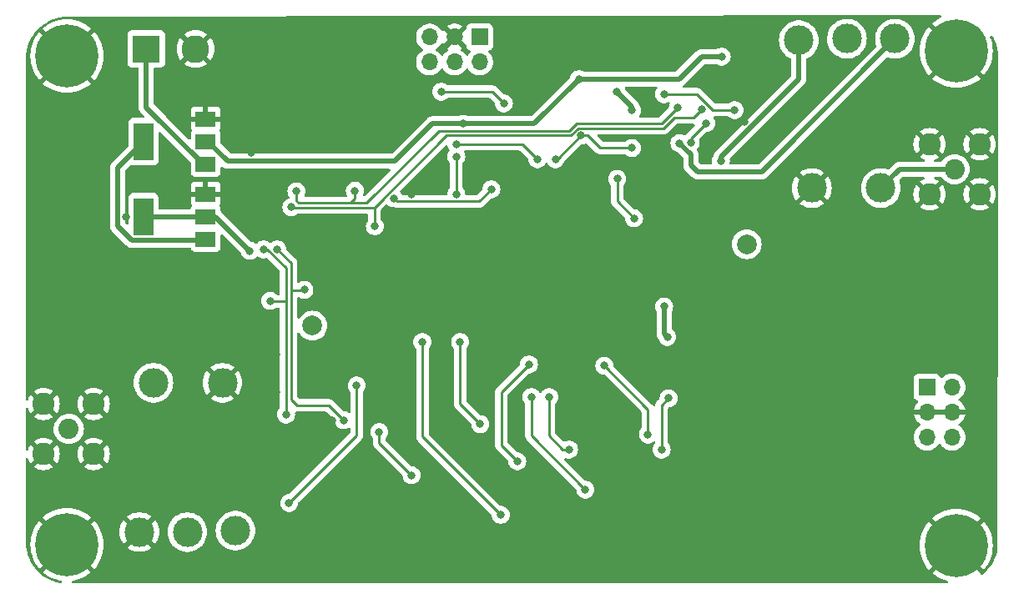
<source format=gbr>
%TF.GenerationSoftware,KiCad,Pcbnew,7.0.7*%
%TF.CreationDate,2023-12-04T17:07:47+01:00*%
%TF.ProjectId,sdrt41,73647274-3431-42e6-9b69-6361645f7063,rev?*%
%TF.SameCoordinates,Original*%
%TF.FileFunction,Copper,L4,Bot*%
%TF.FilePolarity,Positive*%
%FSLAX46Y46*%
G04 Gerber Fmt 4.6, Leading zero omitted, Abs format (unit mm)*
G04 Created by KiCad (PCBNEW 7.0.7) date 2023-12-04 17:07:47*
%MOMM*%
%LPD*%
G01*
G04 APERTURE LIST*
%TA.AperFunction,ComponentPad*%
%ADD10C,2.000000*%
%TD*%
%TA.AperFunction,ComponentPad*%
%ADD11C,0.800000*%
%TD*%
%TA.AperFunction,ComponentPad*%
%ADD12C,6.400000*%
%TD*%
%TA.AperFunction,ComponentPad*%
%ADD13C,3.000000*%
%TD*%
%TA.AperFunction,ComponentPad*%
%ADD14C,2.050000*%
%TD*%
%TA.AperFunction,ComponentPad*%
%ADD15C,2.250000*%
%TD*%
%TA.AperFunction,ComponentPad*%
%ADD16R,2.800000X2.800000*%
%TD*%
%TA.AperFunction,ComponentPad*%
%ADD17C,2.800000*%
%TD*%
%TA.AperFunction,ComponentPad*%
%ADD18R,1.700000X1.700000*%
%TD*%
%TA.AperFunction,ComponentPad*%
%ADD19O,1.700000X1.700000*%
%TD*%
%TA.AperFunction,SMDPad,CuDef*%
%ADD20R,2.000000X1.500000*%
%TD*%
%TA.AperFunction,SMDPad,CuDef*%
%ADD21R,2.000000X3.800000*%
%TD*%
%TA.AperFunction,ViaPad*%
%ADD22C,0.800000*%
%TD*%
%TA.AperFunction,Conductor*%
%ADD23C,0.500000*%
%TD*%
%TA.AperFunction,Conductor*%
%ADD24C,0.250000*%
%TD*%
G04 APERTURE END LIST*
D10*
%TO.P,J7,1,Pin_1*%
%TO.N,Net-(J7-Pin_1)*%
X128219200Y-100101400D03*
%TD*%
D11*
%TO.P,H1,1,1*%
%TO.N,GND*%
X191143256Y-72225200D03*
X191846200Y-70528144D03*
X191846200Y-73922256D03*
X193543256Y-69825200D03*
D12*
X193543256Y-72225200D03*
D11*
X193543256Y-74625200D03*
X195240312Y-70528144D03*
X195240312Y-73922256D03*
X195943256Y-72225200D03*
%TD*%
D13*
%TO.P,T2,1,AA*%
%TO.N,GND*%
X178892200Y-86138400D03*
%TO.P,T2,2,AB*%
%TO.N,Net-(J6-In)*%
X185892200Y-86138400D03*
%TO.P,T2,3,SA*%
%TO.N,Net-(T2-SA)*%
X187325000Y-70986000D03*
%TO.P,T2,4,SC*%
%TO.N,Net-(T2-SC)*%
X182452200Y-70978400D03*
%TO.P,T2,5,SB*%
%TO.N,Net-(T2-SB)*%
X177571400Y-71138400D03*
%TD*%
D14*
%TO.P,J2,1,In*%
%TO.N,Net-(J2-In)*%
X103505000Y-110591600D03*
D15*
%TO.P,J2,2,Ext*%
%TO.N,GND*%
X100965000Y-108051600D03*
X100965000Y-113131600D03*
X106045000Y-108051600D03*
X106045000Y-113131600D03*
%TD*%
D11*
%TO.P,H4,1,1*%
%TO.N,GND*%
X100927200Y-72732400D03*
X101630144Y-71035344D03*
X101630144Y-74429456D03*
X103327200Y-70332400D03*
D12*
X103327200Y-72732400D03*
D11*
X103327200Y-75132400D03*
X105024256Y-71035344D03*
X105024256Y-74429456D03*
X105727200Y-72732400D03*
%TD*%
D16*
%TO.P,J1,1,Pin_1*%
%TO.N,+12V*%
X111368200Y-72014400D03*
D17*
%TO.P,J1,2,Pin_2*%
%TO.N,GND*%
X116368200Y-72014400D03*
%TD*%
D13*
%TO.P,T1,1,AA*%
%TO.N,GND*%
X119100600Y-105904000D03*
%TO.P,T1,2,AB*%
%TO.N,Net-(J2-In)*%
X112100600Y-105904000D03*
%TO.P,T1,3,SA*%
%TO.N,GND*%
X110667800Y-121056400D03*
%TO.P,T1,4,SC*%
%TO.N,unconnected-(T1-SC-Pad4)*%
X115540600Y-121064000D03*
%TO.P,T1,5,SB*%
%TO.N,Net-(T1-SB)*%
X120421400Y-120904000D03*
%TD*%
D10*
%TO.P,J8,1,Pin_1*%
%TO.N,Net-(J8-Pin_1)*%
X172288200Y-91846400D03*
%TD*%
D18*
%TO.P,J4,1,Pin_1*%
%TO.N,/Q+*%
X190576200Y-106339400D03*
D19*
%TO.P,J4,2,Pin_2*%
%TO.N,/Q-*%
X193116200Y-106339400D03*
%TO.P,J4,3,Pin_3*%
%TO.N,GND*%
X190576200Y-108879400D03*
%TO.P,J4,4,Pin_4*%
X193116200Y-108879400D03*
%TO.P,J4,5,Pin_5*%
%TO.N,/I-*%
X190576200Y-111419400D03*
%TO.P,J4,6,Pin_6*%
%TO.N,/I+*%
X193116200Y-111419400D03*
%TD*%
D14*
%TO.P,J6,1,In*%
%TO.N,Net-(J6-In)*%
X193370200Y-84226400D03*
D15*
%TO.P,J6,2,Ext*%
%TO.N,GND*%
X190830200Y-81686400D03*
X190830200Y-86766400D03*
X195910200Y-81686400D03*
X195910200Y-86766400D03*
%TD*%
D19*
%TO.P,J5,6,Pin_6*%
%TO.N,unconnected-(J5-Pin_6-Pad6)*%
X140106400Y-73355200D03*
%TO.P,J5,5,Pin_5*%
%TO.N,/QSE/Q-tx*%
X140106400Y-70815200D03*
%TO.P,J5,4,Pin_4*%
%TO.N,unconnected-(J5-Pin_4-Pad4)*%
X142646400Y-73355200D03*
%TO.P,J5,3,Pin_3*%
%TO.N,GND*%
X142646400Y-70815200D03*
%TO.P,J5,2,Pin_2*%
%TO.N,unconnected-(J5-Pin_2-Pad2)*%
X145186400Y-73355200D03*
D18*
%TO.P,J5,1,Pin_1*%
%TO.N,/QSE/I-tx*%
X145186400Y-70815200D03*
%TD*%
D11*
%TO.P,H2,1,1*%
%TO.N,GND*%
X191143256Y-122407344D03*
X191846200Y-120710288D03*
X191846200Y-124104400D03*
X193543256Y-120007344D03*
D12*
X193543256Y-122407344D03*
D11*
X193543256Y-124807344D03*
X195240312Y-120710288D03*
X195240312Y-124104400D03*
X195943256Y-122407344D03*
%TD*%
%TO.P,H3,1,1*%
%TO.N,GND*%
X100927200Y-122326400D03*
X101630144Y-120629344D03*
X101630144Y-124023456D03*
X103327200Y-119926400D03*
D12*
X103327200Y-122326400D03*
D11*
X103327200Y-124726400D03*
X105024256Y-120629344D03*
X105024256Y-124023456D03*
X105727200Y-122326400D03*
%TD*%
D20*
%TO.P,U2,1,GND*%
%TO.N,GND*%
X117399200Y-86752400D03*
%TO.P,U2,2,VO*%
%TO.N,+3V3*%
X117399200Y-89052400D03*
D21*
X111099200Y-89052400D03*
D20*
%TO.P,U2,3,VI*%
%TO.N,+5V*%
X117399200Y-91352400D03*
%TD*%
%TO.P,U1,1,GND*%
%TO.N,GND*%
X117399200Y-79132400D03*
%TO.P,U1,2,VO*%
%TO.N,+5V*%
X117399200Y-81432400D03*
D21*
X111099200Y-81432400D03*
D20*
%TO.P,U1,3,VI*%
%TO.N,+12V*%
X117399200Y-83732400D03*
%TD*%
D22*
%TO.N,GND*%
X110515400Y-101498400D03*
X119964200Y-92857400D03*
X186766200Y-120802400D03*
X126238000Y-89916000D03*
X195656200Y-99212400D03*
X144856200Y-92862400D03*
X165684200Y-73050400D03*
X153746200Y-71780400D03*
X139014200Y-124612400D03*
X172166200Y-120548400D03*
X153746200Y-120294400D03*
X184353200Y-92862400D03*
X160355200Y-115214400D03*
X151206200Y-71882000D03*
X107899200Y-101498400D03*
X114376200Y-83464400D03*
X160096200Y-100482400D03*
X123647200Y-80416400D03*
X195656200Y-110642400D03*
X112750600Y-124612400D03*
X133934200Y-124612400D03*
X161493200Y-92862400D03*
X179146200Y-96672400D03*
X149936200Y-96672400D03*
X152476200Y-104292400D03*
X138506200Y-95402400D03*
X168478200Y-71526400D03*
X141554200Y-124612400D03*
X122250200Y-86512400D03*
X127335200Y-114325400D03*
X138252200Y-86766400D03*
X142316200Y-92862400D03*
X162661600Y-83159600D03*
X161112200Y-76352400D03*
X101676200Y-89052400D03*
X129870200Y-91211400D03*
X143845200Y-122453400D03*
X144607200Y-106197400D03*
X186766200Y-103022400D03*
X180543200Y-92862400D03*
X163652200Y-86766400D03*
X167467200Y-107340400D03*
X124536200Y-103022400D03*
X124536200Y-110642400D03*
X130256200Y-109702600D03*
X182956200Y-96672400D03*
X130076200Y-76662400D03*
X126187200Y-92354400D03*
X138257200Y-122580400D03*
X106756200Y-115722400D03*
X191846200Y-92862400D03*
X125907800Y-121005600D03*
X170388200Y-116484400D03*
X195656200Y-106832400D03*
X135966200Y-70002400D03*
X195656200Y-103022400D03*
X130764200Y-106197400D03*
X129616200Y-121107200D03*
X157683200Y-92862400D03*
X182956200Y-123342400D03*
X176733200Y-92862400D03*
X168864200Y-108676400D03*
X130073400Y-79400400D03*
X137749200Y-99212400D03*
X128981200Y-95402400D03*
X149682200Y-100736400D03*
X131394200Y-124612400D03*
X154167200Y-110068400D03*
X124409200Y-95402400D03*
X152476200Y-118262400D03*
X115290600Y-124612400D03*
X166954200Y-124612400D03*
X144988200Y-101752400D03*
X123520200Y-86512400D03*
X144094200Y-124612400D03*
X194386200Y-96672400D03*
X161366200Y-96672400D03*
X161874200Y-124612400D03*
X152730200Y-99085400D03*
X153746200Y-69748400D03*
X190576200Y-96672400D03*
X120370600Y-124612400D03*
X128346200Y-104546400D03*
X146634200Y-124612400D03*
X167970200Y-74320400D03*
X149936200Y-119532400D03*
X195656200Y-92862400D03*
X172034200Y-75590400D03*
X135204200Y-74066400D03*
X136474200Y-124612400D03*
X148666200Y-92862400D03*
X151714200Y-124612400D03*
X138506200Y-92862400D03*
X165684200Y-70764400D03*
X143078200Y-77876400D03*
X182956200Y-101752400D03*
X171526200Y-96672400D03*
X188036200Y-92862400D03*
X162636200Y-100482400D03*
X157556200Y-96672400D03*
X153746200Y-73812400D03*
X134696200Y-92862400D03*
X186766200Y-108102400D03*
X151333200Y-92862400D03*
X121996200Y-82575400D03*
X122910600Y-124612400D03*
X126314200Y-124612400D03*
X195656200Y-115722400D03*
X166192200Y-101244400D03*
X172034200Y-82194400D03*
X186766200Y-96672400D03*
X123520200Y-87655400D03*
X109296200Y-89052400D03*
X141808200Y-89712800D03*
X139471400Y-89712800D03*
X154254200Y-124612400D03*
X100914200Y-101498400D03*
X110210600Y-124612400D03*
X172420200Y-107340400D03*
X172034200Y-79400400D03*
X134701200Y-106197400D03*
X179532200Y-113436400D03*
X175336200Y-96672400D03*
X156794200Y-124612400D03*
X170388200Y-114452400D03*
X186766200Y-111912400D03*
X146126200Y-96672400D03*
X170002200Y-86766400D03*
X167594200Y-120294400D03*
X134696200Y-95402400D03*
X129870200Y-85369400D03*
X182956200Y-113182400D03*
X153746200Y-92862400D03*
X173609000Y-87680800D03*
X100406200Y-115849400D03*
X165303200Y-92862400D03*
X169626200Y-123088400D03*
X129616200Y-118110000D03*
X128854200Y-124612400D03*
X164160200Y-103530400D03*
X100406200Y-76352400D03*
X169113200Y-92862400D03*
X182956200Y-108102400D03*
X179146200Y-123342400D03*
X151714200Y-75336400D03*
X124485400Y-114350800D03*
X178770200Y-115468400D03*
X141178200Y-116230400D03*
X122250200Y-87655400D03*
X153746200Y-96672400D03*
X164414200Y-124612400D03*
X155524200Y-83464400D03*
X117830600Y-124612400D03*
X149174200Y-124612400D03*
X166446200Y-96672400D03*
X124536200Y-106832400D03*
X159334200Y-124612400D03*
X169494200Y-124612400D03*
%TO.N,+5V*%
X117399200Y-91352400D03*
X169748200Y-72796400D03*
X117297200Y-81432400D03*
X155270200Y-75082400D03*
X164226200Y-101244400D03*
X143535200Y-79622900D03*
X163906200Y-98157700D03*
X110947200Y-81559400D03*
%TO.N,+3V3*%
X111099200Y-89052400D03*
X121869200Y-92506900D03*
%TO.N,+12C*%
X149017200Y-113878400D03*
X150195200Y-104038400D03*
%TO.N,Net-(U8C-V+)*%
X151055700Y-83210400D03*
X142824200Y-81686400D03*
%TO.N,Net-(C21-Pad2)*%
X139376700Y-101752400D03*
X147335200Y-119315900D03*
%TO.N,Net-(U3-VCC)*%
X132715000Y-106172000D03*
X125857000Y-118110000D03*
%TO.N,Clock1*%
X127406400Y-96469200D03*
X124663200Y-92354400D03*
X131399200Y-109702600D03*
%TO.N,Clock2*%
X125557200Y-109118400D03*
X123952000Y-97586800D03*
X123266200Y-92354400D03*
%TO.N,Net-(U3-1B3)*%
X135010080Y-110900480D03*
X138277600Y-115295600D03*
%TO.N,Net-(U6B-+)*%
X163657200Y-112674400D03*
X164358200Y-107467400D03*
%TO.N,Net-(U8B--)*%
X147650200Y-77537900D03*
X141300200Y-76352400D03*
%TO.N,Net-(U9C-V+)*%
X160639200Y-78257400D03*
X159080200Y-76352400D03*
%TO.N,Net-(U10-1B1)*%
X168163531Y-79564590D03*
X166610700Y-81534000D03*
%TO.N,Net-(U4A--)*%
X154259200Y-112674400D03*
X152250700Y-107340400D03*
%TO.N,Net-(U4B-+)*%
X145242200Y-110091900D03*
X143210200Y-101752400D03*
%TO.N,Net-(C41-Pad1)*%
X136474200Y-87170900D03*
X146380200Y-86258400D03*
%TO.N,Net-(C42-Pad1)*%
X142824200Y-82956400D03*
X142824200Y-86766400D03*
%TO.N,Net-(U6A--)*%
X157838700Y-104165400D03*
X162260200Y-111150400D03*
%TO.N,Net-(C45-Pad1)*%
X159146200Y-85215400D03*
X160858200Y-89202900D03*
%TO.N,Net-(T2-SA)*%
X165455600Y-81584800D03*
%TO.N,Net-(T2-SB)*%
X169672000Y-83362800D03*
%TO.N,Net-(U8A-+)*%
X155489200Y-80797400D03*
X160639200Y-82067400D03*
X152880700Y-83210400D03*
%TO.N,Net-(R16-Pad2)*%
X150449200Y-107340400D03*
X155910200Y-116738400D03*
%TO.N,Clock3*%
X165303200Y-77978000D03*
X126606622Y-86467115D03*
X132537200Y-86410800D03*
%TO.N,Clock4*%
X126085600Y-88087200D03*
X134569200Y-90017600D03*
X167716200Y-78130400D03*
%TO.N,Net-(J8-Pin_1)*%
X163906200Y-76606400D03*
X171069000Y-78232000D03*
%TD*%
D23*
%TO.N,+5V*%
X110947200Y-81559400D02*
X110947200Y-81584400D01*
X117399200Y-81432400D02*
X117297200Y-81432400D01*
X119642200Y-83425400D02*
X136588164Y-83425400D01*
X167716200Y-72796400D02*
X165430200Y-75082400D01*
X108446200Y-89980400D02*
X109931200Y-91465400D01*
X150729700Y-79622900D02*
X143535200Y-79622900D01*
X108446200Y-84085400D02*
X108446200Y-89980400D01*
X117297200Y-81432400D02*
X117649200Y-81432400D01*
X165430200Y-75082400D02*
X155270200Y-75082400D01*
X111099200Y-81432400D02*
X110972200Y-81559400D01*
X155270200Y-75082400D02*
X150729700Y-79622900D01*
X163906200Y-98157700D02*
X163906200Y-100924400D01*
X163906200Y-100924400D02*
X164226200Y-101244400D01*
X117286200Y-91465400D02*
X117399200Y-91352400D01*
X109931200Y-91465400D02*
X117286200Y-91465400D01*
X140390664Y-79622900D02*
X143535200Y-79622900D01*
X110947200Y-81584400D02*
X108446200Y-84085400D01*
X117649200Y-81432400D02*
X119642200Y-83425400D01*
X136588164Y-83425400D02*
X140390664Y-79622900D01*
X167716200Y-72796400D02*
X169748200Y-72796400D01*
X110972200Y-81559400D02*
X110947200Y-81559400D01*
%TO.N,+3V3*%
X117399200Y-89052400D02*
X118414700Y-89052400D01*
X118414700Y-89052400D02*
X121869200Y-92506900D01*
X111099200Y-89052400D02*
X117399200Y-89052400D01*
%TO.N,+12V*%
X111368200Y-77951400D02*
X111368200Y-72014400D01*
X117149200Y-83732400D02*
X111368200Y-77951400D01*
X117399200Y-83732400D02*
X117149200Y-83732400D01*
X117399200Y-83732400D02*
X117749200Y-83732400D01*
D24*
%TO.N,+12C*%
X147401200Y-106832400D02*
X147401200Y-112262400D01*
X150195200Y-104038400D02*
X147401200Y-106832400D01*
X147401200Y-112262400D02*
X149017200Y-113878400D01*
%TO.N,Net-(U8C-V+)*%
X149531700Y-81686400D02*
X151055700Y-83210400D01*
X142824200Y-81686400D02*
X149531700Y-81686400D01*
%TO.N,Net-(C21-Pad2)*%
X139376700Y-101752400D02*
X139376700Y-111357400D01*
X139376700Y-111357400D02*
X147335200Y-119315900D01*
%TO.N,Net-(U3-VCC)*%
X132715000Y-111252000D02*
X132715000Y-106172000D01*
X125857000Y-118110000D02*
X132715000Y-111252000D01*
%TO.N,Clock1*%
X127355600Y-96520000D02*
X127406400Y-96469200D01*
X126669800Y-108204000D02*
X129900600Y-108204000D01*
X129900600Y-108204000D02*
X131399200Y-109702600D01*
X126060200Y-96520000D02*
X126060200Y-107594400D01*
X126060200Y-96520000D02*
X127355600Y-96520000D01*
X124663200Y-92354400D02*
X126060200Y-93751400D01*
X126060200Y-93751400D02*
X126060200Y-96520000D01*
X126060200Y-107594400D02*
X126669800Y-108204000D01*
%TO.N,Clock2*%
X125557200Y-97637600D02*
X125557200Y-109118400D01*
X124002800Y-97637600D02*
X123952000Y-97586800D01*
X125557200Y-97637600D02*
X124002800Y-97637600D01*
X125557200Y-94273705D02*
X125557200Y-97637600D01*
X125557200Y-94273705D02*
X123637895Y-92354400D01*
X123637895Y-92354400D02*
X123266200Y-92354400D01*
%TO.N,Net-(U3-1B3)*%
X135010080Y-112028080D02*
X138277600Y-115295600D01*
X135010080Y-110900480D02*
X135010080Y-112028080D01*
%TO.N,Net-(U6B-+)*%
X163657200Y-112674400D02*
X163657200Y-108168400D01*
X163657200Y-108168400D02*
X164358200Y-107467400D01*
%TO.N,Net-(U8B--)*%
X146464700Y-76352400D02*
X147650200Y-77537900D01*
X141300200Y-76352400D02*
X146464700Y-76352400D01*
D23*
%TO.N,Net-(U9C-V+)*%
X160639200Y-77911400D02*
X159080200Y-76352400D01*
X160639200Y-78257400D02*
X160639200Y-77911400D01*
D24*
%TO.N,Net-(U10-1B1)*%
X166610700Y-81117421D02*
X168163531Y-79564590D01*
X166610700Y-81534000D02*
X166610700Y-81117421D01*
%TO.N,Net-(U4A--)*%
X152227200Y-107363900D02*
X152227200Y-111277400D01*
X152227200Y-111277400D02*
X153624200Y-112674400D01*
X153624200Y-112674400D02*
X154259200Y-112674400D01*
X152250700Y-107340400D02*
X152227200Y-107363900D01*
%TO.N,Net-(U4B-+)*%
X143210200Y-108059900D02*
X143210200Y-101752400D01*
X145242200Y-110091900D02*
X143210200Y-108059900D01*
%TO.N,Net-(C41-Pad1)*%
X145147200Y-87491400D02*
X136794700Y-87491400D01*
X136794700Y-87491400D02*
X136474200Y-87170900D01*
X146380200Y-86258400D02*
X145147200Y-87491400D01*
%TO.N,Net-(C42-Pad1)*%
X142824200Y-86766400D02*
X142824200Y-82956400D01*
%TO.N,Net-(U6A--)*%
X162260200Y-111150400D02*
X162260200Y-108586900D01*
X162260200Y-108586900D02*
X157838700Y-104165400D01*
%TO.N,Net-(C45-Pad1)*%
X159146200Y-87490900D02*
X160858200Y-89202900D01*
X159146200Y-85215400D02*
X159146200Y-87490900D01*
D23*
%TO.N,Net-(T2-SA)*%
X167276118Y-84480400D02*
X173830600Y-84480400D01*
X173830600Y-84480400D02*
X187325000Y-70986000D01*
X166612200Y-83816482D02*
X167276118Y-84480400D01*
X165455600Y-81584800D02*
X166612200Y-82741400D01*
X166612200Y-82741400D02*
X166612200Y-83816482D01*
%TO.N,Net-(T2-SB)*%
X169672000Y-83362800D02*
X169672000Y-82964682D01*
X177571400Y-75065282D02*
X177571400Y-71138400D01*
X169672000Y-82964682D02*
X177571400Y-75065282D01*
D24*
%TO.N,Net-(U8A-+)*%
X155489200Y-80797400D02*
X156159200Y-80797400D01*
X153076200Y-83210400D02*
X152880700Y-83210400D01*
X157429200Y-82067400D02*
X160639200Y-82067400D01*
X156159200Y-80797400D02*
X157429200Y-82067400D01*
X155489200Y-80797400D02*
X153076200Y-83210400D01*
D23*
%TO.N,Net-(J6-In)*%
X187804200Y-84226400D02*
X185892200Y-86138400D01*
X193370200Y-84226400D02*
X187804200Y-84226400D01*
D24*
%TO.N,Net-(R16-Pad2)*%
X150449200Y-111277400D02*
X155910200Y-116738400D01*
X150449200Y-107340400D02*
X150449200Y-111277400D01*
%TO.N,Clock3*%
X155002499Y-79622400D02*
X154277499Y-80347400D01*
X132103803Y-87656997D02*
X131216400Y-87656997D01*
X126606622Y-86467115D02*
X126606622Y-87452321D01*
X132537200Y-86410800D02*
X132537200Y-87223600D01*
X163658800Y-79622400D02*
X155002499Y-79622400D01*
X154277499Y-80347400D02*
X141046200Y-80347400D01*
X126606622Y-87452321D02*
X126811298Y-87656997D01*
X132537200Y-87223600D02*
X132103803Y-87656997D01*
X165303200Y-77978000D02*
X163658800Y-79622400D01*
X141046200Y-80347400D02*
X133736603Y-87656997D01*
X133736603Y-87656997D02*
X131216400Y-87656997D01*
X126811298Y-87656997D02*
X131216400Y-87656997D01*
%TO.N,Clock4*%
X166852600Y-78994000D02*
X167716200Y-78130400D01*
X126085600Y-88087200D02*
X126105397Y-88106997D01*
X134512797Y-88106997D02*
X141822395Y-80797400D01*
X154463895Y-80797400D02*
X155188895Y-80072400D01*
X134569200Y-90017600D02*
X134512797Y-89961197D01*
X163845196Y-80072400D02*
X164923596Y-78994000D01*
X164923596Y-78994000D02*
X166852600Y-78994000D01*
X126105397Y-88106997D02*
X134512797Y-88106997D01*
X141822395Y-80797400D02*
X154463895Y-80797400D01*
X134512797Y-89961197D02*
X134512797Y-88106997D01*
X155188895Y-80072400D02*
X163845196Y-80072400D01*
%TO.N,Net-(J8-Pin_1)*%
X163906200Y-76606400D02*
X167217505Y-76606400D01*
X167217505Y-76606400D02*
X168843105Y-78232000D01*
X168843105Y-78232000D02*
X171069000Y-78232000D01*
%TD*%
%TA.AperFunction,Conductor*%
%TO.N,GND*%
G36*
X141849289Y-81770576D02*
G01*
X141906124Y-81813123D01*
X141928445Y-81870045D01*
X141929284Y-81869867D01*
X141930359Y-81874925D01*
X141930565Y-81875450D01*
X141930657Y-81876325D01*
X141930658Y-81876328D01*
X141989673Y-82057956D01*
X141989676Y-82057961D01*
X142085157Y-82223340D01*
X142085158Y-82223342D01*
X142085160Y-82223344D01*
X142097537Y-82237090D01*
X142128254Y-82301098D01*
X142119489Y-82371552D01*
X142097537Y-82405709D01*
X142094384Y-82409212D01*
X142085157Y-82419459D01*
X141990168Y-82583986D01*
X141989673Y-82584844D01*
X141986781Y-82593744D01*
X141930657Y-82766472D01*
X141910696Y-82956400D01*
X141930657Y-83146327D01*
X141946301Y-83194473D01*
X141989673Y-83327956D01*
X141989676Y-83327961D01*
X142079372Y-83483320D01*
X142085160Y-83493344D01*
X142158337Y-83574615D01*
X142189053Y-83638620D01*
X142190700Y-83658924D01*
X142190700Y-86063874D01*
X142170698Y-86131995D01*
X142158337Y-86148184D01*
X142085157Y-86229459D01*
X141989676Y-86394838D01*
X141989673Y-86394844D01*
X141978041Y-86430642D01*
X141930657Y-86576472D01*
X141912938Y-86745070D01*
X141885925Y-86810727D01*
X141827704Y-86851357D01*
X141787628Y-86857900D01*
X137415280Y-86857900D01*
X137347159Y-86837898D01*
X137306161Y-86794900D01*
X137302834Y-86789138D01*
X137213240Y-86633956D01*
X137136183Y-86548376D01*
X137105467Y-86484369D01*
X137114231Y-86413915D01*
X137140722Y-86374974D01*
X141716163Y-81799535D01*
X141778473Y-81765511D01*
X141849289Y-81770576D01*
G37*
%TD.AperFunction*%
%TA.AperFunction,Conductor*%
G36*
X163158073Y-75860902D02*
G01*
X163204566Y-75914558D01*
X163214670Y-75984832D01*
X163185176Y-76049412D01*
X163183588Y-76051210D01*
X163167165Y-76069448D01*
X163167158Y-76069458D01*
X163071676Y-76234838D01*
X163071673Y-76234845D01*
X163012657Y-76416472D01*
X162992696Y-76606399D01*
X163012657Y-76796327D01*
X163033033Y-76859035D01*
X163071673Y-76977956D01*
X163084952Y-77000956D01*
X163167158Y-77143341D01*
X163167165Y-77143351D01*
X163294944Y-77285264D01*
X163320655Y-77303944D01*
X163449448Y-77397518D01*
X163623912Y-77475194D01*
X163810713Y-77514900D01*
X164001687Y-77514900D01*
X164188488Y-77475194D01*
X164313348Y-77419602D01*
X164383713Y-77410168D01*
X164448011Y-77440274D01*
X164485824Y-77500362D01*
X164485149Y-77571356D01*
X164473719Y-77597703D01*
X164468675Y-77606439D01*
X164468673Y-77606445D01*
X164409657Y-77788072D01*
X164392292Y-77953292D01*
X164365279Y-78018949D01*
X164356077Y-78029216D01*
X163433298Y-78951996D01*
X163370988Y-78986020D01*
X163344205Y-78988900D01*
X161484151Y-78988900D01*
X161416030Y-78968898D01*
X161369537Y-78915242D01*
X161359433Y-78844968D01*
X161375032Y-78799900D01*
X161378240Y-78794344D01*
X161473727Y-78628956D01*
X161532742Y-78447328D01*
X161552704Y-78257400D01*
X161532742Y-78067472D01*
X161473727Y-77885844D01*
X161380072Y-77723630D01*
X161370792Y-77703727D01*
X161355726Y-77662334D01*
X161347404Y-77637219D01*
X161331314Y-77588662D01*
X161331309Y-77588655D01*
X161328212Y-77582011D01*
X161328274Y-77581981D01*
X161324988Y-77575195D01*
X161324928Y-77575226D01*
X161321633Y-77568665D01*
X161278966Y-77503794D01*
X161239787Y-77440274D01*
X161238230Y-77437749D01*
X161238227Y-77437746D01*
X161233678Y-77431992D01*
X161233731Y-77431949D01*
X161228966Y-77426100D01*
X161228915Y-77426144D01*
X161224198Y-77420522D01*
X161167718Y-77367237D01*
X160000325Y-76199844D01*
X159969588Y-76149687D01*
X159922846Y-76005834D01*
X159920819Y-75934869D01*
X159957482Y-75874071D01*
X160021194Y-75842746D01*
X160042680Y-75840900D01*
X163089952Y-75840900D01*
X163158073Y-75860902D01*
G37*
%TD.AperFunction*%
%TA.AperFunction,Conductor*%
G36*
X192569477Y-108645402D02*
G01*
X192615970Y-108699058D01*
X192626074Y-108769332D01*
X192622253Y-108786896D01*
X192616200Y-108807511D01*
X192616200Y-108951288D01*
X192622253Y-108971904D01*
X192622252Y-109042900D01*
X192583867Y-109102626D01*
X192519286Y-109132118D01*
X192501356Y-109133400D01*
X191191044Y-109133400D01*
X191122923Y-109113398D01*
X191076430Y-109059742D01*
X191066326Y-108989468D01*
X191070147Y-108971904D01*
X191076200Y-108951288D01*
X191076200Y-108807511D01*
X191070147Y-108786896D01*
X191070148Y-108715900D01*
X191108533Y-108656174D01*
X191173114Y-108626682D01*
X191191044Y-108625400D01*
X192501356Y-108625400D01*
X192569477Y-108645402D01*
G37*
%TD.AperFunction*%
%TA.AperFunction,Conductor*%
G36*
X104723922Y-73769912D02*
G01*
X104950783Y-73996773D01*
X104984809Y-74059085D01*
X104979744Y-74129900D01*
X104937197Y-74186736D01*
X104931690Y-74190633D01*
X104844015Y-74249215D01*
X104785433Y-74336890D01*
X104730956Y-74382418D01*
X104660512Y-74391265D01*
X104596468Y-74360624D01*
X104591573Y-74355983D01*
X104364712Y-74129122D01*
X104330686Y-74066810D01*
X104335751Y-73995995D01*
X104371974Y-73944218D01*
X104462070Y-73867270D01*
X104539018Y-73777175D01*
X104598465Y-73738368D01*
X104669460Y-73737860D01*
X104723922Y-73769912D01*
G37*
%TD.AperFunction*%
%TA.AperFunction,Conductor*%
G36*
X102063604Y-73740950D02*
G01*
X102115381Y-73777173D01*
X102190636Y-73865287D01*
X102192330Y-73867270D01*
X102282422Y-73944216D01*
X102321231Y-74003667D01*
X102321737Y-74074662D01*
X102289686Y-74129122D01*
X102062825Y-74355983D01*
X102000513Y-74390009D01*
X101929698Y-74384944D01*
X101872862Y-74342397D01*
X101868964Y-74336889D01*
X101865639Y-74331913D01*
X101865639Y-74331911D01*
X101810384Y-74249216D01*
X101810382Y-74249215D01*
X101810382Y-74249214D01*
X101722709Y-74190633D01*
X101677181Y-74136157D01*
X101668332Y-74065714D01*
X101698973Y-74001669D01*
X101703615Y-73996773D01*
X101930477Y-73769911D01*
X101992789Y-73735885D01*
X102063604Y-73740950D01*
G37*
%TD.AperFunction*%
%TA.AperFunction,Conductor*%
G36*
X104724700Y-71079854D02*
G01*
X104781536Y-71122401D01*
X104785433Y-71127909D01*
X104844014Y-71215582D01*
X104844015Y-71215582D01*
X104844016Y-71215584D01*
X104926711Y-71270839D01*
X104926713Y-71270839D01*
X104931689Y-71274164D01*
X104977217Y-71328641D01*
X104986066Y-71399084D01*
X104955425Y-71463128D01*
X104950783Y-71468025D01*
X104723922Y-71694886D01*
X104661610Y-71728912D01*
X104590795Y-71723847D01*
X104539016Y-71687622D01*
X104462070Y-71597530D01*
X104462070Y-71597529D01*
X104371974Y-71520581D01*
X104333167Y-71461133D01*
X104332659Y-71390139D01*
X104364711Y-71335677D01*
X104591573Y-71108815D01*
X104653885Y-71074789D01*
X104724700Y-71079854D01*
G37*
%TD.AperFunction*%
%TA.AperFunction,Conductor*%
G36*
X102057929Y-71104174D02*
G01*
X102062826Y-71108816D01*
X102289687Y-71335677D01*
X102323713Y-71397989D01*
X102318648Y-71468804D01*
X102282423Y-71520583D01*
X102192330Y-71597530D01*
X102115383Y-71687623D01*
X102055932Y-71726432D01*
X101984937Y-71726938D01*
X101930477Y-71694887D01*
X101703616Y-71468026D01*
X101669590Y-71405714D01*
X101674655Y-71334899D01*
X101717202Y-71278063D01*
X101722710Y-71274165D01*
X101727687Y-71270839D01*
X101727689Y-71270839D01*
X101810384Y-71215584D01*
X101865639Y-71132889D01*
X101865639Y-71132887D01*
X101868965Y-71127910D01*
X101923442Y-71082382D01*
X101993885Y-71073533D01*
X102057929Y-71104174D01*
G37*
%TD.AperFunction*%
%TA.AperFunction,Conductor*%
G36*
X142166609Y-71039945D02*
G01*
X142223445Y-71082492D01*
X142228562Y-71089861D01*
X142264639Y-71145998D01*
X142373300Y-71240152D01*
X142373301Y-71240152D01*
X142380111Y-71246053D01*
X142378086Y-71248389D01*
X142414484Y-71290387D01*
X142424595Y-71360660D01*
X142395109Y-71425243D01*
X142388972Y-71431836D01*
X141880710Y-71940098D01*
X141901094Y-71955963D01*
X141901100Y-71955968D01*
X141934606Y-71974100D01*
X141984997Y-72024113D01*
X142000349Y-72093430D01*
X141975789Y-72160043D01*
X141934609Y-72195726D01*
X141900830Y-72214006D01*
X141900824Y-72214011D01*
X141723162Y-72352291D01*
X141570679Y-72517929D01*
X141481883Y-72653843D01*
X141427879Y-72699931D01*
X141357531Y-72709506D01*
X141293174Y-72679529D01*
X141270917Y-72653843D01*
X141182120Y-72517929D01*
X141029637Y-72352291D01*
X140921407Y-72268052D01*
X140851976Y-72214011D01*
X140847149Y-72211399D01*
X140818720Y-72196014D01*
X140768329Y-72146002D01*
X140752976Y-72076685D01*
X140777536Y-72010072D01*
X140818720Y-71974386D01*
X140851976Y-71956389D01*
X141029640Y-71818106D01*
X141182122Y-71652468D01*
X141271216Y-71516098D01*
X141325219Y-71470010D01*
X141395567Y-71460435D01*
X141459924Y-71490412D01*
X141482182Y-71516098D01*
X141523322Y-71579066D01*
X142033481Y-71068906D01*
X142095794Y-71034881D01*
X142166609Y-71039945D01*
G37*
%TD.AperFunction*%
%TA.AperFunction,Conductor*%
G36*
X143252733Y-71062776D02*
G01*
X143259317Y-71068907D01*
X143790995Y-71600585D01*
X143825021Y-71662897D01*
X143827900Y-71689680D01*
X143827900Y-71713849D01*
X143834409Y-71774396D01*
X143834411Y-71774404D01*
X143885510Y-71911402D01*
X143885512Y-71911407D01*
X143973138Y-72028461D01*
X144090191Y-72116086D01*
X144090192Y-72116086D01*
X144090196Y-72116089D01*
X144205210Y-72158987D01*
X144262042Y-72201532D01*
X144286853Y-72268052D01*
X144271762Y-72337426D01*
X144253875Y-72362379D01*
X144110680Y-72517929D01*
X144110679Y-72517929D01*
X144021883Y-72653843D01*
X143967879Y-72699931D01*
X143897531Y-72709506D01*
X143833174Y-72679529D01*
X143810917Y-72653843D01*
X143722120Y-72517929D01*
X143569637Y-72352291D01*
X143461407Y-72268052D01*
X143391976Y-72214011D01*
X143358192Y-72195728D01*
X143307802Y-72145716D01*
X143292450Y-72076399D01*
X143317010Y-72009786D01*
X143358193Y-71974101D01*
X143391699Y-71955968D01*
X143391702Y-71955966D01*
X143412088Y-71940098D01*
X142903827Y-71431838D01*
X142869802Y-71369525D01*
X142874866Y-71298710D01*
X142913545Y-71247040D01*
X142912689Y-71246053D01*
X142917230Y-71242117D01*
X142917413Y-71241874D01*
X142917910Y-71241528D01*
X142919495Y-71240153D01*
X142919500Y-71240152D01*
X143028161Y-71145998D01*
X143064224Y-71089881D01*
X143117878Y-71043389D01*
X143188152Y-71033284D01*
X143252733Y-71062776D01*
G37*
%TD.AperFunction*%
%TA.AperFunction,Conductor*%
G36*
X191988019Y-68643193D02*
G01*
X192034578Y-68696791D01*
X192044769Y-68767053D01*
X192015355Y-68831670D01*
X191977232Y-68861542D01*
X191686711Y-69009571D01*
X191360758Y-69221247D01*
X191105343Y-69428077D01*
X191772727Y-70095460D01*
X191806752Y-70157773D01*
X191801688Y-70228588D01*
X191759141Y-70285424D01*
X191753634Y-70289321D01*
X191665959Y-70347903D01*
X191607377Y-70435578D01*
X191552900Y-70481106D01*
X191482456Y-70489953D01*
X191418412Y-70459312D01*
X191413516Y-70454671D01*
X190746133Y-69787287D01*
X190539303Y-70042702D01*
X190327627Y-70368655D01*
X190151179Y-70714952D01*
X190151175Y-70714960D01*
X190011900Y-71077785D01*
X189911307Y-71453204D01*
X189850506Y-71837085D01*
X189830167Y-72225193D01*
X189830167Y-72225206D01*
X189850506Y-72613314D01*
X189911307Y-72997195D01*
X190011900Y-73372614D01*
X190151175Y-73735439D01*
X190151179Y-73735447D01*
X190327621Y-74081735D01*
X190327625Y-74081741D01*
X190539298Y-74407691D01*
X190539310Y-74407708D01*
X190746132Y-74663111D01*
X191413516Y-73995727D01*
X191475829Y-73961702D01*
X191546644Y-73966766D01*
X191603480Y-74009313D01*
X191607377Y-74014821D01*
X191665959Y-74102496D01*
X191753632Y-74161077D01*
X191799160Y-74215553D01*
X191808009Y-74285996D01*
X191777368Y-74350041D01*
X191772727Y-74354937D01*
X191105342Y-75022321D01*
X191105343Y-75022322D01*
X191360747Y-75229145D01*
X191360764Y-75229157D01*
X191686714Y-75440830D01*
X191686720Y-75440834D01*
X192033008Y-75617276D01*
X192033016Y-75617280D01*
X192395841Y-75756555D01*
X192771260Y-75857148D01*
X193155141Y-75917949D01*
X193543250Y-75938289D01*
X193543262Y-75938289D01*
X193931370Y-75917949D01*
X194315251Y-75857148D01*
X194690670Y-75756555D01*
X195053495Y-75617280D01*
X195053503Y-75617276D01*
X195399791Y-75440834D01*
X195399797Y-75440830D01*
X195725757Y-75229150D01*
X195981167Y-75022321D01*
X195313784Y-74354939D01*
X195279759Y-74292626D01*
X195284823Y-74221811D01*
X195327370Y-74164975D01*
X195332878Y-74161077D01*
X195337855Y-74157751D01*
X195337857Y-74157751D01*
X195420552Y-74102496D01*
X195475807Y-74019801D01*
X195475807Y-74019799D01*
X195479133Y-74014822D01*
X195533610Y-73969294D01*
X195604053Y-73960445D01*
X195668097Y-73991086D01*
X195672995Y-73995728D01*
X196340377Y-74663111D01*
X196547206Y-74407701D01*
X196758886Y-74081741D01*
X196758890Y-74081735D01*
X196935332Y-73735447D01*
X196935336Y-73735439D01*
X197074611Y-73372614D01*
X197175204Y-72997195D01*
X197236005Y-72613314D01*
X197256345Y-72225206D01*
X197256345Y-72225193D01*
X197236005Y-71837085D01*
X197175204Y-71453204D01*
X197074611Y-71077785D01*
X196980298Y-70832090D01*
X196974559Y-70761326D01*
X197007990Y-70698693D01*
X197069975Y-70664076D01*
X197140836Y-70668467D01*
X197198074Y-70710470D01*
X197205483Y-70721299D01*
X197260096Y-70810789D01*
X197262082Y-70814291D01*
X197352345Y-70985980D01*
X197390299Y-71062776D01*
X197440210Y-71163768D01*
X197442012Y-71167758D01*
X197515885Y-71347719D01*
X197587285Y-71531770D01*
X197588828Y-71536240D01*
X197645743Y-71723530D01*
X197700091Y-71911739D01*
X197701302Y-71916670D01*
X197740900Y-72111497D01*
X197777665Y-72300454D01*
X197778471Y-72305822D01*
X197801215Y-72519555D01*
X197818760Y-72688907D01*
X197819095Y-72695392D01*
X197821669Y-87761039D01*
X197668682Y-123131543D01*
X197665017Y-123161172D01*
X197661217Y-123176579D01*
X197659879Y-123181226D01*
X197598389Y-123367664D01*
X197533079Y-123553175D01*
X197531442Y-123557345D01*
X197452805Y-123738469D01*
X197370223Y-123916084D01*
X197368364Y-123919763D01*
X197273229Y-124093646D01*
X197174076Y-124262128D01*
X197172072Y-124265313D01*
X197061238Y-124430252D01*
X196946355Y-124588268D01*
X196944280Y-124590967D01*
X196818704Y-124745408D01*
X196689062Y-124891634D01*
X196686987Y-124893864D01*
X196548816Y-125035305D01*
X196546635Y-125037432D01*
X196403472Y-125170466D01*
X196251998Y-125299628D01*
X196249348Y-125301766D01*
X196181220Y-125353775D01*
X196114937Y-125379212D01*
X196045423Y-125364775D01*
X195994750Y-125315048D01*
X195978937Y-125247028D01*
X195981167Y-125204465D01*
X195313784Y-124537083D01*
X195279759Y-124474770D01*
X195284823Y-124403955D01*
X195327370Y-124347119D01*
X195332878Y-124343221D01*
X195337855Y-124339895D01*
X195337857Y-124339895D01*
X195420552Y-124284640D01*
X195475807Y-124201945D01*
X195475807Y-124201943D01*
X195479133Y-124196966D01*
X195533610Y-124151438D01*
X195604053Y-124142589D01*
X195668097Y-124173230D01*
X195672995Y-124177872D01*
X196340377Y-124845255D01*
X196547206Y-124589845D01*
X196758886Y-124263885D01*
X196758890Y-124263879D01*
X196935332Y-123917591D01*
X196935336Y-123917583D01*
X197074611Y-123554758D01*
X197175204Y-123179339D01*
X197236005Y-122795458D01*
X197256345Y-122407350D01*
X197256345Y-122407337D01*
X197236005Y-122019229D01*
X197175204Y-121635348D01*
X197074611Y-121259929D01*
X196935336Y-120897104D01*
X196935332Y-120897096D01*
X196758884Y-120550799D01*
X196547213Y-120224852D01*
X196547201Y-120224835D01*
X196340378Y-119969431D01*
X196340377Y-119969430D01*
X195672993Y-120636815D01*
X195610681Y-120670840D01*
X195539865Y-120665775D01*
X195483030Y-120623228D01*
X195479133Y-120617720D01*
X195420552Y-120530047D01*
X195332877Y-120471465D01*
X195287349Y-120416989D01*
X195278500Y-120346546D01*
X195309141Y-120282501D01*
X195313783Y-120277604D01*
X195981167Y-119610220D01*
X195725764Y-119403398D01*
X195725747Y-119403386D01*
X195399797Y-119191713D01*
X195399791Y-119191709D01*
X195053503Y-119015267D01*
X195053495Y-119015263D01*
X194690670Y-118875988D01*
X194315251Y-118775395D01*
X193931370Y-118714594D01*
X193543262Y-118694255D01*
X193543250Y-118694255D01*
X193155141Y-118714594D01*
X192771260Y-118775395D01*
X192395841Y-118875988D01*
X192033016Y-119015263D01*
X192033008Y-119015267D01*
X191686711Y-119191715D01*
X191360758Y-119403391D01*
X191105343Y-119610221D01*
X191772727Y-120277604D01*
X191806752Y-120339917D01*
X191801688Y-120410732D01*
X191759141Y-120467568D01*
X191753634Y-120471465D01*
X191665959Y-120530047D01*
X191607377Y-120617722D01*
X191552900Y-120663250D01*
X191482456Y-120672097D01*
X191418412Y-120641456D01*
X191413516Y-120636815D01*
X190746133Y-119969431D01*
X190539303Y-120224846D01*
X190327627Y-120550799D01*
X190151179Y-120897096D01*
X190151175Y-120897104D01*
X190011900Y-121259929D01*
X189911307Y-121635348D01*
X189850506Y-122019229D01*
X189830167Y-122407337D01*
X189830167Y-122407350D01*
X189850506Y-122795458D01*
X189911307Y-123179339D01*
X190011900Y-123554758D01*
X190151175Y-123917583D01*
X190151179Y-123917591D01*
X190327621Y-124263879D01*
X190327625Y-124263885D01*
X190539298Y-124589835D01*
X190539310Y-124589852D01*
X190746132Y-124845255D01*
X191413516Y-124177871D01*
X191475829Y-124143846D01*
X191546644Y-124148910D01*
X191603480Y-124191457D01*
X191607377Y-124196965D01*
X191665959Y-124284640D01*
X191753632Y-124343221D01*
X191799160Y-124397697D01*
X191808009Y-124468140D01*
X191777368Y-124532185D01*
X191772727Y-124537081D01*
X191105342Y-125204465D01*
X191105343Y-125204466D01*
X191360747Y-125411289D01*
X191360764Y-125411301D01*
X191686714Y-125622974D01*
X191686720Y-125622978D01*
X192033008Y-125799420D01*
X192033016Y-125799424D01*
X192395841Y-125938699D01*
X192609693Y-125996000D01*
X192670316Y-126032952D01*
X192701337Y-126096812D01*
X192692909Y-126167307D01*
X192647706Y-126222054D01*
X192580081Y-126243671D01*
X192577159Y-126243707D01*
X141431350Y-126274995D01*
X103937940Y-126237439D01*
X103869839Y-126217369D01*
X103823400Y-126163666D01*
X103813367Y-126093382D01*
X103842924Y-126028831D01*
X103902689Y-125990507D01*
X103918356Y-125986990D01*
X104099193Y-125958349D01*
X104474614Y-125857755D01*
X104837439Y-125718480D01*
X104837447Y-125718476D01*
X105183735Y-125542034D01*
X105183741Y-125542030D01*
X105509701Y-125330350D01*
X105765111Y-125123521D01*
X105097728Y-124456139D01*
X105063703Y-124393826D01*
X105068767Y-124323011D01*
X105111314Y-124266175D01*
X105116822Y-124262277D01*
X105121799Y-124258951D01*
X105121801Y-124258951D01*
X105204496Y-124203696D01*
X105259751Y-124121001D01*
X105259751Y-124120999D01*
X105263077Y-124116022D01*
X105317554Y-124070494D01*
X105387997Y-124061645D01*
X105452041Y-124092286D01*
X105456939Y-124096928D01*
X106124321Y-124764311D01*
X106331150Y-124508901D01*
X106542830Y-124182941D01*
X106542834Y-124182935D01*
X106719276Y-123836647D01*
X106719280Y-123836639D01*
X106858555Y-123473814D01*
X106959148Y-123098395D01*
X107019949Y-122714514D01*
X107040289Y-122326406D01*
X107040289Y-122326393D01*
X107019949Y-121938285D01*
X106959148Y-121554404D01*
X106858555Y-121178985D01*
X106811501Y-121056404D01*
X108655108Y-121056404D01*
X108673852Y-121330448D01*
X108673853Y-121330454D01*
X108729742Y-121599411D01*
X108729744Y-121599419D01*
X108821738Y-121858265D01*
X108948114Y-122102156D01*
X108948116Y-122102159D01*
X109078340Y-122286647D01*
X109982320Y-121382667D01*
X110044633Y-121348642D01*
X110115448Y-121353706D01*
X110171377Y-121395056D01*
X110211347Y-121447146D01*
X110239876Y-121484326D01*
X110329139Y-121552819D01*
X110371007Y-121610157D01*
X110375229Y-121681028D01*
X110341531Y-121741877D01*
X109438515Y-122644892D01*
X109438515Y-122644894D01*
X109507113Y-122700704D01*
X109507118Y-122700707D01*
X109741830Y-122843438D01*
X109993789Y-122952880D01*
X110258309Y-123026995D01*
X110530435Y-123064399D01*
X110530449Y-123064400D01*
X110805151Y-123064400D01*
X110805164Y-123064399D01*
X111077290Y-123026995D01*
X111341810Y-122952880D01*
X111593769Y-122843438D01*
X111828479Y-122700709D01*
X111897083Y-122644893D01*
X110994068Y-121741879D01*
X110960043Y-121679566D01*
X110965107Y-121608751D01*
X111006460Y-121552820D01*
X111095725Y-121484325D01*
X111124248Y-121447153D01*
X111164221Y-121395058D01*
X111221558Y-121353192D01*
X111292429Y-121348970D01*
X111353278Y-121382668D01*
X112257257Y-122286647D01*
X112387482Y-122102162D01*
X112387485Y-122102156D01*
X112513861Y-121858265D01*
X112605855Y-121599419D01*
X112605857Y-121599411D01*
X112661746Y-121330454D01*
X112661747Y-121330448D01*
X112679972Y-121064004D01*
X113527407Y-121064004D01*
X113546156Y-121338116D01*
X113546157Y-121338122D01*
X113546158Y-121338130D01*
X113568814Y-121447154D01*
X113602060Y-121607146D01*
X113602062Y-121607154D01*
X113628317Y-121681028D01*
X113694077Y-121866058D01*
X113816414Y-122102159D01*
X113820492Y-122110028D01*
X113863329Y-122170714D01*
X113978943Y-122334502D01*
X114166489Y-122535314D01*
X114379631Y-122708718D01*
X114614400Y-122851484D01*
X114866423Y-122960953D01*
X115131004Y-123035085D01*
X115226104Y-123048156D01*
X115403204Y-123072499D01*
X115403215Y-123072500D01*
X115677985Y-123072500D01*
X115677995Y-123072499D01*
X115807545Y-123054692D01*
X115950196Y-123035085D01*
X116214777Y-122960953D01*
X116466800Y-122851484D01*
X116701569Y-122708718D01*
X116914711Y-122535314D01*
X117102257Y-122334502D01*
X117260711Y-122110023D01*
X117387123Y-121866058D01*
X117479138Y-121607153D01*
X117535042Y-121338130D01*
X117535567Y-121330454D01*
X117553793Y-121064004D01*
X117553793Y-121063995D01*
X117542849Y-120904004D01*
X118408207Y-120904004D01*
X118426956Y-121178116D01*
X118426957Y-121178122D01*
X118426958Y-121178130D01*
X118434211Y-121213031D01*
X118482860Y-121447146D01*
X118482862Y-121447154D01*
X118565159Y-121678713D01*
X118574877Y-121706058D01*
X118639328Y-121830444D01*
X118701292Y-121950028D01*
X118740536Y-122005624D01*
X118859743Y-122174502D01*
X119047289Y-122375314D01*
X119260431Y-122548718D01*
X119495200Y-122691484D01*
X119495202Y-122691485D01*
X119516433Y-122700707D01*
X119747223Y-122800953D01*
X120011804Y-122875085D01*
X120106904Y-122888156D01*
X120284004Y-122912499D01*
X120284015Y-122912500D01*
X120558785Y-122912500D01*
X120558795Y-122912499D01*
X120688345Y-122894692D01*
X120830996Y-122875085D01*
X121095577Y-122800953D01*
X121347600Y-122691484D01*
X121582369Y-122548718D01*
X121795511Y-122375314D01*
X121983057Y-122174502D01*
X122141511Y-121950023D01*
X122267923Y-121706058D01*
X122359938Y-121447153D01*
X122415842Y-121178130D01*
X122423575Y-121065083D01*
X122434593Y-120904004D01*
X122434593Y-120903995D01*
X122415843Y-120629883D01*
X122415842Y-120629877D01*
X122415842Y-120629870D01*
X122359938Y-120360847D01*
X122267923Y-120101942D01*
X122141511Y-119857977D01*
X121983057Y-119633498D01*
X121795511Y-119432686D01*
X121582369Y-119259282D01*
X121347600Y-119116516D01*
X121347601Y-119116516D01*
X121347597Y-119116514D01*
X121095580Y-119007048D01*
X121095578Y-119007047D01*
X121095577Y-119007047D01*
X120963286Y-118969980D01*
X120830993Y-118932914D01*
X120558795Y-118895500D01*
X120558785Y-118895500D01*
X120284015Y-118895500D01*
X120284004Y-118895500D01*
X120011806Y-118932914D01*
X119747219Y-119007048D01*
X119495202Y-119116514D01*
X119260428Y-119259284D01*
X119047286Y-119432688D01*
X118859743Y-119633498D01*
X118701292Y-119857971D01*
X118574877Y-120101941D01*
X118482862Y-120360845D01*
X118482860Y-120360853D01*
X118453397Y-120502641D01*
X118427068Y-120629344D01*
X118426957Y-120629877D01*
X118426956Y-120629883D01*
X118408207Y-120903995D01*
X118408207Y-120904004D01*
X117542849Y-120904004D01*
X117535043Y-120789883D01*
X117535042Y-120789877D01*
X117535042Y-120789870D01*
X117479138Y-120520847D01*
X117387123Y-120261942D01*
X117260711Y-120017977D01*
X117253205Y-120007344D01*
X117169307Y-119888487D01*
X117102257Y-119793498D01*
X116914711Y-119592686D01*
X116701569Y-119419282D01*
X116466800Y-119276516D01*
X116466801Y-119276516D01*
X116466797Y-119276514D01*
X116214780Y-119167048D01*
X116214778Y-119167047D01*
X116214777Y-119167047D01*
X116013904Y-119110765D01*
X115950193Y-119092914D01*
X115677995Y-119055500D01*
X115677985Y-119055500D01*
X115403215Y-119055500D01*
X115403204Y-119055500D01*
X115131006Y-119092914D01*
X114866419Y-119167048D01*
X114614402Y-119276514D01*
X114379628Y-119419284D01*
X114166486Y-119592688D01*
X113978943Y-119793498D01*
X113820492Y-120017971D01*
X113694077Y-120261941D01*
X113602062Y-120520845D01*
X113602060Y-120520853D01*
X113569741Y-120676382D01*
X113547721Y-120782351D01*
X113546157Y-120789877D01*
X113546156Y-120789883D01*
X113527407Y-121063995D01*
X113527407Y-121064004D01*
X112679972Y-121064004D01*
X112680492Y-121056404D01*
X112680492Y-121056395D01*
X112661747Y-120782351D01*
X112661746Y-120782345D01*
X112605857Y-120513388D01*
X112605855Y-120513380D01*
X112513861Y-120254534D01*
X112387485Y-120010643D01*
X112387481Y-120010637D01*
X112257257Y-119826150D01*
X111353277Y-120730131D01*
X111290965Y-120764157D01*
X111220150Y-120759092D01*
X111164219Y-120717739D01*
X111163192Y-120716401D01*
X111105686Y-120641456D01*
X111095726Y-120628476D01*
X111081711Y-120617722D01*
X111006456Y-120559977D01*
X110964591Y-120502641D01*
X110960369Y-120431770D01*
X110994067Y-120370920D01*
X111897083Y-119467904D01*
X111828480Y-119412091D01*
X111593769Y-119269361D01*
X111341810Y-119159919D01*
X111077290Y-119085804D01*
X110805164Y-119048400D01*
X110530435Y-119048400D01*
X110258309Y-119085804D01*
X109993789Y-119159919D01*
X109741830Y-119269361D01*
X109507125Y-119412087D01*
X109438515Y-119467905D01*
X110341531Y-120370920D01*
X110375556Y-120433233D01*
X110370492Y-120504048D01*
X110329141Y-120559978D01*
X110239875Y-120628475D01*
X110171378Y-120717741D01*
X110114040Y-120759608D01*
X110043169Y-120763829D01*
X109982320Y-120730131D01*
X109078340Y-119826150D01*
X108948117Y-120010636D01*
X108821738Y-120254534D01*
X108729744Y-120513380D01*
X108729742Y-120513388D01*
X108673853Y-120782345D01*
X108673852Y-120782351D01*
X108655108Y-121056395D01*
X108655108Y-121056404D01*
X106811501Y-121056404D01*
X106719280Y-120816160D01*
X106719276Y-120816152D01*
X106542828Y-120469855D01*
X106331157Y-120143908D01*
X106331145Y-120143891D01*
X106124322Y-119888487D01*
X106124321Y-119888486D01*
X105456937Y-120555871D01*
X105394625Y-120589896D01*
X105323809Y-120584831D01*
X105266974Y-120542284D01*
X105263077Y-120536776D01*
X105204496Y-120449103D01*
X105116821Y-120390521D01*
X105071293Y-120336045D01*
X105062444Y-120265602D01*
X105093085Y-120201557D01*
X105097727Y-120196660D01*
X105765111Y-119529276D01*
X105509708Y-119322454D01*
X105509691Y-119322442D01*
X105183741Y-119110769D01*
X105183735Y-119110765D01*
X104837447Y-118934323D01*
X104837439Y-118934319D01*
X104474614Y-118795044D01*
X104099195Y-118694451D01*
X103715314Y-118633650D01*
X103327206Y-118613311D01*
X103327194Y-118613311D01*
X102939085Y-118633650D01*
X102555204Y-118694451D01*
X102179785Y-118795044D01*
X101816960Y-118934319D01*
X101816952Y-118934323D01*
X101470655Y-119110771D01*
X101144702Y-119322447D01*
X100889287Y-119529277D01*
X101556671Y-120196660D01*
X101590696Y-120258973D01*
X101585632Y-120329788D01*
X101543085Y-120386624D01*
X101537578Y-120390521D01*
X101449903Y-120449103D01*
X101391321Y-120536778D01*
X101336844Y-120582306D01*
X101266400Y-120591153D01*
X101202356Y-120560512D01*
X101197460Y-120555871D01*
X100530077Y-119888487D01*
X100323247Y-120143902D01*
X100111571Y-120469855D01*
X99935123Y-120816152D01*
X99935119Y-120816160D01*
X99795844Y-121178985D01*
X99695251Y-121554404D01*
X99634450Y-121938285D01*
X99614111Y-122326393D01*
X99614111Y-122326406D01*
X99634450Y-122714514D01*
X99695251Y-123098395D01*
X99795844Y-123473814D01*
X99935119Y-123836639D01*
X99935123Y-123836647D01*
X100111565Y-124182935D01*
X100111569Y-124182941D01*
X100323242Y-124508891D01*
X100323254Y-124508908D01*
X100530076Y-124764311D01*
X101197460Y-124096927D01*
X101259773Y-124062902D01*
X101330588Y-124067966D01*
X101387424Y-124110513D01*
X101391321Y-124116021D01*
X101449903Y-124203696D01*
X101537576Y-124262277D01*
X101583104Y-124316753D01*
X101591953Y-124387196D01*
X101561312Y-124451241D01*
X101556671Y-124456137D01*
X100889286Y-125123521D01*
X100889287Y-125123522D01*
X101144691Y-125330345D01*
X101144708Y-125330357D01*
X101470658Y-125542030D01*
X101470664Y-125542034D01*
X101816952Y-125718476D01*
X101816960Y-125718480D01*
X102179785Y-125857755D01*
X102531955Y-125952119D01*
X102542616Y-125958617D01*
X102563409Y-125959648D01*
X102728268Y-125985759D01*
X102792421Y-126016171D01*
X102829948Y-126076440D01*
X102828934Y-126147429D01*
X102789701Y-126206601D01*
X102724706Y-126235169D01*
X102708432Y-126236208D01*
X102681241Y-126236181D01*
X102663151Y-126234857D01*
X102662038Y-126234694D01*
X102592755Y-126224572D01*
X102587660Y-126223612D01*
X102515272Y-126206849D01*
X102502599Y-126199707D01*
X102502342Y-126199790D01*
X102470919Y-126196578D01*
X102435161Y-126188297D01*
X102396370Y-126179315D01*
X102332011Y-126163443D01*
X102206918Y-126132594D01*
X102202268Y-126131256D01*
X102014470Y-126069317D01*
X101831412Y-126004871D01*
X101827241Y-126003234D01*
X101645125Y-125924166D01*
X101469542Y-125842530D01*
X101465863Y-125840670D01*
X101291230Y-125745125D01*
X101124510Y-125647010D01*
X101121325Y-125645005D01*
X100955766Y-125533756D01*
X100799330Y-125420021D01*
X100796632Y-125417945D01*
X100641640Y-125291921D01*
X100496859Y-125163561D01*
X100494629Y-125161485D01*
X100352657Y-125022795D01*
X100350530Y-125020614D01*
X100218829Y-124878882D01*
X100121133Y-124764311D01*
X100089209Y-124726872D01*
X100087082Y-124724237D01*
X99969724Y-124570505D01*
X99888930Y-124456139D01*
X99854609Y-124407556D01*
X99852543Y-124404438D01*
X99750572Y-124240082D01*
X99667843Y-124096927D01*
X99650949Y-124067694D01*
X99649004Y-124064059D01*
X99605736Y-123976418D01*
X99563310Y-123890484D01*
X99479985Y-123710224D01*
X99478271Y-123706141D01*
X99409538Y-123524570D01*
X99397699Y-123491310D01*
X99343223Y-123338264D01*
X99341798Y-123333714D01*
X99290648Y-123145356D01*
X99241892Y-122955160D01*
X99240818Y-122950114D01*
X99207636Y-122754992D01*
X99176858Y-122564172D01*
X99176225Y-122558732D01*
X99160977Y-122346558D01*
X99149022Y-122173300D01*
X99148875Y-122169017D01*
X99146755Y-113617878D01*
X99166740Y-113549756D01*
X99220384Y-113503249D01*
X99290656Y-113493128D01*
X99355244Y-113522605D01*
X99393642Y-113582322D01*
X99395273Y-113588435D01*
X99407119Y-113637775D01*
X99407121Y-113637781D01*
X99505486Y-113875257D01*
X99639791Y-114094424D01*
X99641252Y-114096135D01*
X100100343Y-113637045D01*
X100162656Y-113603020D01*
X100233471Y-113608084D01*
X100285471Y-113644569D01*
X100377003Y-113752329D01*
X100377005Y-113752330D01*
X100377009Y-113752335D01*
X100447583Y-113805984D01*
X100489707Y-113863129D01*
X100494248Y-113933981D01*
X100460424Y-113995384D01*
X100000462Y-114455345D01*
X100000462Y-114455346D01*
X100002174Y-114456807D01*
X100221342Y-114591113D01*
X100458816Y-114689478D01*
X100708753Y-114749482D01*
X100965000Y-114769649D01*
X101221246Y-114749482D01*
X101471183Y-114689478D01*
X101708657Y-114591113D01*
X101927825Y-114456807D01*
X101929535Y-114455346D01*
X101473152Y-113998963D01*
X101439127Y-113936650D01*
X101444191Y-113865835D01*
X101479168Y-113818758D01*
X101477471Y-113816967D01*
X101489069Y-113805981D01*
X101616658Y-113685123D01*
X101636580Y-113655739D01*
X101691363Y-113610582D01*
X101761865Y-113602211D01*
X101825700Y-113633284D01*
X101829965Y-113637354D01*
X102288746Y-114096135D01*
X102290207Y-114094425D01*
X102424513Y-113875257D01*
X102522878Y-113637783D01*
X102582882Y-113387846D01*
X102603049Y-113131600D01*
X104406950Y-113131600D01*
X104427117Y-113387846D01*
X104487121Y-113637783D01*
X104585486Y-113875257D01*
X104719791Y-114094424D01*
X104721252Y-114096135D01*
X105180343Y-113637045D01*
X105242656Y-113603020D01*
X105313471Y-113608084D01*
X105365471Y-113644569D01*
X105457003Y-113752329D01*
X105457005Y-113752330D01*
X105457009Y-113752335D01*
X105527583Y-113805984D01*
X105569707Y-113863129D01*
X105574248Y-113933981D01*
X105540424Y-113995384D01*
X105080462Y-114455345D01*
X105080462Y-114455346D01*
X105082174Y-114456807D01*
X105301342Y-114591113D01*
X105538816Y-114689478D01*
X105788753Y-114749482D01*
X106045000Y-114769649D01*
X106301246Y-114749482D01*
X106551183Y-114689478D01*
X106788657Y-114591113D01*
X107007825Y-114456807D01*
X107009535Y-114455346D01*
X106553152Y-113998963D01*
X106519127Y-113936650D01*
X106524191Y-113865835D01*
X106559168Y-113818758D01*
X106557471Y-113816967D01*
X106569069Y-113805981D01*
X106696658Y-113685123D01*
X106716580Y-113655739D01*
X106771363Y-113610582D01*
X106841865Y-113602211D01*
X106905700Y-113633284D01*
X106909965Y-113637354D01*
X107368746Y-114096135D01*
X107370207Y-114094425D01*
X107504513Y-113875257D01*
X107602878Y-113637783D01*
X107662882Y-113387846D01*
X107683049Y-113131599D01*
X107662882Y-112875353D01*
X107602878Y-112625416D01*
X107504513Y-112387942D01*
X107370207Y-112168774D01*
X107368746Y-112167062D01*
X106909654Y-112626154D01*
X106847342Y-112660179D01*
X106776526Y-112655114D01*
X106724526Y-112618628D01*
X106632995Y-112510869D01*
X106632993Y-112510867D01*
X106632991Y-112510865D01*
X106562415Y-112457214D01*
X106520291Y-112400068D01*
X106515750Y-112329217D01*
X106549574Y-112267813D01*
X107009536Y-111807852D01*
X107007824Y-111806391D01*
X106788657Y-111672086D01*
X106551183Y-111573721D01*
X106301246Y-111513717D01*
X106045000Y-111493550D01*
X105788753Y-111513717D01*
X105538816Y-111573721D01*
X105301342Y-111672086D01*
X105082177Y-111806390D01*
X105082174Y-111806393D01*
X105080462Y-111807852D01*
X105536847Y-112264236D01*
X105570872Y-112326549D01*
X105565808Y-112397364D01*
X105530843Y-112444455D01*
X105532528Y-112446234D01*
X105393339Y-112578079D01*
X105373417Y-112607462D01*
X105318632Y-112652619D01*
X105248130Y-112660988D01*
X105184296Y-112629912D01*
X105180034Y-112625845D01*
X104721252Y-112167062D01*
X104719793Y-112168774D01*
X104719790Y-112168777D01*
X104585486Y-112387942D01*
X104487121Y-112625416D01*
X104427117Y-112875353D01*
X104406950Y-113131600D01*
X102603049Y-113131600D01*
X102582882Y-112875353D01*
X102522878Y-112625416D01*
X102424513Y-112387942D01*
X102290207Y-112168774D01*
X102288746Y-112167062D01*
X101829654Y-112626154D01*
X101767342Y-112660179D01*
X101696526Y-112655114D01*
X101644526Y-112618628D01*
X101552995Y-112510869D01*
X101552993Y-112510867D01*
X101552991Y-112510865D01*
X101482415Y-112457214D01*
X101440291Y-112400068D01*
X101435750Y-112329217D01*
X101469574Y-112267813D01*
X101929536Y-111807852D01*
X101927824Y-111806391D01*
X101708657Y-111672086D01*
X101471183Y-111573721D01*
X101221246Y-111513717D01*
X100965000Y-111493550D01*
X100708753Y-111513717D01*
X100458816Y-111573721D01*
X100221342Y-111672086D01*
X100002177Y-111806390D01*
X100002174Y-111806393D01*
X100000462Y-111807852D01*
X100456847Y-112264236D01*
X100490872Y-112326549D01*
X100485808Y-112397364D01*
X100450843Y-112444455D01*
X100452528Y-112446234D01*
X100313339Y-112578079D01*
X100293417Y-112607462D01*
X100238632Y-112652619D01*
X100168130Y-112660988D01*
X100104296Y-112629912D01*
X100100034Y-112625845D01*
X99641252Y-112167062D01*
X99639793Y-112168774D01*
X99639790Y-112168777D01*
X99505486Y-112387942D01*
X99407121Y-112625417D01*
X99395034Y-112675766D01*
X99359682Y-112737335D01*
X99296655Y-112770018D01*
X99225964Y-112763437D01*
X99170053Y-112719683D01*
X99146672Y-112652647D01*
X99146515Y-112646383D01*
X99146387Y-112129841D01*
X99146006Y-110591600D01*
X101966758Y-110591600D01*
X101980858Y-110770766D01*
X101985696Y-110832233D01*
X102042044Y-111066941D01*
X102127623Y-111273546D01*
X102134416Y-111289947D01*
X102260536Y-111495756D01*
X102417299Y-111679301D01*
X102600844Y-111836064D01*
X102806653Y-111962184D01*
X103029657Y-112054555D01*
X103264366Y-112110904D01*
X103505000Y-112129842D01*
X103745634Y-112110904D01*
X103980343Y-112054555D01*
X104203347Y-111962184D01*
X104409156Y-111836064D01*
X104592701Y-111679301D01*
X104749464Y-111495756D01*
X104875584Y-111289947D01*
X104967955Y-111066943D01*
X105024304Y-110832234D01*
X105043242Y-110591600D01*
X105024304Y-110350966D01*
X104967955Y-110116257D01*
X104875584Y-109893253D01*
X104749464Y-109687444D01*
X104592701Y-109503899D01*
X104409156Y-109347136D01*
X104203347Y-109221016D01*
X104064245Y-109163398D01*
X103980341Y-109128644D01*
X103816227Y-109089244D01*
X103745634Y-109072296D01*
X103505000Y-109053358D01*
X103264366Y-109072296D01*
X103029658Y-109128644D01*
X102806654Y-109221015D01*
X102600845Y-109347135D01*
X102417299Y-109503899D01*
X102260535Y-109687445D01*
X102134415Y-109893254D01*
X102042044Y-110116258D01*
X101997317Y-110302560D01*
X101985696Y-110350966D01*
X101966758Y-110591600D01*
X99146006Y-110591600D01*
X99145495Y-108532629D01*
X99165480Y-108464506D01*
X99219124Y-108417999D01*
X99289396Y-108407878D01*
X99353984Y-108437355D01*
X99392382Y-108497072D01*
X99394014Y-108503185D01*
X99407122Y-108557784D01*
X99505486Y-108795257D01*
X99639791Y-109014424D01*
X99641252Y-109016135D01*
X100100343Y-108557045D01*
X100162656Y-108523020D01*
X100233471Y-108528084D01*
X100285471Y-108564569D01*
X100377003Y-108672329D01*
X100377005Y-108672330D01*
X100377009Y-108672335D01*
X100447583Y-108725984D01*
X100489707Y-108783129D01*
X100494248Y-108853981D01*
X100460424Y-108915384D01*
X100000462Y-109375345D01*
X100000462Y-109375346D01*
X100002174Y-109376807D01*
X100221342Y-109511113D01*
X100458816Y-109609478D01*
X100708753Y-109669482D01*
X100964999Y-109689649D01*
X101221246Y-109669482D01*
X101471183Y-109609478D01*
X101708657Y-109511113D01*
X101927825Y-109376807D01*
X101929535Y-109375346D01*
X101473152Y-108918963D01*
X101439127Y-108856650D01*
X101444191Y-108785835D01*
X101479168Y-108738758D01*
X101477471Y-108736967D01*
X101489069Y-108725981D01*
X101616658Y-108605123D01*
X101636580Y-108575739D01*
X101691363Y-108530582D01*
X101761865Y-108522211D01*
X101825700Y-108553284D01*
X101829965Y-108557354D01*
X102288746Y-109016135D01*
X102290207Y-109014425D01*
X102424513Y-108795257D01*
X102522878Y-108557783D01*
X102582882Y-108307846D01*
X102603049Y-108051600D01*
X104406950Y-108051600D01*
X104427117Y-108307846D01*
X104487121Y-108557783D01*
X104585486Y-108795257D01*
X104719791Y-109014424D01*
X104721252Y-109016135D01*
X105180343Y-108557045D01*
X105242656Y-108523020D01*
X105313471Y-108528084D01*
X105365471Y-108564569D01*
X105457003Y-108672329D01*
X105457005Y-108672330D01*
X105457009Y-108672335D01*
X105527583Y-108725984D01*
X105569707Y-108783129D01*
X105574248Y-108853981D01*
X105540424Y-108915384D01*
X105080462Y-109375345D01*
X105080462Y-109375346D01*
X105082174Y-109376807D01*
X105301342Y-109511113D01*
X105538816Y-109609478D01*
X105788753Y-109669482D01*
X106044999Y-109689649D01*
X106301246Y-109669482D01*
X106551183Y-109609478D01*
X106788657Y-109511113D01*
X107007825Y-109376807D01*
X107009535Y-109375346D01*
X106553152Y-108918963D01*
X106519127Y-108856650D01*
X106524191Y-108785835D01*
X106559168Y-108738758D01*
X106557471Y-108736967D01*
X106569069Y-108725981D01*
X106696658Y-108605123D01*
X106716580Y-108575739D01*
X106771363Y-108530582D01*
X106841865Y-108522211D01*
X106905700Y-108553284D01*
X106909965Y-108557354D01*
X107368746Y-109016135D01*
X107370207Y-109014425D01*
X107504513Y-108795257D01*
X107602878Y-108557783D01*
X107662882Y-108307846D01*
X107683049Y-108051599D01*
X107662882Y-107795353D01*
X107602878Y-107545416D01*
X107504513Y-107307942D01*
X107370207Y-107088774D01*
X107368746Y-107087062D01*
X107368745Y-107087062D01*
X106909654Y-107546154D01*
X106847342Y-107580179D01*
X106776526Y-107575114D01*
X106724526Y-107538628D01*
X106632995Y-107430869D01*
X106632993Y-107430867D01*
X106632991Y-107430865D01*
X106562415Y-107377214D01*
X106520291Y-107320068D01*
X106515750Y-107249217D01*
X106549574Y-107187813D01*
X107009536Y-106727852D01*
X107007824Y-106726391D01*
X106788657Y-106592086D01*
X106551183Y-106493721D01*
X106301246Y-106433717D01*
X106044999Y-106413550D01*
X105788753Y-106433717D01*
X105538816Y-106493721D01*
X105301342Y-106592086D01*
X105082177Y-106726390D01*
X105082174Y-106726393D01*
X105080462Y-106727852D01*
X105536847Y-107184236D01*
X105570872Y-107246549D01*
X105565808Y-107317364D01*
X105530843Y-107364455D01*
X105532528Y-107366234D01*
X105393339Y-107498079D01*
X105373417Y-107527462D01*
X105318632Y-107572619D01*
X105248130Y-107580988D01*
X105184296Y-107549912D01*
X105180034Y-107545845D01*
X104721252Y-107087062D01*
X104719793Y-107088774D01*
X104719790Y-107088777D01*
X104585486Y-107307942D01*
X104487121Y-107545416D01*
X104427117Y-107795353D01*
X104406950Y-108051600D01*
X102603049Y-108051600D01*
X102582882Y-107795353D01*
X102522878Y-107545416D01*
X102424513Y-107307942D01*
X102290207Y-107088774D01*
X102288746Y-107087062D01*
X101829654Y-107546154D01*
X101767342Y-107580179D01*
X101696526Y-107575114D01*
X101644526Y-107538628D01*
X101552995Y-107430869D01*
X101552993Y-107430867D01*
X101552991Y-107430865D01*
X101482415Y-107377214D01*
X101440291Y-107320068D01*
X101435750Y-107249217D01*
X101469574Y-107187813D01*
X101929536Y-106727852D01*
X101927824Y-106726391D01*
X101708657Y-106592086D01*
X101471183Y-106493721D01*
X101221246Y-106433717D01*
X100964999Y-106413550D01*
X100708753Y-106433717D01*
X100458816Y-106493721D01*
X100221342Y-106592086D01*
X100002177Y-106726390D01*
X100002174Y-106726393D01*
X100000462Y-106727852D01*
X100456847Y-107184236D01*
X100490872Y-107246549D01*
X100485808Y-107317364D01*
X100450843Y-107364455D01*
X100452528Y-107366234D01*
X100313339Y-107498079D01*
X100293417Y-107527462D01*
X100238632Y-107572619D01*
X100168130Y-107580988D01*
X100104296Y-107549912D01*
X100100034Y-107545845D01*
X99641252Y-107087062D01*
X99639793Y-107088774D01*
X99639790Y-107088777D01*
X99505486Y-107307942D01*
X99407121Y-107545417D01*
X99393776Y-107601006D01*
X99358424Y-107662575D01*
X99295397Y-107695258D01*
X99224706Y-107688677D01*
X99168795Y-107644923D01*
X99145414Y-107577887D01*
X99145257Y-107571623D01*
X99145234Y-107480592D01*
X99144843Y-105904004D01*
X110087407Y-105904004D01*
X110106156Y-106178116D01*
X110106157Y-106178122D01*
X110106158Y-106178130D01*
X110119568Y-106242660D01*
X110162060Y-106447146D01*
X110162062Y-106447154D01*
X110215440Y-106597344D01*
X110254077Y-106706058D01*
X110380352Y-106949759D01*
X110380492Y-106950028D01*
X110448397Y-107046227D01*
X110538943Y-107174502D01*
X110635111Y-107277472D01*
X110722395Y-107370931D01*
X110726489Y-107375314D01*
X110939631Y-107548718D01*
X111167712Y-107687417D01*
X111174402Y-107691485D01*
X111248253Y-107723563D01*
X111426423Y-107800953D01*
X111691004Y-107875085D01*
X111775996Y-107886767D01*
X111963204Y-107912499D01*
X111963215Y-107912500D01*
X112237985Y-107912500D01*
X112237995Y-107912499D01*
X112387175Y-107891994D01*
X112510196Y-107875085D01*
X112774777Y-107800953D01*
X113026800Y-107691484D01*
X113261569Y-107548718D01*
X113474711Y-107375314D01*
X113662257Y-107174502D01*
X113820711Y-106950023D01*
X113947123Y-106706058D01*
X114039138Y-106447153D01*
X114095042Y-106178130D01*
X114113793Y-105904004D01*
X117087908Y-105904004D01*
X117106652Y-106178048D01*
X117106653Y-106178054D01*
X117162542Y-106447011D01*
X117162544Y-106447019D01*
X117254538Y-106705865D01*
X117380914Y-106949756D01*
X117380916Y-106949759D01*
X117511140Y-107134247D01*
X118415120Y-106230267D01*
X118477433Y-106196242D01*
X118548248Y-106201306D01*
X118604177Y-106242656D01*
X118667482Y-106325157D01*
X118672676Y-106331926D01*
X118683720Y-106340400D01*
X118750286Y-106391478D01*
X118761939Y-106400419D01*
X118803807Y-106457757D01*
X118808029Y-106528628D01*
X118774331Y-106589477D01*
X117871315Y-107492492D01*
X117871315Y-107492494D01*
X117939913Y-107548304D01*
X117939918Y-107548307D01*
X118174630Y-107691038D01*
X118426589Y-107800480D01*
X118691109Y-107874595D01*
X118963235Y-107911999D01*
X118963249Y-107912000D01*
X119237951Y-107912000D01*
X119237964Y-107911999D01*
X119510090Y-107874595D01*
X119774610Y-107800480D01*
X120026569Y-107691038D01*
X120261279Y-107548309D01*
X120329883Y-107492493D01*
X119426868Y-106589479D01*
X119392843Y-106527166D01*
X119397907Y-106456351D01*
X119439260Y-106400420D01*
X119528525Y-106331925D01*
X119533718Y-106325157D01*
X119597021Y-106242658D01*
X119654358Y-106200792D01*
X119725229Y-106196570D01*
X119786078Y-106230268D01*
X120690057Y-107134247D01*
X120820282Y-106949762D01*
X120820285Y-106949756D01*
X120946661Y-106705865D01*
X121038655Y-106447019D01*
X121038657Y-106447011D01*
X121094546Y-106178054D01*
X121094547Y-106178048D01*
X121113292Y-105904004D01*
X121113292Y-105903995D01*
X121094547Y-105629951D01*
X121094546Y-105629945D01*
X121038657Y-105360988D01*
X121038655Y-105360980D01*
X120946661Y-105102134D01*
X120820285Y-104858243D01*
X120820281Y-104858237D01*
X120690057Y-104673750D01*
X119786077Y-105577731D01*
X119723765Y-105611757D01*
X119652950Y-105606692D01*
X119597019Y-105565339D01*
X119528526Y-105476076D01*
X119528525Y-105476075D01*
X119439256Y-105407577D01*
X119397391Y-105350241D01*
X119393169Y-105279370D01*
X119426867Y-105218520D01*
X120329883Y-104315504D01*
X120261280Y-104259691D01*
X120026569Y-104116961D01*
X119774610Y-104007519D01*
X119510090Y-103933404D01*
X119237964Y-103896000D01*
X118963235Y-103896000D01*
X118691109Y-103933404D01*
X118426589Y-104007519D01*
X118174630Y-104116961D01*
X117939925Y-104259687D01*
X117871315Y-104315505D01*
X118774331Y-105218520D01*
X118808356Y-105280833D01*
X118803292Y-105351648D01*
X118761941Y-105407578D01*
X118672675Y-105476075D01*
X118604178Y-105565341D01*
X118546840Y-105607208D01*
X118475969Y-105611429D01*
X118415120Y-105577731D01*
X117511140Y-104673750D01*
X117380917Y-104858236D01*
X117254538Y-105102134D01*
X117162544Y-105360980D01*
X117162542Y-105360988D01*
X117106653Y-105629945D01*
X117106652Y-105629951D01*
X117087908Y-105903995D01*
X117087908Y-105904004D01*
X114113793Y-105904004D01*
X114113793Y-105904000D01*
X114113299Y-105896784D01*
X114095043Y-105629883D01*
X114095042Y-105629877D01*
X114095042Y-105629870D01*
X114039138Y-105360847D01*
X113947123Y-105101942D01*
X113820711Y-104857977D01*
X113811031Y-104844264D01*
X113790530Y-104815221D01*
X113662257Y-104633498D01*
X113474711Y-104432686D01*
X113261569Y-104259282D01*
X113026800Y-104116516D01*
X113026801Y-104116516D01*
X113026797Y-104116514D01*
X112774780Y-104007048D01*
X112774778Y-104007047D01*
X112774777Y-104007047D01*
X112642486Y-103969981D01*
X112510193Y-103932914D01*
X112237995Y-103895500D01*
X112237985Y-103895500D01*
X111963215Y-103895500D01*
X111963204Y-103895500D01*
X111691006Y-103932914D01*
X111426419Y-104007048D01*
X111174402Y-104116514D01*
X110939628Y-104259284D01*
X110726486Y-104432688D01*
X110538943Y-104633498D01*
X110380492Y-104857971D01*
X110254077Y-105101941D01*
X110162062Y-105360845D01*
X110162060Y-105360853D01*
X110145455Y-105440762D01*
X110110868Y-105607208D01*
X110106157Y-105629877D01*
X110106156Y-105629883D01*
X110087407Y-105903995D01*
X110087407Y-105904004D01*
X99144843Y-105904004D01*
X99140891Y-89958194D01*
X107682859Y-89958194D01*
X107687460Y-90010772D01*
X107687700Y-90016266D01*
X107687700Y-90024582D01*
X107691547Y-90057494D01*
X107698312Y-90134819D01*
X107699796Y-90142006D01*
X107699731Y-90142019D01*
X107701365Y-90149389D01*
X107701429Y-90149375D01*
X107703121Y-90156516D01*
X107729673Y-90229464D01*
X107754085Y-90303136D01*
X107757187Y-90309788D01*
X107757126Y-90309816D01*
X107760411Y-90316602D01*
X107760470Y-90316573D01*
X107763760Y-90323124D01*
X107763764Y-90323131D01*
X107763765Y-90323132D01*
X107806432Y-90388005D01*
X107806433Y-90388005D01*
X107847167Y-90454048D01*
X107851722Y-90459808D01*
X107851668Y-90459850D01*
X107856428Y-90465692D01*
X107856479Y-90465650D01*
X107861193Y-90471268D01*
X107861198Y-90471273D01*
X107861199Y-90471274D01*
X107917682Y-90524563D01*
X109349292Y-91956173D01*
X109361265Y-91970027D01*
X109375730Y-91989457D01*
X109416175Y-92023394D01*
X109420221Y-92027102D01*
X109426099Y-92032980D01*
X109452096Y-92053536D01*
X109511560Y-92103432D01*
X109511566Y-92103435D01*
X109517695Y-92107467D01*
X109517657Y-92107523D01*
X109524011Y-92111571D01*
X109524047Y-92111514D01*
X109530289Y-92115364D01*
X109530291Y-92115365D01*
X109530294Y-92115367D01*
X109600647Y-92148173D01*
X109670012Y-92183009D01*
X109670014Y-92183009D01*
X109676913Y-92185521D01*
X109676889Y-92185584D01*
X109684006Y-92188058D01*
X109684028Y-92187994D01*
X109690992Y-92190302D01*
X109767018Y-92205999D01*
X109842543Y-92223900D01*
X109849832Y-92224752D01*
X109849824Y-92224818D01*
X109857322Y-92225584D01*
X109857328Y-92225518D01*
X109864635Y-92226156D01*
X109864642Y-92226158D01*
X109942245Y-92223900D01*
X115814315Y-92223900D01*
X115882436Y-92243902D01*
X115928929Y-92297558D01*
X115932370Y-92305867D01*
X115948310Y-92348604D01*
X116035938Y-92465661D01*
X116152992Y-92553287D01*
X116152994Y-92553288D01*
X116152996Y-92553289D01*
X116212075Y-92575324D01*
X116289995Y-92604388D01*
X116290003Y-92604390D01*
X116350550Y-92610899D01*
X116350555Y-92610899D01*
X116350562Y-92610900D01*
X116350568Y-92610900D01*
X118447832Y-92610900D01*
X118447838Y-92610900D01*
X118447845Y-92610899D01*
X118447849Y-92610899D01*
X118508396Y-92604390D01*
X118508399Y-92604389D01*
X118508401Y-92604389D01*
X118645404Y-92553289D01*
X118762461Y-92465661D01*
X118850089Y-92348604D01*
X118901189Y-92211601D01*
X118901792Y-92205999D01*
X118907699Y-92151049D01*
X118907699Y-92151047D01*
X118907700Y-92151038D01*
X118907699Y-90922269D01*
X118927701Y-90854149D01*
X118981357Y-90807656D01*
X119051631Y-90797552D01*
X119116211Y-90827045D01*
X119122794Y-90833175D01*
X120949074Y-92659455D01*
X120979812Y-92709613D01*
X121034673Y-92878456D01*
X121034676Y-92878461D01*
X121130158Y-93043841D01*
X121130165Y-93043851D01*
X121257944Y-93185764D01*
X121309461Y-93223193D01*
X121412448Y-93298018D01*
X121586912Y-93375694D01*
X121773713Y-93415400D01*
X121964687Y-93415400D01*
X122151488Y-93375694D01*
X122325952Y-93298018D01*
X122480453Y-93185766D01*
X122556556Y-93101244D01*
X122616999Y-93064005D01*
X122687983Y-93065356D01*
X122724250Y-93083618D01*
X122809448Y-93145518D01*
X122983912Y-93223194D01*
X123170713Y-93262900D01*
X123361687Y-93262900D01*
X123532948Y-93226497D01*
X123603739Y-93231899D01*
X123648240Y-93260649D01*
X124886794Y-94499203D01*
X124920820Y-94561515D01*
X124923699Y-94588298D01*
X124923699Y-95742545D01*
X124923700Y-96878100D01*
X124903698Y-96946221D01*
X124850042Y-96992714D01*
X124797700Y-97004100D01*
X124705940Y-97004100D01*
X124637819Y-96984098D01*
X124612303Y-96962410D01*
X124597726Y-96946221D01*
X124563253Y-96907934D01*
X124408752Y-96795682D01*
X124234288Y-96718006D01*
X124047487Y-96678300D01*
X123856513Y-96678300D01*
X123669711Y-96718006D01*
X123495247Y-96795682D01*
X123340744Y-96907935D01*
X123212965Y-97049848D01*
X123212958Y-97049858D01*
X123117476Y-97215238D01*
X123117473Y-97215245D01*
X123058457Y-97396872D01*
X123038496Y-97586800D01*
X123058457Y-97776727D01*
X123088526Y-97869270D01*
X123117473Y-97958356D01*
X123117476Y-97958361D01*
X123212958Y-98123741D01*
X123212965Y-98123751D01*
X123340744Y-98265664D01*
X123381347Y-98295164D01*
X123495248Y-98377918D01*
X123669712Y-98455594D01*
X123856513Y-98495300D01*
X124047487Y-98495300D01*
X124234288Y-98455594D01*
X124408752Y-98377918D01*
X124522652Y-98295164D01*
X124589521Y-98271305D01*
X124596714Y-98271100D01*
X124797700Y-98271100D01*
X124865821Y-98291102D01*
X124912314Y-98344758D01*
X124923700Y-98397100D01*
X124923700Y-108415874D01*
X124903698Y-108483995D01*
X124891337Y-108500184D01*
X124818157Y-108581459D01*
X124722676Y-108746838D01*
X124722673Y-108746845D01*
X124663657Y-108928472D01*
X124643696Y-109118400D01*
X124663657Y-109308327D01*
X124685908Y-109376807D01*
X124722673Y-109489956D01*
X124722676Y-109489961D01*
X124818158Y-109655341D01*
X124818165Y-109655351D01*
X124945944Y-109797264D01*
X124945947Y-109797266D01*
X125100448Y-109909518D01*
X125274912Y-109987194D01*
X125461713Y-110026900D01*
X125652687Y-110026900D01*
X125839488Y-109987194D01*
X126013952Y-109909518D01*
X126168453Y-109797266D01*
X126241306Y-109716355D01*
X126296234Y-109655351D01*
X126296235Y-109655349D01*
X126296240Y-109655344D01*
X126391727Y-109489956D01*
X126450742Y-109308328D01*
X126470704Y-109118400D01*
X126455797Y-108976577D01*
X126468570Y-108906739D01*
X126517072Y-108854892D01*
X126581842Y-108838524D01*
X126581842Y-108837500D01*
X126585897Y-108837500D01*
X126585905Y-108837498D01*
X126585929Y-108837500D01*
X126589770Y-108837500D01*
X126610024Y-108837500D01*
X126629734Y-108839051D01*
X126631941Y-108839400D01*
X126649743Y-108842220D01*
X126683670Y-108839012D01*
X126696717Y-108837780D01*
X126702650Y-108837500D01*
X129586006Y-108837500D01*
X129654127Y-108857502D01*
X129675101Y-108874405D01*
X130452077Y-109651381D01*
X130486103Y-109713693D01*
X130488292Y-109727305D01*
X130505657Y-109892527D01*
X130511178Y-109909517D01*
X130564673Y-110074156D01*
X130564676Y-110074161D01*
X130660158Y-110239541D01*
X130660165Y-110239551D01*
X130787944Y-110381464D01*
X130787947Y-110381466D01*
X130942448Y-110493718D01*
X131116912Y-110571394D01*
X131303713Y-110611100D01*
X131494687Y-110611100D01*
X131681488Y-110571394D01*
X131855952Y-110493718D01*
X131881438Y-110475200D01*
X131948306Y-110451342D01*
X132017457Y-110467421D01*
X132066938Y-110518335D01*
X132081500Y-110577136D01*
X132081500Y-110937404D01*
X132061498Y-111005525D01*
X132044595Y-111026499D01*
X125906500Y-117164595D01*
X125844188Y-117198621D01*
X125817405Y-117201500D01*
X125761513Y-117201500D01*
X125574711Y-117241206D01*
X125400247Y-117318882D01*
X125245744Y-117431135D01*
X125117965Y-117573048D01*
X125117958Y-117573058D01*
X125022476Y-117738438D01*
X125022473Y-117738445D01*
X124963457Y-117920072D01*
X124943496Y-118110000D01*
X124963457Y-118299927D01*
X124986387Y-118370495D01*
X125022473Y-118481556D01*
X125022476Y-118481561D01*
X125117958Y-118646941D01*
X125117965Y-118646951D01*
X125245744Y-118788864D01*
X125245747Y-118788866D01*
X125400248Y-118901118D01*
X125574712Y-118978794D01*
X125761513Y-119018500D01*
X125952487Y-119018500D01*
X126139288Y-118978794D01*
X126313752Y-118901118D01*
X126468253Y-118788866D01*
X126477183Y-118778948D01*
X126596034Y-118646951D01*
X126596035Y-118646949D01*
X126596040Y-118646944D01*
X126691527Y-118481556D01*
X126750542Y-118299928D01*
X126767907Y-118134703D01*
X126794920Y-118069048D01*
X126804113Y-118058789D01*
X133103657Y-111759245D01*
X133116092Y-111749284D01*
X133115905Y-111749057D01*
X133122009Y-111744005D01*
X133122018Y-111744000D01*
X133169999Y-111692904D01*
X133191135Y-111671769D01*
X133195437Y-111666221D01*
X133199267Y-111661735D01*
X133231586Y-111627321D01*
X133241345Y-111609567D01*
X133252204Y-111593038D01*
X133264614Y-111577040D01*
X133283354Y-111533732D01*
X133285965Y-111528404D01*
X133308695Y-111487060D01*
X133313733Y-111467435D01*
X133320138Y-111448730D01*
X133328181Y-111430145D01*
X133335561Y-111383547D01*
X133336762Y-111377740D01*
X133348500Y-111332030D01*
X133348500Y-111311775D01*
X133350051Y-111292063D01*
X133350386Y-111289947D01*
X133353220Y-111272057D01*
X133348778Y-111225069D01*
X133348499Y-111219170D01*
X133348499Y-110900480D01*
X134096576Y-110900480D01*
X134116537Y-111090407D01*
X134136030Y-111150399D01*
X134175553Y-111272036D01*
X134175556Y-111272041D01*
X134270332Y-111436199D01*
X134271040Y-111437424D01*
X134344217Y-111518695D01*
X134374933Y-111582700D01*
X134376580Y-111603004D01*
X134376580Y-111944226D01*
X134374831Y-111960068D01*
X134375124Y-111960096D01*
X134374378Y-111967987D01*
X134376580Y-112038037D01*
X134376580Y-112067931D01*
X134376581Y-112067952D01*
X134377458Y-112074900D01*
X134377924Y-112080812D01*
X134379406Y-112127968D01*
X134379407Y-112127973D01*
X134385057Y-112147419D01*
X134389066Y-112166777D01*
X134391605Y-112186873D01*
X134391606Y-112186879D01*
X134408973Y-112230742D01*
X134410896Y-112236359D01*
X134424062Y-112281673D01*
X134434374Y-112299111D01*
X134443068Y-112316859D01*
X134450524Y-112335689D01*
X134450530Y-112335700D01*
X134478257Y-112373863D01*
X134481517Y-112378826D01*
X134505540Y-112419445D01*
X134519859Y-112433764D01*
X134532697Y-112448794D01*
X134534250Y-112450931D01*
X134544608Y-112465187D01*
X134547803Y-112467830D01*
X134580966Y-112495265D01*
X134585347Y-112499251D01*
X136677208Y-114591113D01*
X137330477Y-115244382D01*
X137364503Y-115306694D01*
X137366692Y-115320306D01*
X137384057Y-115485527D01*
X137414126Y-115578070D01*
X137443073Y-115667156D01*
X137443076Y-115667161D01*
X137538558Y-115832541D01*
X137538565Y-115832551D01*
X137666344Y-115974464D01*
X137666347Y-115974466D01*
X137820848Y-116086718D01*
X137995312Y-116164394D01*
X138182113Y-116204100D01*
X138373087Y-116204100D01*
X138559888Y-116164394D01*
X138734352Y-116086718D01*
X138888853Y-115974466D01*
X138913330Y-115947282D01*
X139016634Y-115832551D01*
X139016635Y-115832549D01*
X139016640Y-115832544D01*
X139112127Y-115667156D01*
X139171142Y-115485528D01*
X139191104Y-115295600D01*
X139171142Y-115105672D01*
X139112127Y-114924044D01*
X139016640Y-114758656D01*
X139016638Y-114758654D01*
X139016634Y-114758648D01*
X138888855Y-114616735D01*
X138734352Y-114504482D01*
X138559888Y-114426806D01*
X138373087Y-114387100D01*
X138317194Y-114387100D01*
X138249073Y-114367098D01*
X138228099Y-114350195D01*
X135680485Y-111802580D01*
X135646459Y-111740268D01*
X135643580Y-111713485D01*
X135643580Y-111603004D01*
X135663582Y-111534883D01*
X135675938Y-111518700D01*
X135749120Y-111437424D01*
X135844607Y-111272036D01*
X135903622Y-111090408D01*
X135923584Y-110900480D01*
X135903622Y-110710552D01*
X135844607Y-110528924D01*
X135749120Y-110363536D01*
X135749118Y-110363534D01*
X135749114Y-110363528D01*
X135621335Y-110221615D01*
X135466832Y-110109362D01*
X135292368Y-110031686D01*
X135105567Y-109991980D01*
X134914593Y-109991980D01*
X134727791Y-110031686D01*
X134553327Y-110109362D01*
X134398824Y-110221615D01*
X134271045Y-110363528D01*
X134271038Y-110363538D01*
X134175556Y-110528918D01*
X134175553Y-110528925D01*
X134116537Y-110710552D01*
X134096576Y-110900480D01*
X133348499Y-110900480D01*
X133348499Y-106874524D01*
X133368501Y-106806404D01*
X133380863Y-106790214D01*
X133388245Y-106782016D01*
X133454040Y-106708944D01*
X133549527Y-106543556D01*
X133608542Y-106361928D01*
X133628504Y-106172000D01*
X133608542Y-105982072D01*
X133549527Y-105800444D01*
X133454040Y-105635056D01*
X133454038Y-105635054D01*
X133454034Y-105635048D01*
X133326255Y-105493135D01*
X133171752Y-105380882D01*
X132997288Y-105303206D01*
X132810487Y-105263500D01*
X132619513Y-105263500D01*
X132432711Y-105303206D01*
X132258247Y-105380882D01*
X132103744Y-105493135D01*
X131975965Y-105635048D01*
X131975958Y-105635058D01*
X131880476Y-105800438D01*
X131880473Y-105800445D01*
X131821457Y-105982072D01*
X131801496Y-106172000D01*
X131821457Y-106361927D01*
X131849150Y-106447154D01*
X131880473Y-106543556D01*
X131906986Y-106589477D01*
X131972983Y-106703789D01*
X131975960Y-106708944D01*
X132049136Y-106790214D01*
X132079853Y-106854220D01*
X132081500Y-106874524D01*
X132081500Y-108828063D01*
X132061498Y-108896184D01*
X132007842Y-108942677D01*
X131937568Y-108952781D01*
X131881440Y-108930000D01*
X131855952Y-108911482D01*
X131681488Y-108833806D01*
X131494687Y-108794100D01*
X131438795Y-108794100D01*
X131370674Y-108774098D01*
X131349700Y-108757195D01*
X130407844Y-107815339D01*
X130397879Y-107802901D01*
X130397652Y-107803090D01*
X130392601Y-107796984D01*
X130392600Y-107796982D01*
X130388438Y-107793074D01*
X130341521Y-107749016D01*
X130320377Y-107727871D01*
X130320372Y-107727866D01*
X130314825Y-107723563D01*
X130310317Y-107719712D01*
X130275925Y-107687417D01*
X130275919Y-107687413D01*
X130258163Y-107677651D01*
X130241647Y-107666802D01*
X130225641Y-107654386D01*
X130193064Y-107640289D01*
X130182340Y-107635648D01*
X130177008Y-107633036D01*
X130135661Y-107610305D01*
X130116036Y-107605266D01*
X130097336Y-107598864D01*
X130078745Y-107590819D01*
X130078743Y-107590818D01*
X130078742Y-107590818D01*
X130032142Y-107583437D01*
X130026329Y-107582233D01*
X129980630Y-107570500D01*
X129960376Y-107570500D01*
X129940666Y-107568949D01*
X129920657Y-107565780D01*
X129920656Y-107565780D01*
X129873683Y-107570220D01*
X129867750Y-107570500D01*
X126984395Y-107570500D01*
X126916274Y-107550498D01*
X126895299Y-107533595D01*
X126730604Y-107368899D01*
X126696579Y-107306587D01*
X126693700Y-107279804D01*
X126693700Y-101752400D01*
X138463196Y-101752400D01*
X138483157Y-101942327D01*
X138513226Y-102034870D01*
X138542173Y-102123956D01*
X138637660Y-102289344D01*
X138710837Y-102370615D01*
X138741553Y-102434620D01*
X138743200Y-102454924D01*
X138743200Y-111273546D01*
X138741451Y-111289388D01*
X138741744Y-111289416D01*
X138740998Y-111297307D01*
X138740998Y-111297309D01*
X138742090Y-111332031D01*
X138743200Y-111367357D01*
X138743200Y-111397251D01*
X138743201Y-111397272D01*
X138744078Y-111404220D01*
X138744544Y-111410132D01*
X138746026Y-111457288D01*
X138746027Y-111457293D01*
X138751677Y-111476739D01*
X138755686Y-111496097D01*
X138758225Y-111516193D01*
X138758226Y-111516199D01*
X138775593Y-111560062D01*
X138777516Y-111565679D01*
X138790682Y-111610993D01*
X138800994Y-111628431D01*
X138809688Y-111646179D01*
X138817144Y-111665009D01*
X138817150Y-111665020D01*
X138844877Y-111703183D01*
X138848137Y-111708146D01*
X138872160Y-111748765D01*
X138886479Y-111763084D01*
X138899317Y-111778114D01*
X138908856Y-111791243D01*
X138911228Y-111794507D01*
X138939494Y-111817891D01*
X138947586Y-111824585D01*
X138951967Y-111828571D01*
X142790550Y-115667154D01*
X146388077Y-119264681D01*
X146422103Y-119326993D01*
X146424292Y-119340605D01*
X146441657Y-119505827D01*
X146449277Y-119529277D01*
X146500673Y-119687456D01*
X146500676Y-119687461D01*
X146596158Y-119852841D01*
X146596165Y-119852851D01*
X146723944Y-119994764D01*
X146723947Y-119994766D01*
X146878448Y-120107018D01*
X147052912Y-120184694D01*
X147239713Y-120224400D01*
X147430687Y-120224400D01*
X147617488Y-120184694D01*
X147791952Y-120107018D01*
X147946453Y-119994766D01*
X148042148Y-119888486D01*
X148074234Y-119852851D01*
X148074235Y-119852849D01*
X148074240Y-119852844D01*
X148169727Y-119687456D01*
X148228742Y-119505828D01*
X148248704Y-119315900D01*
X148228742Y-119125972D01*
X148169727Y-118944344D01*
X148074240Y-118778956D01*
X148074238Y-118778954D01*
X148074234Y-118778948D01*
X147946455Y-118637035D01*
X147791952Y-118524782D01*
X147617488Y-118447106D01*
X147430687Y-118407400D01*
X147374794Y-118407400D01*
X147306673Y-118387398D01*
X147285699Y-118370495D01*
X140047105Y-111131900D01*
X140013079Y-111069588D01*
X140010200Y-111042805D01*
X140010200Y-102454924D01*
X140030202Y-102386803D01*
X140042558Y-102370620D01*
X140115740Y-102289344D01*
X140211227Y-102123956D01*
X140270242Y-101942328D01*
X140290204Y-101752400D01*
X140290204Y-101752399D01*
X142296696Y-101752399D01*
X142316657Y-101942327D01*
X142346726Y-102034870D01*
X142375673Y-102123956D01*
X142471160Y-102289344D01*
X142544337Y-102370615D01*
X142575053Y-102434620D01*
X142576700Y-102454924D01*
X142576700Y-107976046D01*
X142574951Y-107991888D01*
X142575244Y-107991916D01*
X142574498Y-107999807D01*
X142574498Y-107999809D01*
X142574641Y-108004344D01*
X142576700Y-108069857D01*
X142576700Y-108099751D01*
X142576701Y-108099772D01*
X142577578Y-108106720D01*
X142578044Y-108112632D01*
X142579526Y-108159788D01*
X142579527Y-108159793D01*
X142585177Y-108179239D01*
X142589186Y-108198597D01*
X142591725Y-108218693D01*
X142591726Y-108218699D01*
X142609093Y-108262562D01*
X142611016Y-108268179D01*
X142624182Y-108313493D01*
X142634494Y-108330931D01*
X142643188Y-108348679D01*
X142650644Y-108367509D01*
X142650650Y-108367520D01*
X142678377Y-108405683D01*
X142681637Y-108410646D01*
X142705660Y-108451265D01*
X142719979Y-108465584D01*
X142732817Y-108480614D01*
X142742356Y-108493743D01*
X142744728Y-108497007D01*
X142750643Y-108501900D01*
X142781086Y-108527085D01*
X142785467Y-108531071D01*
X143923877Y-109669482D01*
X144295077Y-110040682D01*
X144329103Y-110102994D01*
X144331292Y-110116606D01*
X144348657Y-110281827D01*
X144355394Y-110302560D01*
X144407673Y-110463456D01*
X144436041Y-110512591D01*
X144503158Y-110628841D01*
X144503165Y-110628851D01*
X144630944Y-110770764D01*
X144642057Y-110778838D01*
X144785448Y-110883018D01*
X144959912Y-110960694D01*
X145146713Y-111000400D01*
X145337687Y-111000400D01*
X145524488Y-110960694D01*
X145698952Y-110883018D01*
X145853453Y-110770766D01*
X145853455Y-110770764D01*
X145981234Y-110628851D01*
X145981235Y-110628849D01*
X145981240Y-110628844D01*
X146076727Y-110463456D01*
X146135742Y-110281828D01*
X146155704Y-110091900D01*
X146135742Y-109901972D01*
X146076727Y-109720344D01*
X145981240Y-109554956D01*
X145981238Y-109554954D01*
X145981234Y-109554948D01*
X145853455Y-109413035D01*
X145698952Y-109300782D01*
X145524488Y-109223106D01*
X145337687Y-109183400D01*
X145281794Y-109183400D01*
X145213673Y-109163398D01*
X145192699Y-109146495D01*
X143880605Y-107834400D01*
X143846579Y-107772088D01*
X143843700Y-107745305D01*
X143843700Y-106812343D01*
X146762980Y-106812343D01*
X146767420Y-106859317D01*
X146767700Y-106865250D01*
X146767700Y-112178546D01*
X146765951Y-112194388D01*
X146766244Y-112194416D01*
X146765498Y-112202307D01*
X146767700Y-112272357D01*
X146767700Y-112302251D01*
X146767701Y-112302272D01*
X146768578Y-112309220D01*
X146769044Y-112315132D01*
X146770526Y-112362288D01*
X146770527Y-112362293D01*
X146776177Y-112381739D01*
X146780186Y-112401097D01*
X146782725Y-112421193D01*
X146782726Y-112421199D01*
X146800093Y-112465062D01*
X146802016Y-112470679D01*
X146815182Y-112515993D01*
X146825494Y-112533431D01*
X146834188Y-112551179D01*
X146841644Y-112570009D01*
X146841650Y-112570020D01*
X146869377Y-112608183D01*
X146872637Y-112613146D01*
X146896660Y-112653765D01*
X146910979Y-112668084D01*
X146923817Y-112683114D01*
X146933356Y-112696243D01*
X146935728Y-112699507D01*
X146960117Y-112719683D01*
X146972086Y-112729585D01*
X146976467Y-112733571D01*
X147825217Y-113582322D01*
X148070077Y-113827182D01*
X148104103Y-113889494D01*
X148106292Y-113903106D01*
X148123657Y-114068327D01*
X148132137Y-114094424D01*
X148182673Y-114249956D01*
X148182676Y-114249961D01*
X148278158Y-114415341D01*
X148278165Y-114415351D01*
X148405944Y-114557264D01*
X148405947Y-114557266D01*
X148560448Y-114669518D01*
X148734912Y-114747194D01*
X148921713Y-114786900D01*
X149112687Y-114786900D01*
X149299488Y-114747194D01*
X149473952Y-114669518D01*
X149628453Y-114557266D01*
X149756240Y-114415344D01*
X149851727Y-114249956D01*
X149910742Y-114068328D01*
X149930704Y-113878400D01*
X149910742Y-113688472D01*
X149851727Y-113506844D01*
X149756240Y-113341456D01*
X149756238Y-113341454D01*
X149756234Y-113341448D01*
X149628455Y-113199535D01*
X149473952Y-113087282D01*
X149299488Y-113009606D01*
X149112687Y-112969900D01*
X149056795Y-112969900D01*
X148988674Y-112949898D01*
X148967699Y-112932995D01*
X148071604Y-112036899D01*
X148037579Y-111974587D01*
X148034700Y-111947804D01*
X148034700Y-107340400D01*
X149535696Y-107340400D01*
X149555657Y-107530327D01*
X149575313Y-107590819D01*
X149614673Y-107711956D01*
X149614676Y-107711961D01*
X149687999Y-107838961D01*
X149710160Y-107877344D01*
X149783337Y-107958615D01*
X149814053Y-108022620D01*
X149815700Y-108042924D01*
X149815700Y-111193546D01*
X149813951Y-111209388D01*
X149814244Y-111209416D01*
X149813498Y-111217307D01*
X149815700Y-111287357D01*
X149815700Y-111317251D01*
X149815701Y-111317272D01*
X149816578Y-111324220D01*
X149817044Y-111330132D01*
X149818526Y-111377288D01*
X149818527Y-111377293D01*
X149824177Y-111396739D01*
X149828186Y-111416097D01*
X149830725Y-111436193D01*
X149830726Y-111436199D01*
X149848093Y-111480062D01*
X149850016Y-111485679D01*
X149863182Y-111530993D01*
X149873494Y-111548431D01*
X149882188Y-111566179D01*
X149889644Y-111585009D01*
X149889650Y-111585020D01*
X149917377Y-111623183D01*
X149920637Y-111628146D01*
X149944660Y-111668765D01*
X149958979Y-111683084D01*
X149971817Y-111698114D01*
X149977250Y-111705591D01*
X149983728Y-111714507D01*
X150011994Y-111737891D01*
X150020086Y-111744585D01*
X150024467Y-111748571D01*
X152525850Y-114249954D01*
X154963077Y-116687181D01*
X154997103Y-116749493D01*
X154999292Y-116763105D01*
X155016657Y-116928327D01*
X155046726Y-117020870D01*
X155075673Y-117109956D01*
X155075676Y-117109961D01*
X155171158Y-117275341D01*
X155171165Y-117275351D01*
X155298944Y-117417264D01*
X155318036Y-117431135D01*
X155453448Y-117529518D01*
X155627912Y-117607194D01*
X155814713Y-117646900D01*
X156005687Y-117646900D01*
X156192488Y-117607194D01*
X156366952Y-117529518D01*
X156521453Y-117417266D01*
X156521455Y-117417264D01*
X156649234Y-117275351D01*
X156649235Y-117275349D01*
X156649240Y-117275344D01*
X156744727Y-117109956D01*
X156803742Y-116928328D01*
X156823704Y-116738400D01*
X156803742Y-116548472D01*
X156744727Y-116366844D01*
X156649240Y-116201456D01*
X156649238Y-116201454D01*
X156649234Y-116201448D01*
X156521455Y-116059535D01*
X156366952Y-115947282D01*
X156192488Y-115869606D01*
X156005687Y-115829900D01*
X155949795Y-115829900D01*
X155881674Y-115809898D01*
X155860700Y-115792995D01*
X153797872Y-113730167D01*
X153763846Y-113667855D01*
X153768911Y-113597040D01*
X153811458Y-113540204D01*
X153877978Y-113515393D01*
X153938217Y-113525966D01*
X153976909Y-113543193D01*
X153976910Y-113543193D01*
X153976912Y-113543194D01*
X154163713Y-113582900D01*
X154354687Y-113582900D01*
X154541488Y-113543194D01*
X154715952Y-113465518D01*
X154870453Y-113353266D01*
X154947141Y-113268095D01*
X154998234Y-113211351D01*
X154998235Y-113211349D01*
X154998240Y-113211344D01*
X155093727Y-113045956D01*
X155152742Y-112864328D01*
X155172704Y-112674400D01*
X155152742Y-112484472D01*
X155093727Y-112302844D01*
X154998240Y-112137456D01*
X154998238Y-112137454D01*
X154998234Y-112137448D01*
X154870455Y-111995535D01*
X154715952Y-111883282D01*
X154541488Y-111805606D01*
X154354687Y-111765900D01*
X154163713Y-111765900D01*
X153976911Y-111805606D01*
X153830728Y-111870691D01*
X153760361Y-111880125D01*
X153696064Y-111850018D01*
X153690384Y-111844679D01*
X152897605Y-111051900D01*
X152863579Y-110989588D01*
X152860700Y-110962805D01*
X152860700Y-108069024D01*
X152880702Y-108000903D01*
X152893060Y-107984717D01*
X152989740Y-107877344D01*
X153085227Y-107711956D01*
X153144242Y-107530328D01*
X153164204Y-107340400D01*
X153144242Y-107150472D01*
X153085227Y-106968844D01*
X152989740Y-106803456D01*
X152989738Y-106803454D01*
X152989734Y-106803448D01*
X152861955Y-106661535D01*
X152707452Y-106549282D01*
X152532988Y-106471606D01*
X152346187Y-106431900D01*
X152155213Y-106431900D01*
X151968411Y-106471606D01*
X151793947Y-106549282D01*
X151639444Y-106661535D01*
X151511665Y-106803448D01*
X151511658Y-106803458D01*
X151459069Y-106894546D01*
X151407686Y-106943539D01*
X151337973Y-106956975D01*
X151272062Y-106930589D01*
X151240831Y-106894546D01*
X151188241Y-106803458D01*
X151188234Y-106803448D01*
X151060455Y-106661535D01*
X150905952Y-106549282D01*
X150731488Y-106471606D01*
X150544687Y-106431900D01*
X150353713Y-106431900D01*
X150166911Y-106471606D01*
X149992447Y-106549282D01*
X149837944Y-106661535D01*
X149710165Y-106803448D01*
X149710158Y-106803458D01*
X149614676Y-106968838D01*
X149614673Y-106968845D01*
X149555657Y-107150472D01*
X149535696Y-107340400D01*
X148034700Y-107340400D01*
X148034700Y-107146993D01*
X148054702Y-107078872D01*
X148071600Y-107057903D01*
X150145699Y-104983804D01*
X150208011Y-104949779D01*
X150234794Y-104946900D01*
X150290687Y-104946900D01*
X150477488Y-104907194D01*
X150651952Y-104829518D01*
X150806453Y-104717266D01*
X150934240Y-104575344D01*
X151029727Y-104409956D01*
X151088742Y-104228328D01*
X151095356Y-104165399D01*
X156925196Y-104165399D01*
X156945157Y-104355327D01*
X156962907Y-104409954D01*
X157004173Y-104536956D01*
X157004176Y-104536961D01*
X157099658Y-104702341D01*
X157099665Y-104702351D01*
X157227444Y-104844264D01*
X157288699Y-104888768D01*
X157381948Y-104956518D01*
X157556412Y-105034194D01*
X157743213Y-105073900D01*
X157799106Y-105073900D01*
X157867227Y-105093902D01*
X157888201Y-105110805D01*
X161589795Y-108812399D01*
X161623821Y-108874711D01*
X161626700Y-108901494D01*
X161626700Y-110447874D01*
X161606698Y-110515995D01*
X161594337Y-110532184D01*
X161521157Y-110613459D01*
X161425676Y-110778838D01*
X161425673Y-110778845D01*
X161366657Y-110960472D01*
X161346696Y-111150399D01*
X161366657Y-111340327D01*
X161385155Y-111397256D01*
X161425673Y-111521956D01*
X161440958Y-111548431D01*
X161521158Y-111687341D01*
X161521165Y-111687351D01*
X161648944Y-111829264D01*
X161686055Y-111856227D01*
X161803448Y-111941518D01*
X161977912Y-112019194D01*
X162164713Y-112058900D01*
X162355687Y-112058900D01*
X162542488Y-112019194D01*
X162716952Y-111941518D01*
X162823639Y-111864004D01*
X162890507Y-111840146D01*
X162959658Y-111856227D01*
X163009138Y-111907141D01*
X163023700Y-111965941D01*
X163023700Y-111971874D01*
X163003698Y-112039995D01*
X162991337Y-112056184D01*
X162918157Y-112137459D01*
X162824828Y-112299111D01*
X162822673Y-112302844D01*
X162818119Y-112316859D01*
X162763657Y-112484472D01*
X162743696Y-112674399D01*
X162763657Y-112864327D01*
X162767240Y-112875353D01*
X162822673Y-113045956D01*
X162822676Y-113045961D01*
X162918158Y-113211341D01*
X162918165Y-113211351D01*
X163045944Y-113353264D01*
X163045947Y-113353266D01*
X163200448Y-113465518D01*
X163374912Y-113543194D01*
X163561713Y-113582900D01*
X163752687Y-113582900D01*
X163939488Y-113543194D01*
X164113952Y-113465518D01*
X164268453Y-113353266D01*
X164345141Y-113268095D01*
X164396234Y-113211351D01*
X164396235Y-113211349D01*
X164396240Y-113211344D01*
X164491727Y-113045956D01*
X164550742Y-112864328D01*
X164570704Y-112674400D01*
X164550742Y-112484472D01*
X164491727Y-112302844D01*
X164414323Y-112168777D01*
X164396242Y-112137459D01*
X164396241Y-112137458D01*
X164396240Y-112137456D01*
X164323063Y-112056184D01*
X164292346Y-111992176D01*
X164290700Y-111971874D01*
X164290700Y-111419400D01*
X189213044Y-111419400D01*
X189231072Y-111636963D01*
X189231637Y-111643775D01*
X189286902Y-111862012D01*
X189286903Y-111862013D01*
X189286904Y-111862016D01*
X189363614Y-112036899D01*
X189377341Y-112068193D01*
X189500475Y-112256665D01*
X189500479Y-112256670D01*
X189608365Y-112373863D01*
X189651935Y-112421193D01*
X189652962Y-112422308D01*
X189683702Y-112446234D01*
X189830624Y-112560589D01*
X190028626Y-112667742D01*
X190028627Y-112667742D01*
X190028628Y-112667743D01*
X190121154Y-112699507D01*
X190241565Y-112740844D01*
X190463631Y-112777900D01*
X190463635Y-112777900D01*
X190688765Y-112777900D01*
X190688769Y-112777900D01*
X190910835Y-112740844D01*
X191123774Y-112667742D01*
X191321776Y-112560589D01*
X191499440Y-112422306D01*
X191651922Y-112256668D01*
X191692612Y-112194388D01*
X191740717Y-112120757D01*
X191794720Y-112074668D01*
X191865068Y-112065093D01*
X191929426Y-112095070D01*
X191951683Y-112120757D01*
X192040475Y-112256665D01*
X192040479Y-112256670D01*
X192148365Y-112373863D01*
X192191935Y-112421193D01*
X192192962Y-112422308D01*
X192223702Y-112446234D01*
X192370624Y-112560589D01*
X192568626Y-112667742D01*
X192568627Y-112667742D01*
X192568628Y-112667743D01*
X192661154Y-112699507D01*
X192781565Y-112740844D01*
X193003631Y-112777900D01*
X193003635Y-112777900D01*
X193228765Y-112777900D01*
X193228769Y-112777900D01*
X193450835Y-112740844D01*
X193663774Y-112667742D01*
X193861776Y-112560589D01*
X194039440Y-112422306D01*
X194191922Y-112256668D01*
X194315060Y-112068191D01*
X194405496Y-111862016D01*
X194460764Y-111643768D01*
X194479356Y-111419400D01*
X194460764Y-111195032D01*
X194428997Y-111069588D01*
X194405497Y-110976787D01*
X194405496Y-110976786D01*
X194405496Y-110976784D01*
X194315060Y-110770609D01*
X194308340Y-110760324D01*
X194191924Y-110582134D01*
X194191920Y-110582129D01*
X194039437Y-110416491D01*
X193893059Y-110302560D01*
X193861776Y-110278211D01*
X193827992Y-110259928D01*
X193777602Y-110209916D01*
X193762250Y-110140599D01*
X193786810Y-110073986D01*
X193827993Y-110038301D01*
X193861500Y-110020167D01*
X193861501Y-110020167D01*
X194039102Y-109881934D01*
X194191525Y-109716358D01*
X194314619Y-109527948D01*
X194405020Y-109321856D01*
X194405023Y-109321849D01*
X194452744Y-109133400D01*
X193731044Y-109133400D01*
X193662923Y-109113398D01*
X193616430Y-109059742D01*
X193606326Y-108989468D01*
X193610147Y-108971904D01*
X193616200Y-108951288D01*
X193616200Y-108807511D01*
X193610147Y-108786896D01*
X193610148Y-108715900D01*
X193648533Y-108656174D01*
X193713114Y-108626682D01*
X193731044Y-108625400D01*
X194452744Y-108625400D01*
X194452744Y-108625399D01*
X194405023Y-108436950D01*
X194405020Y-108436943D01*
X194314619Y-108230851D01*
X194191525Y-108042441D01*
X194039102Y-107876865D01*
X193861501Y-107738632D01*
X193861500Y-107738631D01*
X193827991Y-107720497D01*
X193777601Y-107670483D01*
X193762250Y-107601166D01*
X193786812Y-107534553D01*
X193827990Y-107498872D01*
X193861776Y-107480589D01*
X194039440Y-107342306D01*
X194191922Y-107176668D01*
X194315060Y-106988191D01*
X194405496Y-106782016D01*
X194460764Y-106563768D01*
X194479356Y-106339400D01*
X194460764Y-106115032D01*
X194427094Y-105982072D01*
X194405497Y-105896787D01*
X194405496Y-105896786D01*
X194405496Y-105896784D01*
X194315060Y-105690609D01*
X194278767Y-105635058D01*
X194191924Y-105502134D01*
X194191920Y-105502129D01*
X194062420Y-105361457D01*
X194039440Y-105336494D01*
X194039439Y-105336493D01*
X194039437Y-105336491D01*
X193919567Y-105243192D01*
X193861776Y-105198211D01*
X193663774Y-105091058D01*
X193663772Y-105091057D01*
X193663771Y-105091056D01*
X193450839Y-105017957D01*
X193450830Y-105017955D01*
X193406676Y-105010587D01*
X193228769Y-104980900D01*
X193003631Y-104980900D01*
X192855411Y-105005633D01*
X192781569Y-105017955D01*
X192781560Y-105017957D01*
X192568628Y-105091056D01*
X192568626Y-105091058D01*
X192370626Y-105198210D01*
X192370624Y-105198211D01*
X192192962Y-105336491D01*
X192131954Y-105402763D01*
X192071101Y-105439333D01*
X192000136Y-105437198D01*
X191941591Y-105397036D01*
X191921199Y-105361457D01*
X191877089Y-105243197D01*
X191877087Y-105243192D01*
X191789461Y-105126138D01*
X191672407Y-105038512D01*
X191672402Y-105038510D01*
X191535404Y-104987411D01*
X191535396Y-104987409D01*
X191474849Y-104980900D01*
X191474838Y-104980900D01*
X189677562Y-104980900D01*
X189677550Y-104980900D01*
X189617003Y-104987409D01*
X189616995Y-104987411D01*
X189479997Y-105038510D01*
X189479992Y-105038512D01*
X189362938Y-105126138D01*
X189275312Y-105243192D01*
X189275310Y-105243197D01*
X189224211Y-105380195D01*
X189224209Y-105380203D01*
X189217700Y-105440750D01*
X189217700Y-107238049D01*
X189224209Y-107298596D01*
X189224211Y-107298604D01*
X189275310Y-107435602D01*
X189275312Y-107435607D01*
X189362938Y-107552661D01*
X189479992Y-107640287D01*
X189479996Y-107640289D01*
X189595512Y-107683375D01*
X189652348Y-107725922D01*
X189677158Y-107792442D01*
X189662066Y-107861816D01*
X189644181Y-107886767D01*
X189500874Y-108042441D01*
X189377780Y-108230851D01*
X189287379Y-108436943D01*
X189287376Y-108436950D01*
X189239655Y-108625399D01*
X189239656Y-108625400D01*
X189961356Y-108625400D01*
X190029477Y-108645402D01*
X190075970Y-108699058D01*
X190086074Y-108769332D01*
X190082253Y-108786896D01*
X190076200Y-108807511D01*
X190076200Y-108951288D01*
X190082253Y-108971904D01*
X190082252Y-109042900D01*
X190043867Y-109102626D01*
X189979286Y-109132118D01*
X189961356Y-109133400D01*
X189239655Y-109133400D01*
X189287376Y-109321849D01*
X189287379Y-109321856D01*
X189377780Y-109527948D01*
X189500874Y-109716358D01*
X189653297Y-109881934D01*
X189830898Y-110020167D01*
X189830904Y-110020171D01*
X189864407Y-110038302D01*
X189914797Y-110088315D01*
X189930149Y-110157632D01*
X189905588Y-110224245D01*
X189864407Y-110259928D01*
X189830630Y-110278207D01*
X189830624Y-110278211D01*
X189652962Y-110416491D01*
X189500479Y-110582129D01*
X189500475Y-110582134D01*
X189377341Y-110770606D01*
X189286903Y-110976786D01*
X189286902Y-110976787D01*
X189231637Y-111195024D01*
X189231636Y-111195030D01*
X189231636Y-111195032D01*
X189213044Y-111419400D01*
X164290700Y-111419400D01*
X164290700Y-108501900D01*
X164310702Y-108433779D01*
X164364358Y-108387286D01*
X164416700Y-108375900D01*
X164453687Y-108375900D01*
X164640488Y-108336194D01*
X164814952Y-108258518D01*
X164969453Y-108146266D01*
X165003347Y-108108623D01*
X165097234Y-108004351D01*
X165097235Y-108004349D01*
X165097240Y-108004344D01*
X165192727Y-107838956D01*
X165251742Y-107657328D01*
X165271704Y-107467400D01*
X165251742Y-107277472D01*
X165192727Y-107095844D01*
X165097240Y-106930456D01*
X165097238Y-106930454D01*
X165097234Y-106930448D01*
X164969455Y-106788535D01*
X164814952Y-106676282D01*
X164640488Y-106598606D01*
X164453687Y-106558900D01*
X164262713Y-106558900D01*
X164075911Y-106598606D01*
X163901447Y-106676282D01*
X163746944Y-106788535D01*
X163619165Y-106930448D01*
X163619158Y-106930458D01*
X163523676Y-107095838D01*
X163523673Y-107095845D01*
X163464657Y-107277472D01*
X163447293Y-107442690D01*
X163420280Y-107508347D01*
X163411078Y-107518615D01*
X163268537Y-107661156D01*
X163256103Y-107671119D01*
X163256291Y-107671346D01*
X163250182Y-107676399D01*
X163202215Y-107727479D01*
X163181066Y-107748627D01*
X163176760Y-107754177D01*
X163172914Y-107758679D01*
X163140617Y-107793074D01*
X163140611Y-107793083D01*
X163130851Y-107810835D01*
X163120003Y-107827350D01*
X163107586Y-107843358D01*
X163088845Y-107886664D01*
X163086234Y-107891994D01*
X163063505Y-107933339D01*
X163063503Y-107933344D01*
X163058467Y-107952959D01*
X163052064Y-107971662D01*
X163044019Y-107990252D01*
X163036637Y-108036856D01*
X163035433Y-108042668D01*
X163023700Y-108088368D01*
X163023700Y-108108623D01*
X163022149Y-108128333D01*
X163018980Y-108148342D01*
X163018979Y-108148350D01*
X163019609Y-108155010D01*
X163006104Y-108224710D01*
X162957059Y-108276044D01*
X162888047Y-108292713D01*
X162820979Y-108269426D01*
X162785714Y-108231000D01*
X162764741Y-108195535D01*
X162750418Y-108181212D01*
X162737577Y-108166179D01*
X162725671Y-108149792D01*
X162699731Y-108128333D01*
X162689308Y-108119710D01*
X162684936Y-108115731D01*
X158785821Y-104216616D01*
X158751795Y-104154304D01*
X158749608Y-104140706D01*
X158732242Y-103975472D01*
X158673227Y-103793844D01*
X158577740Y-103628456D01*
X158577738Y-103628454D01*
X158577734Y-103628448D01*
X158449955Y-103486535D01*
X158295452Y-103374282D01*
X158120988Y-103296606D01*
X157934187Y-103256900D01*
X157743213Y-103256900D01*
X157556411Y-103296606D01*
X157381947Y-103374282D01*
X157227444Y-103486535D01*
X157099665Y-103628448D01*
X157099658Y-103628458D01*
X157004176Y-103793838D01*
X157004173Y-103793845D01*
X156945157Y-103975472D01*
X156925196Y-104165399D01*
X151095356Y-104165399D01*
X151108704Y-104038400D01*
X151088742Y-103848472D01*
X151029727Y-103666844D01*
X150934240Y-103501456D01*
X150934238Y-103501454D01*
X150934234Y-103501448D01*
X150806455Y-103359535D01*
X150651952Y-103247282D01*
X150477488Y-103169606D01*
X150290687Y-103129900D01*
X150099713Y-103129900D01*
X149912911Y-103169606D01*
X149738447Y-103247282D01*
X149583944Y-103359535D01*
X149456165Y-103501448D01*
X149456158Y-103501458D01*
X149360676Y-103666838D01*
X149360673Y-103666845D01*
X149301657Y-103848472D01*
X149284292Y-104013692D01*
X149257279Y-104079349D01*
X149248077Y-104089616D01*
X147012536Y-106325157D01*
X147000101Y-106335121D01*
X147000289Y-106335348D01*
X146994180Y-106340401D01*
X146946216Y-106391478D01*
X146925066Y-106412627D01*
X146920760Y-106418177D01*
X146916914Y-106422679D01*
X146884617Y-106457074D01*
X146884611Y-106457083D01*
X146874851Y-106474835D01*
X146864003Y-106491350D01*
X146851586Y-106507358D01*
X146832845Y-106550664D01*
X146830234Y-106555994D01*
X146807505Y-106597339D01*
X146807503Y-106597344D01*
X146802467Y-106616959D01*
X146796064Y-106635662D01*
X146788019Y-106654252D01*
X146780637Y-106700856D01*
X146779433Y-106706668D01*
X146767700Y-106752368D01*
X146767700Y-106772623D01*
X146766149Y-106792333D01*
X146762980Y-106812342D01*
X146762980Y-106812343D01*
X143843700Y-106812343D01*
X143843700Y-102454924D01*
X143863702Y-102386803D01*
X143876058Y-102370620D01*
X143949240Y-102289344D01*
X144044727Y-102123956D01*
X144103742Y-101942328D01*
X144123704Y-101752400D01*
X144103742Y-101562472D01*
X144044727Y-101380844D01*
X143949240Y-101215456D01*
X143949238Y-101215454D01*
X143949234Y-101215448D01*
X143821455Y-101073535D01*
X143666952Y-100961282D01*
X143492488Y-100883606D01*
X143305687Y-100843900D01*
X143114713Y-100843900D01*
X142927911Y-100883606D01*
X142753447Y-100961282D01*
X142598944Y-101073535D01*
X142471165Y-101215448D01*
X142471158Y-101215458D01*
X142403870Y-101332005D01*
X142375673Y-101380844D01*
X142368196Y-101403857D01*
X142316657Y-101562472D01*
X142296696Y-101752399D01*
X140290204Y-101752399D01*
X140270242Y-101562472D01*
X140211227Y-101380844D01*
X140115740Y-101215456D01*
X140115738Y-101215454D01*
X140115734Y-101215448D01*
X139987955Y-101073535D01*
X139833452Y-100961282D01*
X139658988Y-100883606D01*
X139472187Y-100843900D01*
X139281213Y-100843900D01*
X139094411Y-100883606D01*
X138919947Y-100961282D01*
X138765444Y-101073535D01*
X138637665Y-101215448D01*
X138637658Y-101215458D01*
X138570370Y-101332005D01*
X138542173Y-101380844D01*
X138534696Y-101403857D01*
X138483157Y-101562472D01*
X138463196Y-101752400D01*
X126693700Y-101752400D01*
X126693700Y-100945862D01*
X126713702Y-100877741D01*
X126767358Y-100831248D01*
X126837632Y-100821144D01*
X126902212Y-100850638D01*
X126927129Y-100880023D01*
X126981398Y-100968580D01*
X126995025Y-100990817D01*
X126995026Y-100990819D01*
X127149230Y-101171369D01*
X127329780Y-101325573D01*
X127329784Y-101325576D01*
X127532237Y-101449640D01*
X127751606Y-101540505D01*
X127982489Y-101595935D01*
X128219200Y-101614565D01*
X128455911Y-101595935D01*
X128686794Y-101540505D01*
X128906163Y-101449640D01*
X129108616Y-101325576D01*
X129289169Y-101171369D01*
X129443376Y-100990816D01*
X129567440Y-100788363D01*
X129658305Y-100568994D01*
X129713735Y-100338111D01*
X129732365Y-100101400D01*
X129713735Y-99864689D01*
X129658305Y-99633806D01*
X129567440Y-99414437D01*
X129443376Y-99211984D01*
X129443373Y-99211980D01*
X129289169Y-99031430D01*
X129108619Y-98877226D01*
X129108617Y-98877225D01*
X129108616Y-98877224D01*
X128906163Y-98753160D01*
X128686794Y-98662295D01*
X128686792Y-98662294D01*
X128528851Y-98624376D01*
X128455911Y-98606865D01*
X128219200Y-98588235D01*
X128219199Y-98588235D01*
X127982489Y-98606865D01*
X127751607Y-98662294D01*
X127532238Y-98753159D01*
X127329782Y-98877225D01*
X127329780Y-98877226D01*
X127149230Y-99031430D01*
X126995026Y-99211980D01*
X126995018Y-99211991D01*
X126927132Y-99322772D01*
X126874485Y-99370403D01*
X126804443Y-99382010D01*
X126739246Y-99353907D01*
X126699592Y-99295016D01*
X126693700Y-99256937D01*
X126693700Y-98157700D01*
X162992696Y-98157700D01*
X163012657Y-98347627D01*
X163047738Y-98455593D01*
X163071673Y-98529256D01*
X163130819Y-98631700D01*
X163147700Y-98694699D01*
X163147700Y-100859959D01*
X163146370Y-100878219D01*
X163142859Y-100902186D01*
X163142859Y-100902194D01*
X163147460Y-100954772D01*
X163147700Y-100960266D01*
X163147700Y-100968582D01*
X163151547Y-101001494D01*
X163158312Y-101078819D01*
X163159796Y-101086006D01*
X163159731Y-101086019D01*
X163161365Y-101093389D01*
X163161429Y-101093375D01*
X163163121Y-101100516D01*
X163189673Y-101173464D01*
X163214085Y-101247136D01*
X163217187Y-101253788D01*
X163217126Y-101253816D01*
X163220411Y-101260602D01*
X163220470Y-101260573D01*
X163223760Y-101267124D01*
X163266433Y-101332005D01*
X163307167Y-101398048D01*
X163311722Y-101403808D01*
X163311659Y-101403857D01*
X163322323Y-101416983D01*
X163322476Y-101417217D01*
X163336851Y-101447233D01*
X163391673Y-101615956D01*
X163391676Y-101615961D01*
X163487158Y-101781341D01*
X163487165Y-101781351D01*
X163614944Y-101923264D01*
X163614947Y-101923266D01*
X163769448Y-102035518D01*
X163943912Y-102113194D01*
X164130713Y-102152900D01*
X164321687Y-102152900D01*
X164508488Y-102113194D01*
X164682952Y-102035518D01*
X164837453Y-101923266D01*
X164965240Y-101781344D01*
X165060727Y-101615956D01*
X165119742Y-101434328D01*
X165139704Y-101244400D01*
X165119742Y-101054472D01*
X165060727Y-100872844D01*
X164965240Y-100707456D01*
X164965238Y-100707454D01*
X164965234Y-100707448D01*
X164837455Y-100565535D01*
X164716638Y-100477756D01*
X164673284Y-100421533D01*
X164664699Y-100375820D01*
X164664699Y-99633806D01*
X164664699Y-98694695D01*
X164681579Y-98631701D01*
X164740727Y-98529256D01*
X164799742Y-98347628D01*
X164819704Y-98157700D01*
X164799742Y-97967772D01*
X164740727Y-97786144D01*
X164645240Y-97620756D01*
X164645238Y-97620754D01*
X164645234Y-97620748D01*
X164517455Y-97478835D01*
X164362952Y-97366582D01*
X164188488Y-97288906D01*
X164001687Y-97249200D01*
X163810713Y-97249200D01*
X163623911Y-97288906D01*
X163449447Y-97366582D01*
X163294944Y-97478835D01*
X163167165Y-97620748D01*
X163167158Y-97620758D01*
X163071676Y-97786138D01*
X163071673Y-97786145D01*
X163012657Y-97967772D01*
X162992696Y-98157700D01*
X126693700Y-98157700D01*
X126693700Y-97321649D01*
X126713702Y-97253528D01*
X126767358Y-97207035D01*
X126837632Y-97196931D01*
X126893757Y-97219711D01*
X126949648Y-97260318D01*
X127124112Y-97337994D01*
X127310913Y-97377700D01*
X127501887Y-97377700D01*
X127688688Y-97337994D01*
X127863152Y-97260318D01*
X128017653Y-97148066D01*
X128145440Y-97006144D01*
X128240927Y-96840756D01*
X128299942Y-96659128D01*
X128319904Y-96469200D01*
X128299942Y-96279272D01*
X128240927Y-96097644D01*
X128145440Y-95932256D01*
X128145438Y-95932254D01*
X128145434Y-95932248D01*
X128017655Y-95790335D01*
X127863152Y-95678082D01*
X127688688Y-95600406D01*
X127501887Y-95560700D01*
X127310913Y-95560700D01*
X127124111Y-95600406D01*
X126949647Y-95678082D01*
X126893759Y-95718687D01*
X126826891Y-95742545D01*
X126757739Y-95726463D01*
X126708260Y-95675549D01*
X126693700Y-95616754D01*
X126693699Y-93835249D01*
X126695449Y-93819412D01*
X126695155Y-93819385D01*
X126695901Y-93811492D01*
X126693700Y-93741459D01*
X126693700Y-93711551D01*
X126693700Y-93711544D01*
X126692820Y-93704585D01*
X126692355Y-93698680D01*
X126690873Y-93651510D01*
X126685222Y-93632063D01*
X126681212Y-93612700D01*
X126678674Y-93592603D01*
X126661299Y-93548720D01*
X126659379Y-93543111D01*
X126646218Y-93497807D01*
X126635905Y-93480369D01*
X126627210Y-93462622D01*
X126619752Y-93443783D01*
X126592021Y-93405615D01*
X126588762Y-93400655D01*
X126574000Y-93375693D01*
X126564742Y-93360037D01*
X126564741Y-93360035D01*
X126550418Y-93345712D01*
X126537577Y-93330679D01*
X126525671Y-93314292D01*
X126505999Y-93298018D01*
X126489308Y-93284210D01*
X126484936Y-93280231D01*
X125610321Y-92405616D01*
X125576295Y-92343304D01*
X125574108Y-92329706D01*
X125556742Y-92164472D01*
X125497727Y-91982844D01*
X125418951Y-91846400D01*
X170775035Y-91846400D01*
X170793665Y-92083111D01*
X170800484Y-92111514D01*
X170849094Y-92313992D01*
X170865832Y-92354400D01*
X170939960Y-92533363D01*
X171032743Y-92684771D01*
X171064025Y-92735817D01*
X171064026Y-92735819D01*
X171218230Y-92916369D01*
X171367493Y-93043851D01*
X171398784Y-93070576D01*
X171601237Y-93194640D01*
X171820606Y-93285505D01*
X172051489Y-93340935D01*
X172288200Y-93359565D01*
X172524911Y-93340935D01*
X172755794Y-93285505D01*
X172975163Y-93194640D01*
X173177616Y-93070576D01*
X173358169Y-92916369D01*
X173512376Y-92735816D01*
X173636440Y-92533363D01*
X173727305Y-92313994D01*
X173782735Y-92083111D01*
X173801365Y-91846400D01*
X173782735Y-91609689D01*
X173727305Y-91378806D01*
X173636440Y-91159437D01*
X173512376Y-90956984D01*
X173485999Y-90926100D01*
X173358169Y-90776430D01*
X173177619Y-90622226D01*
X173177617Y-90622225D01*
X173177616Y-90622224D01*
X172975163Y-90498160D01*
X172963177Y-90493195D01*
X172755792Y-90407294D01*
X172597851Y-90369376D01*
X172524911Y-90351865D01*
X172288200Y-90333235D01*
X172051489Y-90351865D01*
X171820607Y-90407294D01*
X171601238Y-90498159D01*
X171398782Y-90622225D01*
X171398780Y-90622226D01*
X171218230Y-90776430D01*
X171064026Y-90956980D01*
X171064025Y-90956982D01*
X170939959Y-91159438D01*
X170849094Y-91378807D01*
X170793665Y-91609689D01*
X170780444Y-91777680D01*
X170775035Y-91846400D01*
X125418951Y-91846400D01*
X125402240Y-91817456D01*
X125402238Y-91817454D01*
X125402234Y-91817448D01*
X125274455Y-91675535D01*
X125119952Y-91563282D01*
X124945488Y-91485606D01*
X124758687Y-91445900D01*
X124567713Y-91445900D01*
X124380911Y-91485606D01*
X124206447Y-91563282D01*
X124051944Y-91675535D01*
X124049005Y-91678182D01*
X124046934Y-91679175D01*
X124046605Y-91679415D01*
X124046561Y-91679354D01*
X123984996Y-91708896D01*
X123914543Y-91700128D01*
X123880395Y-91678182D01*
X123877455Y-91675535D01*
X123722952Y-91563282D01*
X123548488Y-91485606D01*
X123361687Y-91445900D01*
X123170713Y-91445900D01*
X122983911Y-91485606D01*
X122809447Y-91563282D01*
X122654944Y-91675535D01*
X122578844Y-91760054D01*
X122518398Y-91797294D01*
X122447415Y-91795942D01*
X122411147Y-91777680D01*
X122325952Y-91715782D01*
X122151488Y-91638106D01*
X122088427Y-91624701D01*
X122025954Y-91590972D01*
X122025531Y-91590550D01*
X118996608Y-88561627D01*
X118984636Y-88547775D01*
X118970169Y-88528342D01*
X118970167Y-88528340D01*
X118952707Y-88513689D01*
X118913381Y-88454578D01*
X118907700Y-88417169D01*
X118907700Y-88253767D01*
X118907699Y-88253750D01*
X118901190Y-88193203D01*
X118901188Y-88193195D01*
X118860868Y-88085095D01*
X118850089Y-88056196D01*
X118850087Y-88056193D01*
X118850087Y-88056192D01*
X118791172Y-87977491D01*
X118766361Y-87910971D01*
X118781453Y-87841596D01*
X118791173Y-87826472D01*
X118849643Y-87748366D01*
X118849644Y-87748364D01*
X118900694Y-87611493D01*
X118907199Y-87550997D01*
X118907200Y-87550985D01*
X118907200Y-87006400D01*
X115891200Y-87006400D01*
X115891200Y-87550997D01*
X115897705Y-87611493D01*
X115948755Y-87748364D01*
X115948755Y-87748365D01*
X116007227Y-87826473D01*
X116032038Y-87892993D01*
X116016947Y-87962367D01*
X116007228Y-87977490D01*
X115948312Y-88056193D01*
X115948310Y-88056197D01*
X115897210Y-88193199D01*
X115896341Y-88196878D01*
X115894883Y-88199436D01*
X115894456Y-88200584D01*
X115894270Y-88200514D01*
X115861209Y-88258573D01*
X115798299Y-88291479D01*
X115773719Y-88293900D01*
X112733700Y-88293900D01*
X112665579Y-88273898D01*
X112619086Y-88220242D01*
X112607700Y-88167900D01*
X112607700Y-87103767D01*
X112607699Y-87103750D01*
X112601190Y-87043203D01*
X112601188Y-87043195D01*
X112562796Y-86940265D01*
X112550089Y-86906196D01*
X112550088Y-86906194D01*
X112550087Y-86906192D01*
X112462461Y-86789138D01*
X112345407Y-86701512D01*
X112345402Y-86701510D01*
X112208404Y-86650411D01*
X112208396Y-86650409D01*
X112147849Y-86643900D01*
X112147838Y-86643900D01*
X110050562Y-86643900D01*
X110050550Y-86643900D01*
X109990003Y-86650409D01*
X109989995Y-86650411D01*
X109852997Y-86701510D01*
X109852992Y-86701512D01*
X109735938Y-86789138D01*
X109648312Y-86906192D01*
X109648310Y-86906197D01*
X109597211Y-87043195D01*
X109597209Y-87043203D01*
X109590700Y-87103750D01*
X109590700Y-89748029D01*
X109570698Y-89816150D01*
X109517042Y-89862643D01*
X109446768Y-89872747D01*
X109382188Y-89843253D01*
X109375605Y-89837124D01*
X109241605Y-89703124D01*
X109207579Y-89640812D01*
X109204700Y-89614029D01*
X109204700Y-86498400D01*
X115891200Y-86498400D01*
X117145200Y-86498400D01*
X117145200Y-85494400D01*
X117653200Y-85494400D01*
X117653200Y-86498400D01*
X118907200Y-86498400D01*
X118907200Y-85953814D01*
X118907199Y-85953802D01*
X118900694Y-85893306D01*
X118849644Y-85756435D01*
X118849644Y-85756434D01*
X118762104Y-85639495D01*
X118645165Y-85551955D01*
X118508293Y-85500905D01*
X118447797Y-85494400D01*
X117653200Y-85494400D01*
X117145200Y-85494400D01*
X116350602Y-85494400D01*
X116290106Y-85500905D01*
X116153235Y-85551955D01*
X116153234Y-85551955D01*
X116036295Y-85639495D01*
X115948755Y-85756434D01*
X115948755Y-85756435D01*
X115897705Y-85893306D01*
X115891200Y-85953802D01*
X115891200Y-86498400D01*
X109204700Y-86498400D01*
X109204700Y-84451771D01*
X109224702Y-84383650D01*
X109241600Y-84362680D01*
X109772428Y-83831851D01*
X109834739Y-83797828D01*
X109905552Y-83802891D01*
X109905554Y-83802892D01*
X109905555Y-83802893D01*
X109989995Y-83834388D01*
X109990003Y-83834390D01*
X110050550Y-83840899D01*
X110050555Y-83840899D01*
X110050562Y-83840900D01*
X110050568Y-83840900D01*
X112147832Y-83840900D01*
X112147838Y-83840900D01*
X112147845Y-83840899D01*
X112147849Y-83840899D01*
X112208396Y-83834390D01*
X112208399Y-83834389D01*
X112208401Y-83834389D01*
X112345404Y-83783289D01*
X112387147Y-83752041D01*
X112462461Y-83695661D01*
X112550087Y-83578607D01*
X112550087Y-83578606D01*
X112550089Y-83578604D01*
X112601189Y-83441601D01*
X112605627Y-83400327D01*
X112607699Y-83381049D01*
X112607700Y-83381032D01*
X112607700Y-80567771D01*
X112627702Y-80499650D01*
X112681358Y-80453157D01*
X112751632Y-80443053D01*
X112816212Y-80472547D01*
X112822795Y-80478676D01*
X115853794Y-83509675D01*
X115887820Y-83571987D01*
X115890699Y-83598770D01*
X115890699Y-84531032D01*
X115890700Y-84531049D01*
X115897209Y-84591596D01*
X115897211Y-84591604D01*
X115948310Y-84728602D01*
X115948312Y-84728607D01*
X116035938Y-84845661D01*
X116152992Y-84933287D01*
X116152994Y-84933288D01*
X116152996Y-84933289D01*
X116212075Y-84955324D01*
X116289995Y-84984388D01*
X116290003Y-84984390D01*
X116350550Y-84990899D01*
X116350555Y-84990899D01*
X116350562Y-84990900D01*
X116350568Y-84990900D01*
X118447832Y-84990900D01*
X118447838Y-84990900D01*
X118447845Y-84990899D01*
X118447849Y-84990899D01*
X118508396Y-84984390D01*
X118508399Y-84984389D01*
X118508401Y-84984389D01*
X118645404Y-84933289D01*
X118656818Y-84924745D01*
X118762461Y-84845661D01*
X118850087Y-84728607D01*
X118850087Y-84728606D01*
X118850089Y-84728604D01*
X118901189Y-84591601D01*
X118907700Y-84531038D01*
X118907700Y-84069441D01*
X118927702Y-84001320D01*
X118981358Y-83954827D01*
X119051632Y-83944723D01*
X119114689Y-83972918D01*
X119127175Y-83983394D01*
X119131221Y-83987102D01*
X119136714Y-83992595D01*
X119137101Y-83992982D01*
X119147897Y-84001518D01*
X119163095Y-84013535D01*
X119222560Y-84063432D01*
X119222566Y-84063435D01*
X119228695Y-84067467D01*
X119228658Y-84067522D01*
X119235011Y-84071569D01*
X119235047Y-84071513D01*
X119241292Y-84075365D01*
X119241295Y-84075367D01*
X119311652Y-84108175D01*
X119381012Y-84143009D01*
X119381013Y-84143009D01*
X119381017Y-84143011D01*
X119387913Y-84145521D01*
X119387889Y-84145585D01*
X119395005Y-84148059D01*
X119395027Y-84147995D01*
X119401991Y-84150303D01*
X119478049Y-84166007D01*
X119512066Y-84174069D01*
X119553544Y-84183900D01*
X119553550Y-84183900D01*
X119560833Y-84184752D01*
X119560825Y-84184819D01*
X119568322Y-84185585D01*
X119568328Y-84185519D01*
X119575635Y-84186157D01*
X119575642Y-84186159D01*
X119653280Y-84183900D01*
X136009605Y-84183900D01*
X136077726Y-84203902D01*
X136124219Y-84257558D01*
X136134323Y-84327832D01*
X136104829Y-84392412D01*
X136098700Y-84398995D01*
X133576677Y-86921017D01*
X133514365Y-86955043D01*
X133443549Y-86949978D01*
X133386714Y-86907431D01*
X133361903Y-86840911D01*
X133371005Y-86789064D01*
X133369686Y-86788636D01*
X133371728Y-86782354D01*
X133430742Y-86600728D01*
X133450704Y-86410800D01*
X133430742Y-86220872D01*
X133371727Y-86039244D01*
X133276240Y-85873856D01*
X133276238Y-85873854D01*
X133276234Y-85873848D01*
X133148455Y-85731935D01*
X132993952Y-85619682D01*
X132819488Y-85542006D01*
X132632687Y-85502300D01*
X132441713Y-85502300D01*
X132254911Y-85542006D01*
X132080447Y-85619682D01*
X131925944Y-85731935D01*
X131798165Y-85873848D01*
X131798158Y-85873858D01*
X131705829Y-86033777D01*
X131702673Y-86039244D01*
X131688199Y-86083786D01*
X131643657Y-86220872D01*
X131623696Y-86410800D01*
X131643657Y-86600727D01*
X131669920Y-86681553D01*
X131702673Y-86782356D01*
X131732777Y-86834498D01*
X131749515Y-86903491D01*
X131726295Y-86970583D01*
X131670488Y-87014471D01*
X131623658Y-87023497D01*
X127552678Y-87023497D01*
X127484557Y-87003495D01*
X127438064Y-86949839D01*
X127427960Y-86879565D01*
X127439816Y-86845308D01*
X127438462Y-86844705D01*
X127441140Y-86838685D01*
X127441149Y-86838671D01*
X127500164Y-86657043D01*
X127520126Y-86467115D01*
X127500164Y-86277187D01*
X127441149Y-86095559D01*
X127345662Y-85930171D01*
X127345660Y-85930169D01*
X127345656Y-85930163D01*
X127217877Y-85788250D01*
X127063374Y-85675997D01*
X126888910Y-85598321D01*
X126702109Y-85558615D01*
X126511135Y-85558615D01*
X126324333Y-85598321D01*
X126149869Y-85675997D01*
X125995366Y-85788250D01*
X125867587Y-85930163D01*
X125867580Y-85930173D01*
X125772098Y-86095553D01*
X125772095Y-86095560D01*
X125713079Y-86277187D01*
X125693118Y-86467114D01*
X125713079Y-86657042D01*
X125739515Y-86738400D01*
X125772095Y-86838671D01*
X125772098Y-86838676D01*
X125862432Y-86995140D01*
X125867582Y-87004059D01*
X125873220Y-87010321D01*
X125903939Y-87074327D01*
X125895177Y-87144780D01*
X125849716Y-87199313D01*
X125809565Y-87216283D01*
X125809592Y-87216365D01*
X125808637Y-87216675D01*
X125805794Y-87217877D01*
X125803318Y-87218403D01*
X125803316Y-87218403D01*
X125628847Y-87296082D01*
X125474344Y-87408335D01*
X125346565Y-87550248D01*
X125346558Y-87550258D01*
X125260579Y-87699179D01*
X125251073Y-87715644D01*
X125240442Y-87748364D01*
X125192057Y-87897272D01*
X125172096Y-88087200D01*
X125192057Y-88277127D01*
X125197670Y-88294400D01*
X125251073Y-88458756D01*
X125251076Y-88458761D01*
X125346558Y-88624141D01*
X125346565Y-88624151D01*
X125474344Y-88766064D01*
X125474347Y-88766066D01*
X125628848Y-88878318D01*
X125803312Y-88955994D01*
X125990113Y-88995700D01*
X126181087Y-88995700D01*
X126367888Y-88955994D01*
X126542352Y-88878318D01*
X126696853Y-88766066D01*
X126696855Y-88766064D01*
X126698924Y-88764561D01*
X126765792Y-88740703D01*
X126772985Y-88740497D01*
X133753297Y-88740497D01*
X133821418Y-88760499D01*
X133867911Y-88814155D01*
X133879297Y-88866497D01*
X133879297Y-89377716D01*
X133859295Y-89445837D01*
X133846935Y-89462025D01*
X133830157Y-89480659D01*
X133734676Y-89646038D01*
X133734673Y-89646045D01*
X133675657Y-89827672D01*
X133655696Y-90017600D01*
X133675657Y-90207527D01*
X133698526Y-90277909D01*
X133734673Y-90389156D01*
X133734676Y-90389161D01*
X133830158Y-90554541D01*
X133830165Y-90554551D01*
X133957944Y-90696464D01*
X133957947Y-90696466D01*
X134112448Y-90808718D01*
X134286912Y-90886394D01*
X134473713Y-90926100D01*
X134664687Y-90926100D01*
X134851488Y-90886394D01*
X135025952Y-90808718D01*
X135180453Y-90696466D01*
X135308240Y-90554544D01*
X135403727Y-90389156D01*
X135462742Y-90207528D01*
X135482704Y-90017600D01*
X135462742Y-89827672D01*
X135403727Y-89646044D01*
X135308240Y-89480656D01*
X135259102Y-89426083D01*
X135178660Y-89336742D01*
X135147943Y-89272734D01*
X135146297Y-89252432D01*
X135146297Y-88421591D01*
X135166299Y-88353470D01*
X135183196Y-88332501D01*
X135675717Y-87839980D01*
X135738026Y-87805958D01*
X135808841Y-87811022D01*
X135858442Y-87844764D01*
X135862944Y-87849764D01*
X135862947Y-87849766D01*
X136017448Y-87962018D01*
X136191912Y-88039694D01*
X136378713Y-88079400D01*
X136521542Y-88079400D01*
X136552873Y-88083357D01*
X136559637Y-88085093D01*
X136559640Y-88085095D01*
X136579274Y-88090136D01*
X136597963Y-88096535D01*
X136616555Y-88104581D01*
X136663170Y-88111963D01*
X136668942Y-88113158D01*
X136714670Y-88124900D01*
X136734931Y-88124900D01*
X136754639Y-88126450D01*
X136774643Y-88129619D01*
X136809164Y-88126356D01*
X136821610Y-88125180D01*
X136827542Y-88124900D01*
X145063347Y-88124900D01*
X145079188Y-88126649D01*
X145079216Y-88126356D01*
X145087102Y-88127100D01*
X145087109Y-88127102D01*
X145157158Y-88124900D01*
X145187056Y-88124900D01*
X145194018Y-88124019D01*
X145199919Y-88123554D01*
X145247089Y-88122073D01*
X145266547Y-88116419D01*
X145285894Y-88112413D01*
X145305997Y-88109874D01*
X145306980Y-88109485D01*
X145319365Y-88104581D01*
X145349879Y-88092499D01*
X145355474Y-88090583D01*
X145393971Y-88079400D01*
X145400791Y-88077419D01*
X145400795Y-88077417D01*
X145418226Y-88067108D01*
X145435980Y-88058409D01*
X145454817Y-88050952D01*
X145492986Y-88023218D01*
X145497944Y-88019962D01*
X145538562Y-87995942D01*
X145552885Y-87981618D01*
X145567924Y-87968774D01*
X145576743Y-87962367D01*
X145584307Y-87956872D01*
X145614388Y-87920508D01*
X145618366Y-87916136D01*
X146330699Y-87203804D01*
X146393012Y-87169779D01*
X146419795Y-87166900D01*
X146475687Y-87166900D01*
X146662488Y-87127194D01*
X146836952Y-87049518D01*
X146991453Y-86937266D01*
X147043407Y-86879565D01*
X147119234Y-86795351D01*
X147119235Y-86795349D01*
X147119240Y-86795344D01*
X147214727Y-86629956D01*
X147273742Y-86448328D01*
X147293704Y-86258400D01*
X147273742Y-86068472D01*
X147214727Y-85886844D01*
X147119240Y-85721456D01*
X147119238Y-85721454D01*
X147119234Y-85721448D01*
X146991455Y-85579535D01*
X146836952Y-85467282D01*
X146662488Y-85389606D01*
X146475687Y-85349900D01*
X146284713Y-85349900D01*
X146097911Y-85389606D01*
X145923447Y-85467282D01*
X145768944Y-85579535D01*
X145641165Y-85721448D01*
X145641158Y-85721458D01*
X145553170Y-85873858D01*
X145545673Y-85886844D01*
X145531598Y-85930163D01*
X145486657Y-86068472D01*
X145469293Y-86233690D01*
X145442280Y-86299347D01*
X145433079Y-86309615D01*
X144921700Y-86820995D01*
X144859387Y-86855020D01*
X144832604Y-86857900D01*
X143860772Y-86857900D01*
X143792651Y-86837898D01*
X143746158Y-86784242D01*
X143735462Y-86745070D01*
X143728785Y-86681546D01*
X143717742Y-86576472D01*
X143658727Y-86394844D01*
X143583595Y-86264712D01*
X143563242Y-86229459D01*
X143563241Y-86229458D01*
X143563240Y-86229456D01*
X143490063Y-86148184D01*
X143459346Y-86084176D01*
X143457700Y-86063874D01*
X143457700Y-85215399D01*
X158232696Y-85215399D01*
X158252657Y-85405327D01*
X158272788Y-85467282D01*
X158311673Y-85586956D01*
X158407160Y-85752344D01*
X158480337Y-85833615D01*
X158511053Y-85897620D01*
X158512700Y-85917924D01*
X158512700Y-87407046D01*
X158510951Y-87422888D01*
X158511244Y-87422916D01*
X158510498Y-87430807D01*
X158510498Y-87430809D01*
X158511009Y-87447069D01*
X158512700Y-87500857D01*
X158512700Y-87530751D01*
X158512701Y-87530772D01*
X158513578Y-87537720D01*
X158514044Y-87543632D01*
X158515526Y-87590788D01*
X158515527Y-87590793D01*
X158521177Y-87610239D01*
X158525186Y-87629597D01*
X158527725Y-87649693D01*
X158527726Y-87649699D01*
X158545093Y-87693562D01*
X158547016Y-87699179D01*
X158560182Y-87744493D01*
X158570494Y-87761931D01*
X158579188Y-87779679D01*
X158586644Y-87798509D01*
X158586650Y-87798520D01*
X158614377Y-87836683D01*
X158617637Y-87841646D01*
X158641660Y-87882265D01*
X158655979Y-87896584D01*
X158668817Y-87911614D01*
X158672095Y-87916125D01*
X158680728Y-87928007D01*
X158708994Y-87951391D01*
X158717086Y-87958085D01*
X158721467Y-87962071D01*
X159321023Y-88561627D01*
X159911077Y-89151681D01*
X159945103Y-89213993D01*
X159947292Y-89227605D01*
X159964657Y-89392827D01*
X159993195Y-89480654D01*
X160023673Y-89574456D01*
X160023676Y-89574461D01*
X160119158Y-89739841D01*
X160119165Y-89739851D01*
X160246944Y-89881764D01*
X160288010Y-89911600D01*
X160401448Y-89994018D01*
X160575912Y-90071694D01*
X160762713Y-90111400D01*
X160953687Y-90111400D01*
X161140488Y-90071694D01*
X161314952Y-89994018D01*
X161469453Y-89881766D01*
X161481147Y-89868779D01*
X161597234Y-89739851D01*
X161597235Y-89739849D01*
X161597240Y-89739844D01*
X161692727Y-89574456D01*
X161751742Y-89392828D01*
X161771704Y-89202900D01*
X161751742Y-89012972D01*
X161692727Y-88831344D01*
X161597240Y-88665956D01*
X161597238Y-88665954D01*
X161597234Y-88665948D01*
X161469455Y-88524035D01*
X161314952Y-88411782D01*
X161140488Y-88334106D01*
X160953687Y-88294400D01*
X160897794Y-88294400D01*
X160829673Y-88274398D01*
X160808699Y-88257495D01*
X159816605Y-87265400D01*
X159782579Y-87203088D01*
X159779700Y-87176305D01*
X159779700Y-86138404D01*
X176879508Y-86138404D01*
X176898252Y-86412448D01*
X176898253Y-86412454D01*
X176954142Y-86681411D01*
X176954144Y-86681419D01*
X177046138Y-86940265D01*
X177172514Y-87184156D01*
X177172516Y-87184159D01*
X177302740Y-87368647D01*
X178206720Y-86464667D01*
X178269033Y-86430642D01*
X178339848Y-86435706D01*
X178395777Y-86477056D01*
X178464275Y-86566325D01*
X178552416Y-86633958D01*
X178553539Y-86634819D01*
X178595407Y-86692157D01*
X178599629Y-86763028D01*
X178565931Y-86823877D01*
X177662915Y-87726892D01*
X177662915Y-87726894D01*
X177731513Y-87782704D01*
X177731518Y-87782707D01*
X177966230Y-87925438D01*
X178218189Y-88034880D01*
X178482709Y-88108995D01*
X178754835Y-88146399D01*
X178754849Y-88146400D01*
X179029551Y-88146400D01*
X179029564Y-88146399D01*
X179301690Y-88108995D01*
X179566210Y-88034880D01*
X179818169Y-87925438D01*
X180052879Y-87782709D01*
X180121483Y-87726893D01*
X179218468Y-86823879D01*
X179184443Y-86761566D01*
X179189507Y-86690751D01*
X179230860Y-86634820D01*
X179231984Y-86633958D01*
X179320125Y-86566325D01*
X179388621Y-86477058D01*
X179445958Y-86435192D01*
X179516829Y-86430970D01*
X179577678Y-86464668D01*
X180481657Y-87368647D01*
X180611882Y-87184162D01*
X180611885Y-87184156D01*
X180738261Y-86940265D01*
X180830255Y-86681419D01*
X180830257Y-86681411D01*
X180886146Y-86412454D01*
X180886147Y-86412448D01*
X180904892Y-86138404D01*
X183879007Y-86138404D01*
X183897756Y-86412516D01*
X183897757Y-86412522D01*
X183897758Y-86412530D01*
X183925988Y-86548377D01*
X183953660Y-86681546D01*
X183953662Y-86681554D01*
X184014010Y-86851357D01*
X184045677Y-86940458D01*
X184171952Y-87184159D01*
X184172092Y-87184428D01*
X184213355Y-87242884D01*
X184330543Y-87408902D01*
X184518089Y-87609714D01*
X184731231Y-87783118D01*
X184918950Y-87897272D01*
X184966002Y-87925885D01*
X184970892Y-87928009D01*
X185218023Y-88035353D01*
X185482604Y-88109485D01*
X185574180Y-88122072D01*
X185754804Y-88146899D01*
X185754815Y-88146900D01*
X186029585Y-88146900D01*
X186029595Y-88146899D01*
X186173624Y-88127102D01*
X186301796Y-88109485D01*
X186566377Y-88035353D01*
X186818400Y-87925884D01*
X187053169Y-87783118D01*
X187266311Y-87609714D01*
X187453857Y-87408902D01*
X187612311Y-87184423D01*
X187738723Y-86940458D01*
X187830738Y-86681553D01*
X187886642Y-86412530D01*
X187894384Y-86299347D01*
X187905393Y-86138404D01*
X187905393Y-86138395D01*
X187886643Y-85864283D01*
X187886642Y-85864277D01*
X187886642Y-85864270D01*
X187830738Y-85595247D01*
X187772776Y-85432161D01*
X187768812Y-85361277D01*
X187802405Y-85300874D01*
X188081476Y-85021804D01*
X188143789Y-84987779D01*
X188170572Y-84984900D01*
X190230443Y-84984900D01*
X190298564Y-85004902D01*
X190345057Y-85058558D01*
X190355161Y-85128832D01*
X190325667Y-85193412D01*
X190278661Y-85227309D01*
X190086542Y-85306886D01*
X189867377Y-85441190D01*
X189867374Y-85441193D01*
X189865662Y-85442652D01*
X190322047Y-85899036D01*
X190356072Y-85961349D01*
X190351008Y-86032164D01*
X190316043Y-86079255D01*
X190317728Y-86081034D01*
X190178539Y-86212879D01*
X190158617Y-86242262D01*
X190103832Y-86287419D01*
X190033330Y-86295788D01*
X189969496Y-86264712D01*
X189965234Y-86260645D01*
X189506452Y-85801862D01*
X189504993Y-85803574D01*
X189504990Y-85803577D01*
X189370686Y-86022742D01*
X189272321Y-86260216D01*
X189212317Y-86510153D01*
X189192150Y-86766400D01*
X189212317Y-87022646D01*
X189272321Y-87272583D01*
X189370686Y-87510057D01*
X189504991Y-87729224D01*
X189506452Y-87730935D01*
X189965543Y-87271845D01*
X190027856Y-87237820D01*
X190098671Y-87242884D01*
X190150671Y-87279369D01*
X190242203Y-87387129D01*
X190242205Y-87387130D01*
X190242209Y-87387135D01*
X190312783Y-87440784D01*
X190354907Y-87497929D01*
X190359448Y-87568781D01*
X190325624Y-87630184D01*
X189865662Y-88090145D01*
X189865662Y-88090146D01*
X189867374Y-88091607D01*
X190086542Y-88225913D01*
X190324016Y-88324278D01*
X190573953Y-88384282D01*
X190830200Y-88404449D01*
X191086446Y-88384282D01*
X191336383Y-88324278D01*
X191573857Y-88225913D01*
X191793025Y-88091607D01*
X191794736Y-88090146D01*
X191338352Y-87633763D01*
X191304327Y-87571450D01*
X191309391Y-87500635D01*
X191344368Y-87453558D01*
X191342671Y-87451767D01*
X191354269Y-87440781D01*
X191481858Y-87319923D01*
X191501780Y-87290539D01*
X191556563Y-87245382D01*
X191627065Y-87237011D01*
X191690900Y-87268084D01*
X191695165Y-87272154D01*
X192153946Y-87730935D01*
X192155407Y-87729225D01*
X192289713Y-87510057D01*
X192388078Y-87272583D01*
X192448082Y-87022646D01*
X192468249Y-86766400D01*
X194272150Y-86766400D01*
X194292317Y-87022646D01*
X194352321Y-87272583D01*
X194450686Y-87510057D01*
X194584991Y-87729224D01*
X194586452Y-87730935D01*
X195045543Y-87271845D01*
X195107856Y-87237820D01*
X195178671Y-87242884D01*
X195230671Y-87279369D01*
X195322203Y-87387129D01*
X195322205Y-87387130D01*
X195322209Y-87387135D01*
X195392783Y-87440784D01*
X195434907Y-87497929D01*
X195439448Y-87568781D01*
X195405624Y-87630184D01*
X194945662Y-88090145D01*
X194945662Y-88090146D01*
X194947374Y-88091607D01*
X195166542Y-88225913D01*
X195404016Y-88324278D01*
X195653953Y-88384282D01*
X195910200Y-88404449D01*
X196166446Y-88384282D01*
X196416383Y-88324278D01*
X196653857Y-88225913D01*
X196873025Y-88091607D01*
X196874735Y-88090146D01*
X196418352Y-87633763D01*
X196384327Y-87571450D01*
X196389391Y-87500635D01*
X196424368Y-87453558D01*
X196422671Y-87451767D01*
X196434269Y-87440781D01*
X196561858Y-87319923D01*
X196581780Y-87290539D01*
X196636563Y-87245382D01*
X196707065Y-87237011D01*
X196770900Y-87268084D01*
X196775165Y-87272154D01*
X197233946Y-87730935D01*
X197235407Y-87729225D01*
X197369713Y-87510057D01*
X197468078Y-87272583D01*
X197528082Y-87022646D01*
X197548249Y-86766400D01*
X197528082Y-86510153D01*
X197468078Y-86260216D01*
X197369713Y-86022742D01*
X197235407Y-85803574D01*
X197233946Y-85801862D01*
X197233945Y-85801862D01*
X196774854Y-86260954D01*
X196712542Y-86294979D01*
X196641726Y-86289914D01*
X196589726Y-86253428D01*
X196498195Y-86145669D01*
X196498193Y-86145667D01*
X196498191Y-86145665D01*
X196427615Y-86092014D01*
X196385491Y-86034868D01*
X196380950Y-85964017D01*
X196414774Y-85902613D01*
X196874736Y-85442652D01*
X196873024Y-85441191D01*
X196653857Y-85306886D01*
X196416383Y-85208521D01*
X196166446Y-85148517D01*
X195910200Y-85128350D01*
X195653953Y-85148517D01*
X195404016Y-85208521D01*
X195166542Y-85306886D01*
X194947377Y-85441190D01*
X194947374Y-85441193D01*
X194945662Y-85442652D01*
X195402047Y-85899036D01*
X195436072Y-85961349D01*
X195431008Y-86032164D01*
X195396043Y-86079255D01*
X195397728Y-86081034D01*
X195258539Y-86212879D01*
X195238617Y-86242262D01*
X195183832Y-86287419D01*
X195113330Y-86295788D01*
X195049496Y-86264712D01*
X195045234Y-86260645D01*
X194586452Y-85801862D01*
X194584993Y-85803574D01*
X194584990Y-85803577D01*
X194450686Y-86022742D01*
X194352321Y-86260216D01*
X194292317Y-86510153D01*
X194272150Y-86766400D01*
X192468249Y-86766400D01*
X192448082Y-86510153D01*
X192388078Y-86260216D01*
X192289713Y-86022742D01*
X192155407Y-85803574D01*
X192153946Y-85801862D01*
X192153945Y-85801862D01*
X191694854Y-86260954D01*
X191632542Y-86294979D01*
X191561726Y-86289914D01*
X191509726Y-86253428D01*
X191418195Y-86145669D01*
X191418193Y-86145667D01*
X191418191Y-86145665D01*
X191347615Y-86092014D01*
X191305491Y-86034868D01*
X191300950Y-85964017D01*
X191334774Y-85902613D01*
X191794736Y-85442652D01*
X191793024Y-85441191D01*
X191573857Y-85306886D01*
X191381739Y-85227309D01*
X191326458Y-85182761D01*
X191304037Y-85115397D01*
X191321595Y-85046606D01*
X191373557Y-84998228D01*
X191429957Y-84984900D01*
X191965914Y-84984900D01*
X192034035Y-85004902D01*
X192073346Y-85045065D01*
X192125730Y-85130548D01*
X192125733Y-85130552D01*
X192125734Y-85130554D01*
X192125736Y-85130556D01*
X192282499Y-85314101D01*
X192466044Y-85470864D01*
X192671853Y-85596984D01*
X192894857Y-85689355D01*
X193129566Y-85745704D01*
X193370200Y-85764642D01*
X193610834Y-85745704D01*
X193845543Y-85689355D01*
X194068547Y-85596984D01*
X194274356Y-85470864D01*
X194457901Y-85314101D01*
X194614664Y-85130556D01*
X194740784Y-84924747D01*
X194833155Y-84701743D01*
X194889504Y-84467034D01*
X194908442Y-84226400D01*
X194889504Y-83985766D01*
X194833155Y-83751057D01*
X194740784Y-83528053D01*
X194614664Y-83322244D01*
X194457901Y-83138699D01*
X194274356Y-82981936D01*
X194068547Y-82855816D01*
X194049910Y-82848096D01*
X193845541Y-82763444D01*
X193668340Y-82720902D01*
X193610834Y-82707096D01*
X193370200Y-82688158D01*
X193129566Y-82707096D01*
X192894858Y-82763444D01*
X192671854Y-82855815D01*
X192466045Y-82981935D01*
X192282499Y-83138699D01*
X192125733Y-83322247D01*
X192125730Y-83322251D01*
X192073346Y-83407735D01*
X192020699Y-83455366D01*
X191965914Y-83467900D01*
X191429957Y-83467900D01*
X191361836Y-83447898D01*
X191315343Y-83394242D01*
X191305239Y-83323968D01*
X191334733Y-83259388D01*
X191381739Y-83225491D01*
X191573857Y-83145913D01*
X191793025Y-83011607D01*
X191794735Y-83010146D01*
X191338352Y-82553763D01*
X191304327Y-82491450D01*
X191309391Y-82420635D01*
X191344368Y-82373558D01*
X191342671Y-82371767D01*
X191354269Y-82360781D01*
X191481858Y-82239923D01*
X191501780Y-82210539D01*
X191556563Y-82165382D01*
X191627065Y-82157011D01*
X191690900Y-82188084D01*
X191695165Y-82192154D01*
X192153946Y-82650935D01*
X192155407Y-82649225D01*
X192289713Y-82430057D01*
X192388078Y-82192583D01*
X192448082Y-81942646D01*
X192468249Y-81686400D01*
X194272150Y-81686400D01*
X194292317Y-81942646D01*
X194352321Y-82192583D01*
X194450686Y-82430057D01*
X194584991Y-82649224D01*
X194586452Y-82650935D01*
X195045543Y-82191845D01*
X195107856Y-82157820D01*
X195178671Y-82162884D01*
X195230671Y-82199369D01*
X195322203Y-82307129D01*
X195322205Y-82307130D01*
X195322209Y-82307135D01*
X195392783Y-82360784D01*
X195434907Y-82417929D01*
X195439448Y-82488781D01*
X195405624Y-82550184D01*
X194945662Y-83010145D01*
X194945662Y-83010146D01*
X194947374Y-83011607D01*
X195166542Y-83145913D01*
X195404016Y-83244278D01*
X195653953Y-83304282D01*
X195910199Y-83324449D01*
X196166446Y-83304282D01*
X196416383Y-83244278D01*
X196653857Y-83145913D01*
X196873025Y-83011607D01*
X196874735Y-83010146D01*
X196418352Y-82553763D01*
X196384327Y-82491450D01*
X196389391Y-82420635D01*
X196424368Y-82373558D01*
X196422671Y-82371767D01*
X196434269Y-82360781D01*
X196561858Y-82239923D01*
X196581780Y-82210539D01*
X196636563Y-82165382D01*
X196707065Y-82157011D01*
X196770900Y-82188084D01*
X196775165Y-82192154D01*
X197233946Y-82650935D01*
X197235407Y-82649225D01*
X197369713Y-82430057D01*
X197468078Y-82192583D01*
X197528082Y-81942646D01*
X197548249Y-81686400D01*
X197528082Y-81430153D01*
X197468078Y-81180216D01*
X197369713Y-80942742D01*
X197235407Y-80723574D01*
X197233946Y-80721862D01*
X196774854Y-81180954D01*
X196712542Y-81214979D01*
X196641726Y-81209914D01*
X196589726Y-81173428D01*
X196498195Y-81065669D01*
X196498193Y-81065667D01*
X196498191Y-81065665D01*
X196427615Y-81012014D01*
X196385491Y-80954868D01*
X196380950Y-80884017D01*
X196414774Y-80822613D01*
X196874736Y-80362652D01*
X196873024Y-80361191D01*
X196653857Y-80226886D01*
X196416383Y-80128521D01*
X196166446Y-80068517D01*
X195910199Y-80048350D01*
X195653953Y-80068517D01*
X195404016Y-80128521D01*
X195166542Y-80226886D01*
X194947377Y-80361190D01*
X194947374Y-80361193D01*
X194945662Y-80362652D01*
X195402047Y-80819036D01*
X195436072Y-80881349D01*
X195431008Y-80952164D01*
X195396043Y-80999255D01*
X195397728Y-81001034D01*
X195258539Y-81132879D01*
X195238617Y-81162262D01*
X195183832Y-81207419D01*
X195113330Y-81215788D01*
X195049496Y-81184712D01*
X195045234Y-81180645D01*
X194586452Y-80721862D01*
X194584993Y-80723574D01*
X194584990Y-80723577D01*
X194450686Y-80942742D01*
X194352321Y-81180216D01*
X194292317Y-81430153D01*
X194272150Y-81686400D01*
X192468249Y-81686400D01*
X192448082Y-81430153D01*
X192388078Y-81180216D01*
X192289713Y-80942742D01*
X192155407Y-80723574D01*
X192153946Y-80721862D01*
X192153945Y-80721862D01*
X191694854Y-81180954D01*
X191632542Y-81214979D01*
X191561726Y-81209914D01*
X191509726Y-81173428D01*
X191418195Y-81065669D01*
X191418193Y-81065667D01*
X191418191Y-81065665D01*
X191347615Y-81012014D01*
X191305491Y-80954868D01*
X191300950Y-80884017D01*
X191334774Y-80822613D01*
X191794736Y-80362652D01*
X191793024Y-80361191D01*
X191573857Y-80226886D01*
X191336383Y-80128521D01*
X191086446Y-80068517D01*
X190830199Y-80048350D01*
X190573953Y-80068517D01*
X190324016Y-80128521D01*
X190086542Y-80226886D01*
X189867377Y-80361190D01*
X189867374Y-80361193D01*
X189865662Y-80362652D01*
X190322047Y-80819036D01*
X190356072Y-80881349D01*
X190351008Y-80952164D01*
X190316043Y-80999255D01*
X190317728Y-81001034D01*
X190178539Y-81132879D01*
X190158617Y-81162262D01*
X190103832Y-81207419D01*
X190033330Y-81215788D01*
X189969496Y-81184712D01*
X189965234Y-81180645D01*
X189506452Y-80721862D01*
X189504993Y-80723574D01*
X189504990Y-80723577D01*
X189370686Y-80942742D01*
X189272321Y-81180216D01*
X189212317Y-81430153D01*
X189192150Y-81686400D01*
X189212317Y-81942646D01*
X189272321Y-82192583D01*
X189370686Y-82430057D01*
X189504991Y-82649224D01*
X189506452Y-82650935D01*
X189965543Y-82191845D01*
X190027856Y-82157820D01*
X190098671Y-82162884D01*
X190150671Y-82199369D01*
X190242203Y-82307129D01*
X190242205Y-82307130D01*
X190242209Y-82307135D01*
X190312783Y-82360784D01*
X190354907Y-82417929D01*
X190359448Y-82488781D01*
X190325624Y-82550184D01*
X189865662Y-83010145D01*
X189865662Y-83010146D01*
X189867374Y-83011607D01*
X190086542Y-83145913D01*
X190278661Y-83225491D01*
X190333942Y-83270039D01*
X190356363Y-83337403D01*
X190338805Y-83406194D01*
X190286843Y-83454572D01*
X190230443Y-83467900D01*
X187868641Y-83467900D01*
X187850381Y-83466570D01*
X187826411Y-83463059D01*
X187773815Y-83467660D01*
X187768322Y-83467900D01*
X187760018Y-83467900D01*
X187738076Y-83470464D01*
X187727105Y-83471747D01*
X187717932Y-83472549D01*
X187649777Y-83478512D01*
X187642586Y-83479997D01*
X187642572Y-83479932D01*
X187635214Y-83481563D01*
X187635230Y-83481628D01*
X187628089Y-83483320D01*
X187555144Y-83509869D01*
X187481460Y-83534285D01*
X187474813Y-83537386D01*
X187474785Y-83537326D01*
X187468001Y-83540610D01*
X187468031Y-83540669D01*
X187461468Y-83543965D01*
X187396600Y-83586628D01*
X187330547Y-83627371D01*
X187324792Y-83631922D01*
X187324751Y-83631870D01*
X187318904Y-83636633D01*
X187318946Y-83636683D01*
X187313328Y-83641396D01*
X187260036Y-83697882D01*
X186731657Y-84226260D01*
X186669345Y-84260286D01*
X186598530Y-84255221D01*
X186592365Y-84252734D01*
X186566387Y-84241450D01*
X186566378Y-84241447D01*
X186566377Y-84241447D01*
X186360985Y-84183899D01*
X186301793Y-84167314D01*
X186029595Y-84129900D01*
X186029585Y-84129900D01*
X185754815Y-84129900D01*
X185754804Y-84129900D01*
X185482606Y-84167314D01*
X185218019Y-84241448D01*
X184966002Y-84350914D01*
X184731228Y-84493684D01*
X184518086Y-84667088D01*
X184330543Y-84867898D01*
X184172092Y-85092371D01*
X184172088Y-85092377D01*
X184172089Y-85092377D01*
X184045677Y-85336342D01*
X184004245Y-85452920D01*
X183953662Y-85595245D01*
X183953660Y-85595253D01*
X183918799Y-85763014D01*
X183900765Y-85849803D01*
X183897757Y-85864277D01*
X183897756Y-85864283D01*
X183879007Y-86138395D01*
X183879007Y-86138404D01*
X180904892Y-86138404D01*
X180904892Y-86138395D01*
X180886147Y-85864351D01*
X180886146Y-85864345D01*
X180830257Y-85595388D01*
X180830255Y-85595380D01*
X180738261Y-85336534D01*
X180611885Y-85092643D01*
X180611881Y-85092637D01*
X180481657Y-84908150D01*
X179577677Y-85812131D01*
X179515365Y-85846157D01*
X179444550Y-85841092D01*
X179388619Y-85799739D01*
X179379803Y-85788250D01*
X179320125Y-85710475D01*
X179230856Y-85641977D01*
X179188991Y-85584641D01*
X179184769Y-85513770D01*
X179218467Y-85452920D01*
X180121483Y-84549904D01*
X180052880Y-84494091D01*
X179818169Y-84351361D01*
X179566210Y-84241919D01*
X179301690Y-84167804D01*
X179029564Y-84130400D01*
X178754835Y-84130400D01*
X178482709Y-84167804D01*
X178218189Y-84241919D01*
X177966230Y-84351361D01*
X177731525Y-84494087D01*
X177662915Y-84549905D01*
X178565931Y-85452920D01*
X178599956Y-85515233D01*
X178594892Y-85586048D01*
X178553541Y-85641978D01*
X178464275Y-85710475D01*
X178395778Y-85799741D01*
X178338440Y-85841608D01*
X178267569Y-85845829D01*
X178206720Y-85812131D01*
X177302740Y-84908150D01*
X177172517Y-85092636D01*
X177046138Y-85336534D01*
X176954144Y-85595380D01*
X176954142Y-85595388D01*
X176898253Y-85864345D01*
X176898252Y-85864351D01*
X176879508Y-86138395D01*
X176879508Y-86138404D01*
X159779700Y-86138404D01*
X159779700Y-85917924D01*
X159799702Y-85849803D01*
X159812058Y-85833620D01*
X159885240Y-85752344D01*
X159980727Y-85586956D01*
X160039742Y-85405328D01*
X160059704Y-85215400D01*
X160039742Y-85025472D01*
X159980727Y-84843844D01*
X159885240Y-84678456D01*
X159885238Y-84678454D01*
X159885234Y-84678448D01*
X159757455Y-84536535D01*
X159602952Y-84424282D01*
X159428488Y-84346606D01*
X159241687Y-84306900D01*
X159050713Y-84306900D01*
X158863911Y-84346606D01*
X158689447Y-84424282D01*
X158534944Y-84536535D01*
X158407165Y-84678448D01*
X158407158Y-84678458D01*
X158311676Y-84843838D01*
X158311673Y-84843845D01*
X158252657Y-85025472D01*
X158232696Y-85215399D01*
X143457700Y-85215399D01*
X143457700Y-83658924D01*
X143477702Y-83590803D01*
X143490058Y-83574620D01*
X143563240Y-83493344D01*
X143658727Y-83327956D01*
X143717742Y-83146328D01*
X143737704Y-82956400D01*
X143717742Y-82766472D01*
X143658727Y-82584844D01*
X143627949Y-82531535D01*
X143614881Y-82508900D01*
X143598143Y-82439904D01*
X143621364Y-82372813D01*
X143677171Y-82328926D01*
X143724000Y-82319900D01*
X149217106Y-82319900D01*
X149285227Y-82339902D01*
X149306201Y-82356805D01*
X150108577Y-83159181D01*
X150142603Y-83221493D01*
X150144792Y-83235105D01*
X150162157Y-83400327D01*
X150187036Y-83476893D01*
X150221173Y-83581956D01*
X150221174Y-83581957D01*
X150221176Y-83581961D01*
X150316658Y-83747341D01*
X150316665Y-83747351D01*
X150444444Y-83889264D01*
X150488468Y-83921249D01*
X150598948Y-84001518D01*
X150773412Y-84079194D01*
X150960213Y-84118900D01*
X151151187Y-84118900D01*
X151337988Y-84079194D01*
X151512452Y-84001518D01*
X151666953Y-83889266D01*
X151666955Y-83889264D01*
X151794734Y-83747351D01*
X151794735Y-83747349D01*
X151794740Y-83747344D01*
X151859081Y-83635901D01*
X151910464Y-83586909D01*
X151980177Y-83573473D01*
X152046088Y-83599859D01*
X152077319Y-83635902D01*
X152141658Y-83747341D01*
X152141665Y-83747351D01*
X152269444Y-83889264D01*
X152313468Y-83921249D01*
X152423948Y-84001518D01*
X152598412Y-84079194D01*
X152785213Y-84118900D01*
X152976187Y-84118900D01*
X153162988Y-84079194D01*
X153337452Y-84001518D01*
X153491953Y-83889266D01*
X153491955Y-83889264D01*
X153619734Y-83747351D01*
X153619735Y-83747349D01*
X153619740Y-83747344D01*
X153715227Y-83581956D01*
X153715766Y-83580299D01*
X153747276Y-83483320D01*
X153761075Y-83440847D01*
X153791809Y-83390693D01*
X155439701Y-81742802D01*
X155502011Y-81708779D01*
X155528794Y-81705900D01*
X155584687Y-81705900D01*
X155771488Y-81666194D01*
X155941891Y-81590325D01*
X156012257Y-81580892D01*
X156076554Y-81610998D01*
X156082234Y-81616338D01*
X156921953Y-82456057D01*
X156931920Y-82468497D01*
X156932147Y-82468310D01*
X156937199Y-82474417D01*
X156988295Y-82522399D01*
X157009425Y-82543530D01*
X157014968Y-82547830D01*
X157019481Y-82551685D01*
X157033965Y-82565286D01*
X157053879Y-82583986D01*
X157053880Y-82583986D01*
X157053882Y-82583988D01*
X157071629Y-82593744D01*
X157088159Y-82604602D01*
X157104159Y-82617013D01*
X157134159Y-82629995D01*
X157147451Y-82635747D01*
X157152785Y-82638359D01*
X157194140Y-82661095D01*
X157213762Y-82666133D01*
X157232463Y-82672535D01*
X157245014Y-82677967D01*
X157251052Y-82680580D01*
X157251053Y-82680580D01*
X157251055Y-82680581D01*
X157297677Y-82687964D01*
X157303462Y-82689163D01*
X157349170Y-82700900D01*
X157369424Y-82700900D01*
X157389134Y-82702451D01*
X157391341Y-82702800D01*
X157409143Y-82705620D01*
X157443070Y-82702412D01*
X157456117Y-82701180D01*
X157462050Y-82700900D01*
X159931000Y-82700900D01*
X159999121Y-82720902D01*
X160024637Y-82742590D01*
X160027947Y-82746266D01*
X160182448Y-82858518D01*
X160356912Y-82936194D01*
X160543713Y-82975900D01*
X160734687Y-82975900D01*
X160921488Y-82936194D01*
X161095952Y-82858518D01*
X161250453Y-82746266D01*
X161270073Y-82724476D01*
X161378234Y-82604351D01*
X161378235Y-82604349D01*
X161378240Y-82604344D01*
X161473727Y-82438956D01*
X161532742Y-82257328D01*
X161552704Y-82067400D01*
X161532742Y-81877472D01*
X161473727Y-81695844D01*
X161378240Y-81530456D01*
X161378238Y-81530454D01*
X161378234Y-81530448D01*
X161250455Y-81388535D01*
X161095952Y-81276282D01*
X160921488Y-81198606D01*
X160734687Y-81158900D01*
X160543713Y-81158900D01*
X160356911Y-81198606D01*
X160182447Y-81276282D01*
X160027947Y-81388533D01*
X160024637Y-81392210D01*
X159964191Y-81429450D01*
X159931000Y-81433900D01*
X157743795Y-81433900D01*
X157675674Y-81413898D01*
X157654700Y-81396995D01*
X157178700Y-80920995D01*
X157144674Y-80858683D01*
X157149739Y-80787868D01*
X157192286Y-80731032D01*
X157258806Y-80706221D01*
X157267795Y-80705900D01*
X163761343Y-80705900D01*
X163777184Y-80707649D01*
X163777212Y-80707356D01*
X163785098Y-80708100D01*
X163785105Y-80708102D01*
X163855154Y-80705900D01*
X163885052Y-80705900D01*
X163892014Y-80705019D01*
X163897915Y-80704554D01*
X163945085Y-80703073D01*
X163964543Y-80697419D01*
X163983890Y-80693413D01*
X164003993Y-80690874D01*
X164047875Y-80673499D01*
X164053470Y-80671583D01*
X164082012Y-80663291D01*
X164098787Y-80658419D01*
X164098791Y-80658417D01*
X164116222Y-80648108D01*
X164133976Y-80639409D01*
X164152813Y-80631952D01*
X164190982Y-80604218D01*
X164195940Y-80600962D01*
X164236558Y-80576942D01*
X164250881Y-80562618D01*
X164265920Y-80549774D01*
X164282303Y-80537872D01*
X164312384Y-80501508D01*
X164316362Y-80497136D01*
X165149096Y-79664404D01*
X165211409Y-79630379D01*
X165238192Y-79627500D01*
X166768747Y-79627500D01*
X166784588Y-79629249D01*
X166784616Y-79628956D01*
X166792502Y-79629700D01*
X166792509Y-79629702D01*
X166862558Y-79627500D01*
X166892456Y-79627500D01*
X166892462Y-79627499D01*
X166892878Y-79627473D01*
X166892997Y-79627500D01*
X166896419Y-79627500D01*
X166896419Y-79628274D01*
X166962121Y-79643153D01*
X167011896Y-79693779D01*
X167026398Y-79763279D01*
X167001024Y-79829586D01*
X166989895Y-79842319D01*
X166222036Y-80610178D01*
X166209601Y-80620142D01*
X166209789Y-80620369D01*
X166203680Y-80625422D01*
X166155715Y-80676500D01*
X166134566Y-80697648D01*
X166130260Y-80703198D01*
X166126414Y-80707700D01*
X166094117Y-80742095D01*
X166094110Y-80742105D01*
X166090775Y-80748171D01*
X166040424Y-80798224D01*
X165971005Y-80813110D01*
X165917369Y-80796578D01*
X165912358Y-80793685D01*
X165912353Y-80793682D01*
X165912352Y-80793682D01*
X165737888Y-80716006D01*
X165551087Y-80676300D01*
X165360113Y-80676300D01*
X165173311Y-80716006D01*
X164998847Y-80793682D01*
X164844344Y-80905935D01*
X164716565Y-81047848D01*
X164716558Y-81047858D01*
X164621997Y-81211643D01*
X164621073Y-81213244D01*
X164618311Y-81221746D01*
X164562057Y-81394872D01*
X164542096Y-81584799D01*
X164562057Y-81774727D01*
X164570119Y-81799537D01*
X164621073Y-81956356D01*
X164621076Y-81956361D01*
X164716558Y-82121741D01*
X164716565Y-82121751D01*
X164844344Y-82263664D01*
X164896971Y-82301900D01*
X164998848Y-82375918D01*
X165173312Y-82453594D01*
X165236369Y-82466997D01*
X165298843Y-82500725D01*
X165299268Y-82501149D01*
X165816795Y-83018676D01*
X165850821Y-83080988D01*
X165853700Y-83107771D01*
X165853700Y-83752041D01*
X165852370Y-83770301D01*
X165850468Y-83783289D01*
X165848859Y-83794271D01*
X165853314Y-83845194D01*
X165853460Y-83846854D01*
X165853700Y-83852348D01*
X165853700Y-83860664D01*
X165857547Y-83893576D01*
X165864312Y-83970901D01*
X165865796Y-83978088D01*
X165865731Y-83978101D01*
X165867365Y-83985471D01*
X165867429Y-83985457D01*
X165869121Y-83992598D01*
X165889035Y-84047308D01*
X165895673Y-84065547D01*
X165897650Y-84071513D01*
X165920085Y-84139218D01*
X165923187Y-84145870D01*
X165923126Y-84145898D01*
X165926411Y-84152684D01*
X165926470Y-84152655D01*
X165929760Y-84159206D01*
X165929764Y-84159213D01*
X165929765Y-84159214D01*
X165947487Y-84186159D01*
X165972433Y-84224087D01*
X166013167Y-84290130D01*
X166017722Y-84295890D01*
X166017668Y-84295932D01*
X166022428Y-84301774D01*
X166022479Y-84301732D01*
X166027193Y-84307350D01*
X166027198Y-84307355D01*
X166027199Y-84307356D01*
X166083682Y-84360645D01*
X166694216Y-84971179D01*
X166706183Y-84985027D01*
X166720649Y-85004458D01*
X166741321Y-85021804D01*
X166761093Y-85038394D01*
X166765139Y-85042102D01*
X166771018Y-85047981D01*
X166797013Y-85068535D01*
X166856478Y-85118432D01*
X166856484Y-85118435D01*
X166862613Y-85122467D01*
X166862576Y-85122522D01*
X166868929Y-85126569D01*
X166868965Y-85126513D01*
X166875210Y-85130365D01*
X166875213Y-85130367D01*
X166945570Y-85163175D01*
X167014930Y-85198009D01*
X167014931Y-85198009D01*
X167014935Y-85198011D01*
X167021831Y-85200521D01*
X167021807Y-85200585D01*
X167028923Y-85203059D01*
X167028945Y-85202995D01*
X167035909Y-85205303D01*
X167111967Y-85221007D01*
X167138557Y-85227309D01*
X167187462Y-85238900D01*
X167187468Y-85238900D01*
X167194751Y-85239752D01*
X167194743Y-85239819D01*
X167202240Y-85240585D01*
X167202246Y-85240519D01*
X167209553Y-85241157D01*
X167209560Y-85241159D01*
X167287198Y-85238900D01*
X173766159Y-85238900D01*
X173784419Y-85240230D01*
X173789315Y-85240947D01*
X173808389Y-85243741D01*
X173841746Y-85240822D01*
X173860985Y-85239140D01*
X173866478Y-85238900D01*
X173874776Y-85238900D01*
X173874780Y-85238900D01*
X173901112Y-85235821D01*
X173907696Y-85235052D01*
X173914460Y-85234460D01*
X173985026Y-85228287D01*
X173985032Y-85228284D01*
X173992218Y-85226802D01*
X173992231Y-85226868D01*
X173999587Y-85225236D01*
X173999572Y-85225171D01*
X174006704Y-85223479D01*
X174006713Y-85223479D01*
X174079665Y-85196926D01*
X174153338Y-85172514D01*
X174153340Y-85172512D01*
X174159989Y-85169412D01*
X174160018Y-85169474D01*
X174166803Y-85166189D01*
X174166773Y-85166129D01*
X174173328Y-85162836D01*
X174173332Y-85162835D01*
X174238205Y-85120166D01*
X174304251Y-85079430D01*
X174304260Y-85079420D01*
X174310008Y-85074877D01*
X174310050Y-85074931D01*
X174315889Y-85070175D01*
X174315846Y-85070123D01*
X174321465Y-85065406D01*
X174321474Y-85065401D01*
X174374763Y-85008917D01*
X186485543Y-72898136D01*
X186547853Y-72864112D01*
X186618668Y-72869177D01*
X186624822Y-72871659D01*
X186650823Y-72882953D01*
X186915404Y-72957085D01*
X186978810Y-72965800D01*
X187187604Y-72994499D01*
X187187615Y-72994500D01*
X187462385Y-72994500D01*
X187462395Y-72994499D01*
X187591945Y-72976692D01*
X187734596Y-72957085D01*
X187999177Y-72882953D01*
X188251200Y-72773484D01*
X188485969Y-72630718D01*
X188699111Y-72457314D01*
X188886657Y-72256502D01*
X189045111Y-72032023D01*
X189171523Y-71788058D01*
X189263538Y-71529153D01*
X189319442Y-71260130D01*
X189319600Y-71257816D01*
X189338193Y-70986004D01*
X189338193Y-70985995D01*
X189319443Y-70711883D01*
X189319442Y-70711877D01*
X189319442Y-70711870D01*
X189263538Y-70442847D01*
X189171523Y-70183942D01*
X189045111Y-69939977D01*
X189041793Y-69935277D01*
X188985830Y-69855995D01*
X188886657Y-69715498D01*
X188701058Y-69516771D01*
X188699113Y-69514688D01*
X188698649Y-69514310D01*
X188485969Y-69341282D01*
X188251200Y-69198516D01*
X188251201Y-69198516D01*
X188251197Y-69198514D01*
X187999180Y-69089048D01*
X187999178Y-69089047D01*
X187999177Y-69089047D01*
X187822877Y-69039650D01*
X187734593Y-69014914D01*
X187462395Y-68977500D01*
X187462385Y-68977500D01*
X187187615Y-68977500D01*
X187187604Y-68977500D01*
X186915406Y-69014914D01*
X186650819Y-69089048D01*
X186398802Y-69198514D01*
X186248698Y-69289795D01*
X186176526Y-69333684D01*
X186164028Y-69341284D01*
X185950886Y-69514688D01*
X185763343Y-69715498D01*
X185604892Y-69939971D01*
X185478477Y-70183941D01*
X185386462Y-70442845D01*
X185386460Y-70442853D01*
X185358962Y-70575182D01*
X185331283Y-70708384D01*
X185330557Y-70711877D01*
X185330556Y-70711883D01*
X185311807Y-70985995D01*
X185311807Y-70986004D01*
X185330556Y-71260116D01*
X185330557Y-71260122D01*
X185330558Y-71260130D01*
X185358630Y-71395217D01*
X185386460Y-71529146D01*
X185386464Y-71529159D01*
X185444421Y-71692237D01*
X185448386Y-71763123D01*
X185414791Y-71823526D01*
X173553324Y-83684995D01*
X173491012Y-83719021D01*
X173464229Y-83721900D01*
X170683999Y-83721900D01*
X170615878Y-83701898D01*
X170569385Y-83648242D01*
X170559281Y-83577968D01*
X170564166Y-83556962D01*
X170565542Y-83552728D01*
X170585504Y-83362800D01*
X170569060Y-83206349D01*
X170581832Y-83136513D01*
X170605272Y-83104089D01*
X178062178Y-75647183D01*
X178076017Y-75635223D01*
X178095458Y-75620751D01*
X178129401Y-75580297D01*
X178133100Y-75576261D01*
X178138981Y-75570382D01*
X178148947Y-75557776D01*
X178159535Y-75544387D01*
X178181881Y-75517754D01*
X178209432Y-75484922D01*
X178209433Y-75484918D01*
X178209436Y-75484916D01*
X178213470Y-75478784D01*
X178213527Y-75478821D01*
X178217571Y-75472473D01*
X178217512Y-75472437D01*
X178221361Y-75466194D01*
X178221367Y-75466187D01*
X178254175Y-75395829D01*
X178289009Y-75326470D01*
X178289010Y-75326464D01*
X178291519Y-75319573D01*
X178291584Y-75319596D01*
X178294058Y-75312479D01*
X178293994Y-75312458D01*
X178296303Y-75305490D01*
X178312007Y-75229432D01*
X178326019Y-75170311D01*
X178329900Y-75153938D01*
X178329900Y-75153931D01*
X178330752Y-75146650D01*
X178330819Y-75146657D01*
X178331585Y-75139159D01*
X178331519Y-75139154D01*
X178332157Y-75131847D01*
X178332159Y-75131840D01*
X178329900Y-75054202D01*
X178329900Y-73081369D01*
X178349902Y-73013248D01*
X178403558Y-72966755D01*
X178405636Y-72965829D01*
X178497600Y-72925884D01*
X178732369Y-72783118D01*
X178945511Y-72609714D01*
X179133057Y-72408902D01*
X179291511Y-72184423D01*
X179417923Y-71940458D01*
X179509938Y-71681553D01*
X179565842Y-71412530D01*
X179572554Y-71314400D01*
X179584593Y-71138404D01*
X179584593Y-71138395D01*
X179573649Y-70978404D01*
X180439007Y-70978404D01*
X180457756Y-71252516D01*
X180457757Y-71252522D01*
X180457758Y-71252530D01*
X180477539Y-71347719D01*
X180513660Y-71521546D01*
X180513662Y-71521554D01*
X180599516Y-71763123D01*
X180605677Y-71780458D01*
X180731928Y-72024113D01*
X180732092Y-72024428D01*
X180788462Y-72104286D01*
X180890543Y-72248902D01*
X181078089Y-72449714D01*
X181291231Y-72623118D01*
X181526000Y-72765884D01*
X181778023Y-72875353D01*
X182042604Y-72949485D01*
X182137704Y-72962556D01*
X182314804Y-72986899D01*
X182314815Y-72986900D01*
X182589585Y-72986900D01*
X182589595Y-72986899D01*
X182743097Y-72965800D01*
X182861796Y-72949485D01*
X183126377Y-72875353D01*
X183378400Y-72765884D01*
X183613169Y-72623118D01*
X183826311Y-72449714D01*
X184013857Y-72248902D01*
X184172311Y-72024423D01*
X184298723Y-71780458D01*
X184390738Y-71521553D01*
X184446642Y-71252530D01*
X184449169Y-71215582D01*
X184465393Y-70978404D01*
X184465393Y-70978395D01*
X184446643Y-70704283D01*
X184446642Y-70704277D01*
X184446642Y-70704270D01*
X184390738Y-70435247D01*
X184298723Y-70176342D01*
X184172311Y-69932377D01*
X184013857Y-69707898D01*
X183826311Y-69507086D01*
X183613169Y-69333682D01*
X183395055Y-69201044D01*
X183378397Y-69190914D01*
X183126380Y-69081448D01*
X183126378Y-69081447D01*
X183126377Y-69081447D01*
X182965716Y-69036432D01*
X182861793Y-69007314D01*
X182589595Y-68969900D01*
X182589585Y-68969900D01*
X182314815Y-68969900D01*
X182314804Y-68969900D01*
X182042606Y-69007314D01*
X181778019Y-69081448D01*
X181526002Y-69190914D01*
X181291228Y-69333684D01*
X181078086Y-69507088D01*
X180890543Y-69707898D01*
X180732092Y-69932371D01*
X180605677Y-70176341D01*
X180513662Y-70435245D01*
X180513660Y-70435253D01*
X180480025Y-70597114D01*
X180466111Y-70664076D01*
X180457757Y-70704277D01*
X180457756Y-70704283D01*
X180439007Y-70978395D01*
X180439007Y-70978404D01*
X179573649Y-70978404D01*
X179565843Y-70864283D01*
X179565842Y-70864277D01*
X179565842Y-70864270D01*
X179509938Y-70595247D01*
X179417923Y-70336342D01*
X179291511Y-70092377D01*
X179284468Y-70082400D01*
X179234624Y-70011786D01*
X179133057Y-69867898D01*
X178945511Y-69667086D01*
X178732369Y-69493682D01*
X178497600Y-69350916D01*
X178497601Y-69350916D01*
X178497597Y-69350914D01*
X178245580Y-69241448D01*
X178245578Y-69241447D01*
X178245577Y-69241447D01*
X177984851Y-69168395D01*
X177980993Y-69167314D01*
X177708795Y-69129900D01*
X177708785Y-69129900D01*
X177434015Y-69129900D01*
X177434004Y-69129900D01*
X177161806Y-69167314D01*
X176897219Y-69241448D01*
X176645202Y-69350914D01*
X176410428Y-69493684D01*
X176197286Y-69667088D01*
X176009743Y-69867898D01*
X175851292Y-70092371D01*
X175724877Y-70336341D01*
X175632862Y-70595245D01*
X175632860Y-70595253D01*
X175607987Y-70714952D01*
X175579854Y-70850338D01*
X175576957Y-70864277D01*
X175576956Y-70864283D01*
X175558207Y-71138395D01*
X175558207Y-71138404D01*
X175576956Y-71412516D01*
X175576957Y-71412522D01*
X175576958Y-71412530D01*
X175604267Y-71543945D01*
X175632860Y-71681546D01*
X175632862Y-71681554D01*
X175663315Y-71767240D01*
X175724877Y-71940458D01*
X175845442Y-72173139D01*
X175851292Y-72184428D01*
X175882167Y-72228168D01*
X176009743Y-72408902D01*
X176197289Y-72609714D01*
X176410431Y-72783118D01*
X176645200Y-72925884D01*
X176737099Y-72965801D01*
X176791610Y-73011285D01*
X176812878Y-73079021D01*
X176812900Y-73081369D01*
X176812899Y-74698910D01*
X176792897Y-74767031D01*
X176775994Y-74788005D01*
X169181225Y-82382774D01*
X169167376Y-82394744D01*
X169147943Y-82409212D01*
X169114007Y-82449653D01*
X169110300Y-82453699D01*
X169104421Y-82459579D01*
X169104412Y-82459589D01*
X169083863Y-82485578D01*
X169035234Y-82543534D01*
X169033965Y-82545046D01*
X169029935Y-82551173D01*
X169029880Y-82551137D01*
X169025825Y-82557502D01*
X169025882Y-82557537D01*
X169022028Y-82563783D01*
X168989220Y-82634140D01*
X168954391Y-82703494D01*
X168951882Y-82710389D01*
X168951820Y-82710366D01*
X168949343Y-82717492D01*
X168949404Y-82717513D01*
X168947097Y-82724472D01*
X168931392Y-82800533D01*
X168924374Y-82830141D01*
X168910891Y-82864079D01*
X168837472Y-82991244D01*
X168837470Y-82991249D01*
X168778457Y-83172871D01*
X168758496Y-83362800D01*
X168778457Y-83552725D01*
X168779834Y-83556962D01*
X168781862Y-83627930D01*
X168745200Y-83688728D01*
X168681488Y-83720054D01*
X168660001Y-83721900D01*
X167642489Y-83721900D01*
X167574368Y-83701898D01*
X167553398Y-83684999D01*
X167407604Y-83539205D01*
X167373579Y-83476893D01*
X167370700Y-83450110D01*
X167370700Y-82805835D01*
X167372031Y-82787572D01*
X167375540Y-82763616D01*
X167375541Y-82763611D01*
X167372117Y-82724472D01*
X167370940Y-82711013D01*
X167370700Y-82705520D01*
X167370700Y-82697224D01*
X167369640Y-82688158D01*
X167367155Y-82666900D01*
X167366852Y-82664304D01*
X167364213Y-82634140D01*
X167360087Y-82586973D01*
X167360086Y-82586970D01*
X167360086Y-82586968D01*
X167358603Y-82579787D01*
X167358669Y-82579773D01*
X167357039Y-82572419D01*
X167356973Y-82572435D01*
X167355279Y-82565293D01*
X167355279Y-82565287D01*
X167328730Y-82492344D01*
X167304314Y-82418661D01*
X167304310Y-82418655D01*
X167301214Y-82412015D01*
X167301276Y-82411986D01*
X167297991Y-82405200D01*
X167297931Y-82405231D01*
X167294637Y-82398672D01*
X167294635Y-82398670D01*
X167294635Y-82398668D01*
X167267101Y-82356805D01*
X167251967Y-82333794D01*
X167245043Y-82322568D01*
X167226306Y-82254089D01*
X167247566Y-82186350D01*
X167258642Y-82172118D01*
X167349740Y-82070944D01*
X167445227Y-81905556D01*
X167504242Y-81723928D01*
X167524204Y-81534000D01*
X167504242Y-81344072D01*
X167473096Y-81248218D01*
X167471069Y-81177254D01*
X167503833Y-81120190D01*
X168114030Y-80509994D01*
X168176343Y-80475969D01*
X168203126Y-80473090D01*
X168259018Y-80473090D01*
X168445819Y-80433384D01*
X168620283Y-80355708D01*
X168774784Y-80243456D01*
X168774786Y-80243454D01*
X168902565Y-80101541D01*
X168902566Y-80101539D01*
X168902571Y-80101534D01*
X168998058Y-79936146D01*
X169057073Y-79754518D01*
X169077035Y-79564590D01*
X169057073Y-79374662D01*
X168998058Y-79193034D01*
X168918074Y-79054499D01*
X168901337Y-78985505D01*
X168924557Y-78918413D01*
X168980364Y-78874526D01*
X169027194Y-78865500D01*
X170360800Y-78865500D01*
X170428921Y-78885502D01*
X170454437Y-78907190D01*
X170457747Y-78910866D01*
X170612248Y-79023118D01*
X170786712Y-79100794D01*
X170973513Y-79140500D01*
X171164487Y-79140500D01*
X171351288Y-79100794D01*
X171525752Y-79023118D01*
X171680253Y-78910866D01*
X171683563Y-78907190D01*
X171808034Y-78768951D01*
X171808035Y-78768949D01*
X171808040Y-78768944D01*
X171903527Y-78603556D01*
X171962542Y-78421928D01*
X171982504Y-78232000D01*
X171962542Y-78042072D01*
X171903527Y-77860444D01*
X171808040Y-77695056D01*
X171808038Y-77695054D01*
X171808034Y-77695048D01*
X171680255Y-77553135D01*
X171525752Y-77440882D01*
X171351288Y-77363206D01*
X171164487Y-77323500D01*
X170973513Y-77323500D01*
X170786711Y-77363206D01*
X170612247Y-77440882D01*
X170457747Y-77553133D01*
X170454437Y-77556810D01*
X170393991Y-77594050D01*
X170360800Y-77598500D01*
X169157699Y-77598500D01*
X169089578Y-77578498D01*
X169068604Y-77561595D01*
X167724749Y-76217739D01*
X167714784Y-76205301D01*
X167714557Y-76205490D01*
X167709506Y-76199384D01*
X167709505Y-76199382D01*
X167658425Y-76151415D01*
X167656696Y-76149686D01*
X167637282Y-76130271D01*
X167637277Y-76130266D01*
X167631730Y-76125963D01*
X167627222Y-76122112D01*
X167592830Y-76089817D01*
X167592824Y-76089813D01*
X167575068Y-76080051D01*
X167558552Y-76069202D01*
X167542546Y-76056786D01*
X167511794Y-76043478D01*
X167499245Y-76038048D01*
X167493913Y-76035436D01*
X167452566Y-76012705D01*
X167432941Y-76007666D01*
X167414241Y-76001264D01*
X167408429Y-75998749D01*
X167395650Y-75993219D01*
X167395648Y-75993218D01*
X167395647Y-75993218D01*
X167349047Y-75985837D01*
X167343234Y-75984633D01*
X167297535Y-75972900D01*
X167277281Y-75972900D01*
X167257571Y-75971349D01*
X167237562Y-75968180D01*
X167237561Y-75968180D01*
X167190588Y-75972620D01*
X167184655Y-75972900D01*
X165877453Y-75972900D01*
X165809332Y-75952898D01*
X165762839Y-75899242D01*
X165752735Y-75828968D01*
X165782229Y-75764388D01*
X165808214Y-75741629D01*
X165837805Y-75722166D01*
X165845615Y-75717349D01*
X165903851Y-75681430D01*
X165903860Y-75681420D01*
X165909608Y-75676877D01*
X165909650Y-75676931D01*
X165915489Y-75672175D01*
X165915446Y-75672123D01*
X165921065Y-75667406D01*
X165921074Y-75667401D01*
X165974363Y-75610917D01*
X166981739Y-74603541D01*
X167993476Y-73591805D01*
X168055788Y-73557779D01*
X168082571Y-73554900D01*
X169205613Y-73554900D01*
X169273734Y-73574902D01*
X169279671Y-73578962D01*
X169291448Y-73587518D01*
X169465912Y-73665194D01*
X169652713Y-73704900D01*
X169843687Y-73704900D01*
X170030488Y-73665194D01*
X170204952Y-73587518D01*
X170359453Y-73475266D01*
X170372270Y-73461031D01*
X170487234Y-73333351D01*
X170487235Y-73333349D01*
X170487240Y-73333344D01*
X170582727Y-73167956D01*
X170641742Y-72986328D01*
X170661704Y-72796400D01*
X170641742Y-72606472D01*
X170582727Y-72424844D01*
X170487240Y-72259456D01*
X170487238Y-72259454D01*
X170487234Y-72259448D01*
X170359455Y-72117535D01*
X170204952Y-72005282D01*
X170030488Y-71927606D01*
X169843687Y-71887900D01*
X169652713Y-71887900D01*
X169465911Y-71927606D01*
X169291445Y-72005283D01*
X169279676Y-72013835D01*
X169212809Y-72037694D01*
X169205613Y-72037900D01*
X167780641Y-72037900D01*
X167762381Y-72036570D01*
X167738411Y-72033059D01*
X167685815Y-72037660D01*
X167680322Y-72037900D01*
X167672018Y-72037900D01*
X167650076Y-72040464D01*
X167639105Y-72041747D01*
X167629932Y-72042549D01*
X167561777Y-72048512D01*
X167554586Y-72049997D01*
X167554572Y-72049932D01*
X167547214Y-72051563D01*
X167547230Y-72051628D01*
X167540089Y-72053320D01*
X167467144Y-72079869D01*
X167393460Y-72104285D01*
X167386813Y-72107386D01*
X167386785Y-72107326D01*
X167380001Y-72110610D01*
X167380031Y-72110669D01*
X167373468Y-72113965D01*
X167308600Y-72156628D01*
X167242547Y-72197371D01*
X167236792Y-72201922D01*
X167236751Y-72201870D01*
X167230904Y-72206633D01*
X167230946Y-72206683D01*
X167225328Y-72211396D01*
X167172036Y-72267882D01*
X165152924Y-74286995D01*
X165090612Y-74321020D01*
X165063829Y-74323900D01*
X155812787Y-74323900D01*
X155744666Y-74303898D01*
X155738724Y-74299835D01*
X155726954Y-74291283D01*
X155632467Y-74249215D01*
X155552488Y-74213606D01*
X155365687Y-74173900D01*
X155174713Y-74173900D01*
X154987911Y-74213606D01*
X154813447Y-74291282D01*
X154658944Y-74403535D01*
X154531165Y-74545448D01*
X154531158Y-74545458D01*
X154435676Y-74710838D01*
X154435672Y-74710845D01*
X154380812Y-74879685D01*
X154350074Y-74929843D01*
X150452424Y-78827495D01*
X150390112Y-78861520D01*
X150363329Y-78864400D01*
X144077787Y-78864400D01*
X144009666Y-78844398D01*
X144003724Y-78840335D01*
X143991954Y-78831783D01*
X143920343Y-78799900D01*
X143817488Y-78754106D01*
X143630687Y-78714400D01*
X143439713Y-78714400D01*
X143252911Y-78754106D01*
X143078445Y-78831783D01*
X143066676Y-78840335D01*
X142999809Y-78864194D01*
X142992613Y-78864400D01*
X140455105Y-78864400D01*
X140436845Y-78863070D01*
X140412875Y-78859559D01*
X140360279Y-78864160D01*
X140354786Y-78864400D01*
X140346482Y-78864400D01*
X140324540Y-78866964D01*
X140313569Y-78868247D01*
X140306163Y-78868895D01*
X140236241Y-78875012D01*
X140229050Y-78876497D01*
X140229036Y-78876432D01*
X140221672Y-78878065D01*
X140221688Y-78878129D01*
X140214555Y-78879819D01*
X140170839Y-78895729D01*
X140141602Y-78906371D01*
X140139131Y-78907190D01*
X140067927Y-78930785D01*
X140061279Y-78933886D01*
X140061250Y-78933825D01*
X140054456Y-78937114D01*
X140054486Y-78937173D01*
X140047933Y-78940463D01*
X139983058Y-78983132D01*
X139917015Y-79023868D01*
X139911252Y-79028425D01*
X139911211Y-79028373D01*
X139905368Y-79033133D01*
X139905410Y-79033183D01*
X139899792Y-79037896D01*
X139876251Y-79062848D01*
X139846500Y-79094382D01*
X138064738Y-80876145D01*
X136310888Y-82629995D01*
X136248576Y-82664020D01*
X136221793Y-82666900D01*
X120008571Y-82666900D01*
X119940450Y-82646898D01*
X119919476Y-82629995D01*
X118944605Y-81655124D01*
X118910579Y-81592812D01*
X118907700Y-81566029D01*
X118907700Y-81120188D01*
X118907700Y-80633762D01*
X118907699Y-80633750D01*
X118901190Y-80573203D01*
X118901188Y-80573195D01*
X118856415Y-80453157D01*
X118850089Y-80436196D01*
X118850087Y-80436193D01*
X118850087Y-80436192D01*
X118791172Y-80357491D01*
X118766361Y-80290971D01*
X118781453Y-80221596D01*
X118791173Y-80206472D01*
X118849643Y-80128366D01*
X118849644Y-80128364D01*
X118900694Y-79991493D01*
X118907199Y-79930997D01*
X118907200Y-79930985D01*
X118907200Y-79386400D01*
X115891200Y-79386400D01*
X115891200Y-79930997D01*
X115897705Y-79991493D01*
X115948755Y-80128364D01*
X115948755Y-80128365D01*
X116007227Y-80206473D01*
X116032038Y-80272993D01*
X116016947Y-80342367D01*
X116007228Y-80357490D01*
X115948312Y-80436193D01*
X115948310Y-80436197D01*
X115897211Y-80573195D01*
X115897209Y-80573203D01*
X115890700Y-80633750D01*
X115890699Y-80633767D01*
X115890699Y-81097029D01*
X115870697Y-81165150D01*
X115817041Y-81211643D01*
X115746767Y-81221746D01*
X115682186Y-81192253D01*
X115675618Y-81186137D01*
X113367881Y-78878400D01*
X115891200Y-78878400D01*
X117145200Y-78878400D01*
X117145200Y-77874400D01*
X117653200Y-77874400D01*
X117653200Y-78878400D01*
X118907200Y-78878400D01*
X118907200Y-78333814D01*
X118907199Y-78333802D01*
X118900694Y-78273306D01*
X118849644Y-78136435D01*
X118849644Y-78136434D01*
X118762104Y-78019495D01*
X118645165Y-77931955D01*
X118508293Y-77880905D01*
X118447797Y-77874400D01*
X117653200Y-77874400D01*
X117145200Y-77874400D01*
X116350602Y-77874400D01*
X116290106Y-77880905D01*
X116153235Y-77931955D01*
X116153234Y-77931955D01*
X116036295Y-78019495D01*
X115948755Y-78136434D01*
X115948755Y-78136435D01*
X115897705Y-78273306D01*
X115891200Y-78333802D01*
X115891200Y-78878400D01*
X113367881Y-78878400D01*
X112163604Y-77674123D01*
X112129578Y-77611811D01*
X112126700Y-77585037D01*
X112126700Y-76352400D01*
X140386696Y-76352400D01*
X140406657Y-76542327D01*
X140434950Y-76629400D01*
X140465673Y-76723956D01*
X140465676Y-76723961D01*
X140561158Y-76889341D01*
X140561165Y-76889351D01*
X140688944Y-77031264D01*
X140688947Y-77031266D01*
X140843448Y-77143518D01*
X141017912Y-77221194D01*
X141204713Y-77260900D01*
X141395687Y-77260900D01*
X141582488Y-77221194D01*
X141756952Y-77143518D01*
X141911453Y-77031266D01*
X141914762Y-77027590D01*
X141975209Y-76990350D01*
X142008400Y-76985900D01*
X146150106Y-76985900D01*
X146218227Y-77005902D01*
X146239201Y-77022805D01*
X146703077Y-77486681D01*
X146737103Y-77548993D01*
X146739292Y-77562605D01*
X146756657Y-77727827D01*
X146786726Y-77820370D01*
X146815673Y-77909456D01*
X146815676Y-77909461D01*
X146911158Y-78074841D01*
X146911165Y-78074851D01*
X147038944Y-78216764D01*
X147038947Y-78216766D01*
X147193448Y-78329018D01*
X147367912Y-78406694D01*
X147554713Y-78446400D01*
X147745687Y-78446400D01*
X147932488Y-78406694D01*
X148106952Y-78329018D01*
X148261453Y-78216766D01*
X148261631Y-78216568D01*
X148389234Y-78074851D01*
X148389235Y-78074849D01*
X148389240Y-78074844D01*
X148484727Y-77909456D01*
X148543742Y-77727828D01*
X148563704Y-77537900D01*
X148543742Y-77347972D01*
X148484727Y-77166344D01*
X148389240Y-77000956D01*
X148389238Y-77000954D01*
X148389234Y-77000948D01*
X148261455Y-76859035D01*
X148106952Y-76746782D01*
X147932488Y-76669106D01*
X147745687Y-76629400D01*
X147689795Y-76629400D01*
X147621674Y-76609398D01*
X147600700Y-76592495D01*
X146971944Y-75963739D01*
X146961979Y-75951301D01*
X146961752Y-75951490D01*
X146956701Y-75945384D01*
X146956700Y-75945382D01*
X146905621Y-75897416D01*
X146884477Y-75876271D01*
X146884472Y-75876266D01*
X146878925Y-75871963D01*
X146874417Y-75868112D01*
X146840025Y-75835817D01*
X146840019Y-75835813D01*
X146822263Y-75826051D01*
X146805747Y-75815202D01*
X146789741Y-75802786D01*
X146758989Y-75789478D01*
X146746440Y-75784048D01*
X146741108Y-75781436D01*
X146699761Y-75758705D01*
X146680136Y-75753666D01*
X146661436Y-75747264D01*
X146648414Y-75741629D01*
X146642845Y-75739219D01*
X146642843Y-75739218D01*
X146642842Y-75739218D01*
X146596242Y-75731837D01*
X146590429Y-75730633D01*
X146544730Y-75718900D01*
X146524476Y-75718900D01*
X146504766Y-75717349D01*
X146484757Y-75714180D01*
X146484756Y-75714180D01*
X146437783Y-75718620D01*
X146431850Y-75718900D01*
X142008400Y-75718900D01*
X141940279Y-75698898D01*
X141914763Y-75677210D01*
X141911452Y-75673533D01*
X141756952Y-75561282D01*
X141582488Y-75483606D01*
X141395687Y-75443900D01*
X141204713Y-75443900D01*
X141017911Y-75483606D01*
X140843447Y-75561282D01*
X140688944Y-75673535D01*
X140561165Y-75815448D01*
X140561158Y-75815458D01*
X140470421Y-75972620D01*
X140465673Y-75980844D01*
X140461652Y-75993219D01*
X140406657Y-76162472D01*
X140386696Y-76352400D01*
X112126700Y-76352400D01*
X112126700Y-74048900D01*
X112146702Y-73980779D01*
X112200358Y-73934286D01*
X112252700Y-73922900D01*
X112816832Y-73922900D01*
X112816838Y-73922900D01*
X112816845Y-73922899D01*
X112816849Y-73922899D01*
X112877396Y-73916390D01*
X112877399Y-73916389D01*
X112877401Y-73916389D01*
X113014404Y-73865289D01*
X113036454Y-73848783D01*
X113131461Y-73777661D01*
X113219087Y-73660607D01*
X113219087Y-73660606D01*
X113219089Y-73660604D01*
X113263160Y-73542445D01*
X113270188Y-73523604D01*
X113270190Y-73523596D01*
X113276699Y-73463049D01*
X113276700Y-73463032D01*
X113276700Y-72014400D01*
X114455326Y-72014400D01*
X114474796Y-72286633D01*
X114532808Y-72553310D01*
X114532808Y-72553311D01*
X114628188Y-72809036D01*
X114758985Y-73048573D01*
X114851384Y-73172004D01*
X115608930Y-72414457D01*
X115671243Y-72380432D01*
X115742058Y-72385496D01*
X115792337Y-72419997D01*
X115900605Y-72542206D01*
X115953074Y-72578422D01*
X115997775Y-72633580D01*
X116005558Y-72704149D01*
X115973954Y-72767723D01*
X115970594Y-72771214D01*
X115210593Y-73531214D01*
X115334022Y-73623611D01*
X115573564Y-73754411D01*
X115573563Y-73754411D01*
X115829288Y-73849791D01*
X116095967Y-73907803D01*
X116095965Y-73907803D01*
X116368199Y-73927273D01*
X116640433Y-73907803D01*
X116907110Y-73849791D01*
X116907111Y-73849791D01*
X117162836Y-73754411D01*
X117402377Y-73623612D01*
X117525805Y-73531214D01*
X117349791Y-73355200D01*
X138743244Y-73355200D01*
X138761449Y-73574902D01*
X138761837Y-73579575D01*
X138817102Y-73797812D01*
X138817103Y-73797813D01*
X138817104Y-73797816D01*
X138907398Y-74003667D01*
X138907541Y-74003993D01*
X139030675Y-74192465D01*
X139030679Y-74192470D01*
X139183162Y-74358108D01*
X139225762Y-74391265D01*
X139360824Y-74496389D01*
X139558826Y-74603542D01*
X139558827Y-74603542D01*
X139558828Y-74603543D01*
X139670627Y-74641923D01*
X139771765Y-74676644D01*
X139993831Y-74713700D01*
X139993835Y-74713700D01*
X140218965Y-74713700D01*
X140218969Y-74713700D01*
X140441035Y-74676644D01*
X140653974Y-74603542D01*
X140851976Y-74496389D01*
X141029640Y-74358106D01*
X141182122Y-74192468D01*
X141270918Y-74056554D01*
X141324920Y-74010468D01*
X141395268Y-74000892D01*
X141459625Y-74030869D01*
X141481880Y-74056553D01*
X141483535Y-74059085D01*
X141570675Y-74192465D01*
X141570679Y-74192470D01*
X141723162Y-74358108D01*
X141765762Y-74391265D01*
X141900824Y-74496389D01*
X142098826Y-74603542D01*
X142098827Y-74603542D01*
X142098828Y-74603543D01*
X142210627Y-74641923D01*
X142311765Y-74676644D01*
X142533831Y-74713700D01*
X142533835Y-74713700D01*
X142758965Y-74713700D01*
X142758969Y-74713700D01*
X142981035Y-74676644D01*
X143193974Y-74603542D01*
X143391976Y-74496389D01*
X143569640Y-74358106D01*
X143722122Y-74192468D01*
X143810918Y-74056554D01*
X143864920Y-74010468D01*
X143935268Y-74000892D01*
X143999625Y-74030869D01*
X144021880Y-74056553D01*
X144023535Y-74059085D01*
X144110675Y-74192465D01*
X144110679Y-74192470D01*
X144263162Y-74358108D01*
X144305762Y-74391265D01*
X144440824Y-74496389D01*
X144638826Y-74603542D01*
X144638827Y-74603542D01*
X144638828Y-74603543D01*
X144750627Y-74641923D01*
X144851765Y-74676644D01*
X145073831Y-74713700D01*
X145073835Y-74713700D01*
X145298965Y-74713700D01*
X145298969Y-74713700D01*
X145521035Y-74676644D01*
X145733974Y-74603542D01*
X145931976Y-74496389D01*
X146109640Y-74358106D01*
X146262122Y-74192468D01*
X146385260Y-74003991D01*
X146475696Y-73797816D01*
X146530964Y-73579568D01*
X146549556Y-73355200D01*
X146530964Y-73130832D01*
X146517844Y-73079021D01*
X146475697Y-72912587D01*
X146475696Y-72912586D01*
X146475696Y-72912584D01*
X146385260Y-72706409D01*
X146373825Y-72688907D01*
X146262124Y-72517934D01*
X146262119Y-72517929D01*
X146199319Y-72449711D01*
X146118924Y-72362379D01*
X146087503Y-72298714D01*
X146095490Y-72228168D01*
X146140348Y-72173139D01*
X146167583Y-72158989D01*
X146282604Y-72116089D01*
X146285442Y-72113965D01*
X146399661Y-72028461D01*
X146487287Y-71911407D01*
X146487287Y-71911406D01*
X146487289Y-71911404D01*
X146538389Y-71774401D01*
X146539470Y-71764354D01*
X146544899Y-71713849D01*
X146544900Y-71713832D01*
X146544900Y-69916567D01*
X146544899Y-69916550D01*
X146538390Y-69856003D01*
X146538388Y-69855995D01*
X146496117Y-69742664D01*
X146487289Y-69718996D01*
X146487288Y-69718994D01*
X146487287Y-69718992D01*
X146399661Y-69601938D01*
X146282607Y-69514312D01*
X146282602Y-69514310D01*
X146145604Y-69463211D01*
X146145596Y-69463209D01*
X146085049Y-69456700D01*
X146085038Y-69456700D01*
X144287762Y-69456700D01*
X144287750Y-69456700D01*
X144227203Y-69463209D01*
X144227195Y-69463211D01*
X144090197Y-69514310D01*
X144090192Y-69514312D01*
X143973138Y-69601938D01*
X143885512Y-69718992D01*
X143885510Y-69718997D01*
X143834411Y-69855995D01*
X143834409Y-69856003D01*
X143827900Y-69916550D01*
X143827900Y-69940718D01*
X143807898Y-70008839D01*
X143790995Y-70029814D01*
X143259316Y-70561492D01*
X143197004Y-70595517D01*
X143126188Y-70590452D01*
X143069353Y-70547905D01*
X143064236Y-70540536D01*
X143028161Y-70484402D01*
X142919500Y-70390248D01*
X142919498Y-70390247D01*
X142912689Y-70384347D01*
X142914712Y-70382011D01*
X142878312Y-70340009D01*
X142868202Y-70269736D01*
X142897690Y-70205152D01*
X142903826Y-70198561D01*
X143412088Y-69690299D01*
X143391706Y-69674435D01*
X143391699Y-69674430D01*
X143193771Y-69567318D01*
X143193769Y-69567316D01*
X142980916Y-69494244D01*
X142980909Y-69494242D01*
X142758923Y-69457200D01*
X142533877Y-69457200D01*
X142311890Y-69494242D01*
X142311883Y-69494244D01*
X142099030Y-69567316D01*
X142099028Y-69567318D01*
X141901100Y-69674430D01*
X141880710Y-69690299D01*
X141880710Y-69690300D01*
X142388972Y-70198561D01*
X142422997Y-70260874D01*
X142417933Y-70331689D01*
X142379254Y-70383357D01*
X142380111Y-70384347D01*
X142375564Y-70388286D01*
X142375386Y-70388525D01*
X142374898Y-70388863D01*
X142264638Y-70484402D01*
X142228575Y-70540518D01*
X142174919Y-70587011D01*
X142104645Y-70597114D01*
X142040064Y-70567621D01*
X142033482Y-70561492D01*
X141523322Y-70051332D01*
X141523320Y-70051332D01*
X141482180Y-70114302D01*
X141428176Y-70160390D01*
X141357828Y-70169965D01*
X141293471Y-70139987D01*
X141271222Y-70114311D01*
X141182122Y-69977932D01*
X141029640Y-69812294D01*
X141029639Y-69812293D01*
X141029637Y-69812291D01*
X140940180Y-69742664D01*
X140851976Y-69674011D01*
X140653974Y-69566858D01*
X140653972Y-69566857D01*
X140653971Y-69566856D01*
X140441039Y-69493757D01*
X140441030Y-69493755D01*
X140396876Y-69486387D01*
X140218969Y-69456700D01*
X139993831Y-69456700D01*
X139845611Y-69481433D01*
X139771769Y-69493755D01*
X139771760Y-69493757D01*
X139558828Y-69566856D01*
X139558826Y-69566858D01*
X139360826Y-69674010D01*
X139360824Y-69674011D01*
X139183162Y-69812291D01*
X139030679Y-69977929D01*
X139030675Y-69977934D01*
X138907541Y-70166406D01*
X138817103Y-70372586D01*
X138817102Y-70372587D01*
X138761837Y-70590824D01*
X138761836Y-70590830D01*
X138761836Y-70590832D01*
X138752898Y-70698693D01*
X138743610Y-70810789D01*
X138743244Y-70815200D01*
X138761315Y-71033284D01*
X138761837Y-71039575D01*
X138817102Y-71257812D01*
X138817103Y-71257813D01*
X138817104Y-71257816D01*
X138907540Y-71463991D01*
X138907541Y-71463993D01*
X139030675Y-71652465D01*
X139030679Y-71652470D01*
X139183162Y-71818108D01*
X139207544Y-71837085D01*
X139360824Y-71956389D01*
X139394080Y-71974386D01*
X139444471Y-72024400D01*
X139459823Y-72093716D01*
X139435262Y-72160329D01*
X139394080Y-72196013D01*
X139360826Y-72214010D01*
X139360824Y-72214011D01*
X139183162Y-72352291D01*
X139030679Y-72517929D01*
X139030675Y-72517934D01*
X138907541Y-72706406D01*
X138817103Y-72912586D01*
X138817102Y-72912587D01*
X138761837Y-73130824D01*
X138761836Y-73130830D01*
X138761836Y-73130832D01*
X138743244Y-73355200D01*
X117349791Y-73355200D01*
X116765805Y-72771214D01*
X116731779Y-72708902D01*
X116736844Y-72638087D01*
X116779391Y-72581251D01*
X116783288Y-72578448D01*
X116835795Y-72542206D01*
X116944060Y-72419999D01*
X117004204Y-72382274D01*
X117075196Y-72383054D01*
X117127467Y-72414458D01*
X117885014Y-73172005D01*
X117977412Y-73048577D01*
X118108211Y-72809036D01*
X118203591Y-72553311D01*
X118203591Y-72553310D01*
X118261603Y-72286633D01*
X118281073Y-72014400D01*
X118261603Y-71742166D01*
X118203591Y-71475489D01*
X118203591Y-71475488D01*
X118108211Y-71219763D01*
X117977411Y-70980222D01*
X117885014Y-70856794D01*
X117885014Y-70856793D01*
X117127467Y-71614341D01*
X117065155Y-71648367D01*
X116994340Y-71643302D01*
X116944060Y-71608800D01*
X116917718Y-71579066D01*
X116835795Y-71486594D01*
X116829979Y-71482579D01*
X116783323Y-71450375D01*
X116738623Y-71395217D01*
X116730840Y-71324648D01*
X116762445Y-71261074D01*
X116765804Y-71257583D01*
X117525804Y-70497584D01*
X117402373Y-70405185D01*
X117162835Y-70274388D01*
X117162836Y-70274388D01*
X116907111Y-70179008D01*
X116640432Y-70120996D01*
X116640434Y-70120996D01*
X116368200Y-70101526D01*
X116095966Y-70120996D01*
X115829289Y-70179008D01*
X115829288Y-70179008D01*
X115573563Y-70274388D01*
X115334023Y-70405187D01*
X115210594Y-70497583D01*
X115210593Y-70497584D01*
X115970594Y-71257585D01*
X116004620Y-71319897D01*
X115999555Y-71390712D01*
X115957008Y-71447548D01*
X115953076Y-71450376D01*
X115900605Y-71486593D01*
X115792339Y-71608800D01*
X115732194Y-71646525D01*
X115661202Y-71645745D01*
X115608932Y-71614341D01*
X114851384Y-70856793D01*
X114851383Y-70856794D01*
X114758987Y-70980223D01*
X114628188Y-71219763D01*
X114532808Y-71475488D01*
X114532808Y-71475489D01*
X114474796Y-71742166D01*
X114455326Y-72014400D01*
X113276700Y-72014400D01*
X113276700Y-70565767D01*
X113276699Y-70565750D01*
X113270190Y-70505203D01*
X113270188Y-70505195D01*
X113224744Y-70383357D01*
X113219089Y-70368196D01*
X113219088Y-70368194D01*
X113219087Y-70368192D01*
X113131461Y-70251138D01*
X113014407Y-70163512D01*
X113014402Y-70163510D01*
X112877404Y-70112411D01*
X112877396Y-70112409D01*
X112816849Y-70105900D01*
X112816838Y-70105900D01*
X109919562Y-70105900D01*
X109919550Y-70105900D01*
X109859003Y-70112409D01*
X109858995Y-70112411D01*
X109721997Y-70163510D01*
X109721992Y-70163512D01*
X109604938Y-70251138D01*
X109517312Y-70368192D01*
X109517310Y-70368197D01*
X109466211Y-70505195D01*
X109466209Y-70505203D01*
X109459700Y-70565750D01*
X109459700Y-73463049D01*
X109466209Y-73523596D01*
X109466211Y-73523604D01*
X109517310Y-73660602D01*
X109517312Y-73660607D01*
X109604938Y-73777661D01*
X109721992Y-73865287D01*
X109721994Y-73865288D01*
X109721996Y-73865289D01*
X109772336Y-73884065D01*
X109858995Y-73916388D01*
X109859003Y-73916390D01*
X109919550Y-73922899D01*
X109919555Y-73922899D01*
X109919562Y-73922900D01*
X110483700Y-73922900D01*
X110551821Y-73942902D01*
X110598314Y-73996558D01*
X110609700Y-74048900D01*
X110609700Y-77886959D01*
X110608370Y-77905219D01*
X110604859Y-77929186D01*
X110604859Y-77929194D01*
X110609460Y-77981772D01*
X110609700Y-77987266D01*
X110609700Y-77995582D01*
X110613547Y-78028494D01*
X110620312Y-78105819D01*
X110621796Y-78113006D01*
X110621731Y-78113019D01*
X110623365Y-78120389D01*
X110623429Y-78120375D01*
X110625121Y-78127516D01*
X110651673Y-78200464D01*
X110676085Y-78274136D01*
X110679187Y-78280788D01*
X110679126Y-78280816D01*
X110682411Y-78287602D01*
X110682470Y-78287573D01*
X110685760Y-78294124D01*
X110685764Y-78294131D01*
X110685765Y-78294132D01*
X110716261Y-78340498D01*
X110728433Y-78359005D01*
X110769167Y-78425048D01*
X110773722Y-78430808D01*
X110773668Y-78430850D01*
X110778428Y-78436692D01*
X110778479Y-78436650D01*
X110783193Y-78442268D01*
X110783198Y-78442273D01*
X110783199Y-78442274D01*
X110839682Y-78495563D01*
X111152925Y-78808806D01*
X111186949Y-78871117D01*
X111181885Y-78941932D01*
X111139338Y-78998768D01*
X111072818Y-79023579D01*
X111063829Y-79023900D01*
X110050550Y-79023900D01*
X109990003Y-79030409D01*
X109989995Y-79030411D01*
X109852997Y-79081510D01*
X109852992Y-79081512D01*
X109735938Y-79169138D01*
X109648312Y-79286192D01*
X109648310Y-79286197D01*
X109597211Y-79423195D01*
X109597209Y-79423203D01*
X109590700Y-79483750D01*
X109590700Y-81816028D01*
X109570698Y-81884149D01*
X109553795Y-81905123D01*
X107955425Y-83503492D01*
X107941576Y-83515462D01*
X107922142Y-83529931D01*
X107918488Y-83534286D01*
X107888207Y-83570371D01*
X107884500Y-83574417D01*
X107878621Y-83580297D01*
X107878612Y-83580307D01*
X107864014Y-83598770D01*
X107858063Y-83606296D01*
X107828612Y-83641396D01*
X107808165Y-83665764D01*
X107804135Y-83671891D01*
X107804080Y-83671855D01*
X107800025Y-83678220D01*
X107800082Y-83678255D01*
X107796228Y-83684501D01*
X107763420Y-83754858D01*
X107728591Y-83824212D01*
X107726082Y-83831107D01*
X107726020Y-83831084D01*
X107723543Y-83838210D01*
X107723604Y-83838231D01*
X107721297Y-83845190D01*
X107712196Y-83889266D01*
X107705592Y-83921250D01*
X107688684Y-83992595D01*
X107687700Y-83996745D01*
X107686848Y-84004034D01*
X107686781Y-84004026D01*
X107686014Y-84011526D01*
X107686081Y-84011532D01*
X107685441Y-84018842D01*
X107687700Y-84096479D01*
X107687700Y-89915959D01*
X107686370Y-89934219D01*
X107682859Y-89958186D01*
X107682859Y-89958194D01*
X99140891Y-89958194D01*
X99136700Y-73050301D01*
X99136700Y-73050298D01*
X99134303Y-73038195D01*
X99136733Y-73037713D01*
X99131206Y-73006123D01*
X99137234Y-72870670D01*
X99143772Y-72732406D01*
X99614111Y-72732406D01*
X99634450Y-73120514D01*
X99695251Y-73504395D01*
X99795844Y-73879814D01*
X99935119Y-74242639D01*
X99935123Y-74242647D01*
X100111565Y-74588935D01*
X100111569Y-74588941D01*
X100323242Y-74914891D01*
X100323254Y-74914908D01*
X100530076Y-75170311D01*
X101197460Y-74502927D01*
X101259773Y-74468902D01*
X101330588Y-74473966D01*
X101387424Y-74516513D01*
X101391321Y-74522021D01*
X101449903Y-74609696D01*
X101537576Y-74668277D01*
X101583104Y-74722753D01*
X101591953Y-74793196D01*
X101561312Y-74857241D01*
X101556671Y-74862137D01*
X100889286Y-75529521D01*
X100889287Y-75529522D01*
X101144691Y-75736345D01*
X101144708Y-75736357D01*
X101470658Y-75948030D01*
X101470664Y-75948034D01*
X101816952Y-76124476D01*
X101816960Y-76124480D01*
X102179785Y-76263755D01*
X102555204Y-76364348D01*
X102939085Y-76425149D01*
X103327194Y-76445489D01*
X103327206Y-76445489D01*
X103715314Y-76425149D01*
X104099195Y-76364348D01*
X104474614Y-76263755D01*
X104837439Y-76124480D01*
X104837447Y-76124476D01*
X105183735Y-75948034D01*
X105183741Y-75948030D01*
X105509701Y-75736350D01*
X105765111Y-75529521D01*
X105097728Y-74862139D01*
X105063703Y-74799826D01*
X105068767Y-74729011D01*
X105111314Y-74672175D01*
X105116822Y-74668277D01*
X105121799Y-74664951D01*
X105121801Y-74664951D01*
X105204496Y-74609696D01*
X105259751Y-74527001D01*
X105259751Y-74526999D01*
X105263077Y-74522022D01*
X105317554Y-74476494D01*
X105387997Y-74467645D01*
X105452041Y-74498286D01*
X105456939Y-74502928D01*
X106124321Y-75170311D01*
X106331150Y-74914901D01*
X106542830Y-74588941D01*
X106542834Y-74588935D01*
X106719276Y-74242647D01*
X106719280Y-74242639D01*
X106858555Y-73879814D01*
X106959148Y-73504395D01*
X107019949Y-73120514D01*
X107040289Y-72732406D01*
X107040289Y-72732393D01*
X107019949Y-72344285D01*
X106959148Y-71960404D01*
X106858555Y-71584985D01*
X106719280Y-71222160D01*
X106719276Y-71222152D01*
X106542828Y-70875855D01*
X106331157Y-70549908D01*
X106331145Y-70549891D01*
X106124322Y-70294487D01*
X106124321Y-70294486D01*
X105456937Y-70961871D01*
X105394625Y-70995896D01*
X105323809Y-70990831D01*
X105266974Y-70948284D01*
X105263077Y-70942776D01*
X105204496Y-70855103D01*
X105116821Y-70796521D01*
X105071293Y-70742045D01*
X105062444Y-70671602D01*
X105093085Y-70607557D01*
X105097727Y-70602660D01*
X105765111Y-69935276D01*
X105509708Y-69728454D01*
X105509691Y-69728442D01*
X105183741Y-69516769D01*
X105183735Y-69516765D01*
X104837447Y-69340323D01*
X104837439Y-69340319D01*
X104474614Y-69201044D01*
X104099195Y-69100451D01*
X103715314Y-69039650D01*
X103327206Y-69019311D01*
X103327194Y-69019311D01*
X102939085Y-69039650D01*
X102555204Y-69100451D01*
X102179785Y-69201044D01*
X101816960Y-69340319D01*
X101816952Y-69340323D01*
X101470655Y-69516771D01*
X101144702Y-69728447D01*
X100889287Y-69935277D01*
X101556671Y-70602660D01*
X101590696Y-70664973D01*
X101585632Y-70735788D01*
X101543085Y-70792624D01*
X101537578Y-70796521D01*
X101449903Y-70855103D01*
X101391321Y-70942778D01*
X101336844Y-70988306D01*
X101266400Y-70997153D01*
X101202356Y-70966512D01*
X101197460Y-70961871D01*
X100530077Y-70294487D01*
X100323247Y-70549902D01*
X100111571Y-70875855D01*
X99935123Y-71222152D01*
X99935119Y-71222160D01*
X99795844Y-71584985D01*
X99695251Y-71960404D01*
X99634450Y-72344285D01*
X99614111Y-72732393D01*
X99614111Y-72732406D01*
X99143772Y-72732406D01*
X99147084Y-72662359D01*
X99147569Y-72657006D01*
X99173497Y-72463826D01*
X99201246Y-72269387D01*
X99202162Y-72264409D01*
X99245707Y-72071814D01*
X99291164Y-71883007D01*
X99292431Y-71878494D01*
X99353249Y-71689479D01*
X99416083Y-71506490D01*
X99417596Y-71502538D01*
X99495255Y-71318982D01*
X99574928Y-71143065D01*
X99576654Y-71139559D01*
X99670521Y-70963233D01*
X99766364Y-70795749D01*
X99768228Y-70792702D01*
X99877577Y-70625118D01*
X99988803Y-70467416D01*
X99990711Y-70464857D01*
X100114707Y-70307404D01*
X100240358Y-70160854D01*
X100242267Y-70158730D01*
X100378909Y-70013815D01*
X100380915Y-70011786D01*
X100519840Y-69877739D01*
X100669730Y-69744721D01*
X100672174Y-69742664D01*
X100823060Y-69622378D01*
X100969155Y-69514310D01*
X100983926Y-69503384D01*
X100986927Y-69501296D01*
X101148431Y-69395823D01*
X101318942Y-69291764D01*
X101322415Y-69289795D01*
X101493267Y-69199972D01*
X101671941Y-69111670D01*
X101675851Y-69109903D01*
X101854801Y-69036446D01*
X102039919Y-68964633D01*
X102044378Y-68963094D01*
X102230213Y-68906621D01*
X102419898Y-68851848D01*
X102424767Y-68850653D01*
X102595883Y-68815875D01*
X102617344Y-68811514D01*
X102676987Y-68799909D01*
X102808572Y-68774306D01*
X102813935Y-68773501D01*
X102874532Y-68767053D01*
X103021305Y-68751434D01*
X103188869Y-68734074D01*
X103197016Y-68733231D01*
X103203433Y-68732895D01*
X191919877Y-68623276D01*
X191988019Y-68643193D01*
G37*
%TD.AperFunction*%
%TA.AperFunction,Conductor*%
G36*
X194939978Y-123444856D02*
G01*
X195166839Y-123671717D01*
X195200865Y-123734029D01*
X195195800Y-123804844D01*
X195153253Y-123861680D01*
X195147746Y-123865577D01*
X195060071Y-123924159D01*
X195001489Y-124011834D01*
X194947012Y-124057362D01*
X194876568Y-124066209D01*
X194812524Y-124035568D01*
X194807629Y-124030927D01*
X194580768Y-123804066D01*
X194546742Y-123741754D01*
X194551807Y-123670939D01*
X194588030Y-123619162D01*
X194678126Y-123542214D01*
X194755074Y-123452119D01*
X194814521Y-123413312D01*
X194885516Y-123412804D01*
X194939978Y-123444856D01*
G37*
%TD.AperFunction*%
%TA.AperFunction,Conductor*%
G36*
X192279660Y-123415894D02*
G01*
X192331437Y-123452117D01*
X192393317Y-123524570D01*
X192408386Y-123542214D01*
X192498478Y-123619160D01*
X192537287Y-123678611D01*
X192537793Y-123749606D01*
X192505742Y-123804066D01*
X192278881Y-124030927D01*
X192216569Y-124064953D01*
X192145754Y-124059888D01*
X192088918Y-124017341D01*
X192085020Y-124011833D01*
X192081695Y-124006857D01*
X192081695Y-124006855D01*
X192026440Y-123924160D01*
X192026438Y-123924159D01*
X192026438Y-123924158D01*
X191938765Y-123865577D01*
X191893237Y-123811101D01*
X191884388Y-123740658D01*
X191915029Y-123676613D01*
X191919671Y-123671717D01*
X192146533Y-123444855D01*
X192208845Y-123410829D01*
X192279660Y-123415894D01*
G37*
%TD.AperFunction*%
%TA.AperFunction,Conductor*%
G36*
X104723922Y-123363912D02*
G01*
X104950783Y-123590773D01*
X104984809Y-123653085D01*
X104979744Y-123723900D01*
X104937197Y-123780736D01*
X104931690Y-123784633D01*
X104844015Y-123843215D01*
X104785433Y-123930890D01*
X104730956Y-123976418D01*
X104660512Y-123985265D01*
X104596468Y-123954624D01*
X104591573Y-123949983D01*
X104364712Y-123723122D01*
X104330686Y-123660810D01*
X104335751Y-123589995D01*
X104371974Y-123538218D01*
X104462070Y-123461270D01*
X104539018Y-123371175D01*
X104598465Y-123332368D01*
X104669460Y-123331860D01*
X104723922Y-123363912D01*
G37*
%TD.AperFunction*%
%TA.AperFunction,Conductor*%
G36*
X102063604Y-123334950D02*
G01*
X102115381Y-123371173D01*
X102178311Y-123444856D01*
X102192330Y-123461270D01*
X102282422Y-123538216D01*
X102321231Y-123597667D01*
X102321737Y-123668662D01*
X102289686Y-123723122D01*
X102062825Y-123949983D01*
X102000513Y-123984009D01*
X101929698Y-123978944D01*
X101872862Y-123936397D01*
X101868964Y-123930889D01*
X101865639Y-123925913D01*
X101865639Y-123925911D01*
X101810384Y-123843216D01*
X101810382Y-123843215D01*
X101810382Y-123843214D01*
X101722709Y-123784633D01*
X101677181Y-123730157D01*
X101668332Y-123659714D01*
X101698973Y-123595669D01*
X101703615Y-123590773D01*
X101930477Y-123363911D01*
X101992789Y-123329885D01*
X102063604Y-123334950D01*
G37*
%TD.AperFunction*%
%TA.AperFunction,Conductor*%
G36*
X194940756Y-120754798D02*
G01*
X194997592Y-120797345D01*
X195001489Y-120802853D01*
X195060070Y-120890526D01*
X195060071Y-120890526D01*
X195060072Y-120890528D01*
X195142767Y-120945783D01*
X195142769Y-120945783D01*
X195147745Y-120949108D01*
X195193273Y-121003585D01*
X195202122Y-121074028D01*
X195171481Y-121138072D01*
X195166839Y-121142969D01*
X194939978Y-121369830D01*
X194877666Y-121403856D01*
X194806851Y-121398791D01*
X194755072Y-121362566D01*
X194678126Y-121272474D01*
X194678125Y-121272474D01*
X194588030Y-121195525D01*
X194549223Y-121136077D01*
X194548715Y-121065083D01*
X194580767Y-121010621D01*
X194807629Y-120783759D01*
X194869941Y-120749733D01*
X194940756Y-120754798D01*
G37*
%TD.AperFunction*%
%TA.AperFunction,Conductor*%
G36*
X192273985Y-120779118D02*
G01*
X192278882Y-120783760D01*
X192505743Y-121010621D01*
X192539769Y-121072933D01*
X192534704Y-121143748D01*
X192498479Y-121195527D01*
X192408386Y-121272474D01*
X192331439Y-121362567D01*
X192271988Y-121401376D01*
X192200993Y-121401882D01*
X192146533Y-121369831D01*
X191919672Y-121142970D01*
X191885646Y-121080658D01*
X191890711Y-121009843D01*
X191933258Y-120953007D01*
X191938766Y-120949109D01*
X191943743Y-120945783D01*
X191943745Y-120945783D01*
X192026440Y-120890528D01*
X192081695Y-120807833D01*
X192081695Y-120807831D01*
X192085021Y-120802854D01*
X192139498Y-120757326D01*
X192209941Y-120748477D01*
X192273985Y-120779118D01*
G37*
%TD.AperFunction*%
%TA.AperFunction,Conductor*%
G36*
X104724700Y-120673854D02*
G01*
X104781536Y-120716401D01*
X104785433Y-120721909D01*
X104844014Y-120809582D01*
X104844015Y-120809582D01*
X104844016Y-120809584D01*
X104926711Y-120864839D01*
X104926713Y-120864839D01*
X104931689Y-120868164D01*
X104977217Y-120922641D01*
X104986066Y-120993084D01*
X104955425Y-121057128D01*
X104950783Y-121062025D01*
X104723922Y-121288886D01*
X104661610Y-121322912D01*
X104590795Y-121317847D01*
X104539016Y-121281622D01*
X104462070Y-121191530D01*
X104462069Y-121191530D01*
X104371974Y-121114581D01*
X104333167Y-121055133D01*
X104332659Y-120984139D01*
X104364711Y-120929677D01*
X104591573Y-120702815D01*
X104653885Y-120668789D01*
X104724700Y-120673854D01*
G37*
%TD.AperFunction*%
%TA.AperFunction,Conductor*%
G36*
X102057929Y-120698174D02*
G01*
X102062826Y-120702816D01*
X102289687Y-120929677D01*
X102323713Y-120991989D01*
X102318648Y-121062804D01*
X102282423Y-121114583D01*
X102192330Y-121191530D01*
X102115383Y-121281623D01*
X102055932Y-121320432D01*
X101984937Y-121320938D01*
X101930477Y-121288887D01*
X101703616Y-121062026D01*
X101669590Y-120999714D01*
X101674655Y-120928899D01*
X101717202Y-120872063D01*
X101722710Y-120868165D01*
X101727687Y-120864839D01*
X101727689Y-120864839D01*
X101810384Y-120809584D01*
X101865639Y-120726889D01*
X101865639Y-120726887D01*
X101868965Y-120721910D01*
X101923442Y-120676382D01*
X101993885Y-120667533D01*
X102057929Y-120698174D01*
G37*
%TD.AperFunction*%
%TA.AperFunction,Conductor*%
G36*
X194939978Y-73262712D02*
G01*
X195166839Y-73489573D01*
X195200865Y-73551885D01*
X195195800Y-73622700D01*
X195153253Y-73679536D01*
X195147746Y-73683433D01*
X195060071Y-73742015D01*
X195001489Y-73829690D01*
X194947012Y-73875218D01*
X194876568Y-73884065D01*
X194812524Y-73853424D01*
X194807629Y-73848783D01*
X194580768Y-73621922D01*
X194546742Y-73559610D01*
X194551807Y-73488795D01*
X194588030Y-73437018D01*
X194678126Y-73360070D01*
X194755074Y-73269975D01*
X194814521Y-73231168D01*
X194885516Y-73230660D01*
X194939978Y-73262712D01*
G37*
%TD.AperFunction*%
%TA.AperFunction,Conductor*%
G36*
X192279660Y-73233750D02*
G01*
X192331437Y-73269973D01*
X192385560Y-73333344D01*
X192408386Y-73360070D01*
X192498478Y-73437016D01*
X192537287Y-73496467D01*
X192537793Y-73567462D01*
X192505742Y-73621922D01*
X192278881Y-73848783D01*
X192216569Y-73882809D01*
X192145754Y-73877744D01*
X192088918Y-73835197D01*
X192085020Y-73829689D01*
X192081695Y-73824713D01*
X192081695Y-73824711D01*
X192026440Y-73742016D01*
X192026438Y-73742015D01*
X192026438Y-73742014D01*
X191938765Y-73683433D01*
X191893237Y-73628957D01*
X191884388Y-73558514D01*
X191915029Y-73494469D01*
X191919671Y-73489573D01*
X192146533Y-73262711D01*
X192208845Y-73228685D01*
X192279660Y-73233750D01*
G37*
%TD.AperFunction*%
%TA.AperFunction,Conductor*%
G36*
X192273985Y-70596974D02*
G01*
X192278882Y-70601616D01*
X192505743Y-70828477D01*
X192539769Y-70890789D01*
X192534704Y-70961604D01*
X192498479Y-71013383D01*
X192408386Y-71090330D01*
X192331439Y-71180423D01*
X192271988Y-71219232D01*
X192200993Y-71219738D01*
X192146533Y-71187687D01*
X191919672Y-70960826D01*
X191885646Y-70898514D01*
X191890711Y-70827699D01*
X191933258Y-70770863D01*
X191938766Y-70766965D01*
X191943743Y-70763639D01*
X191943745Y-70763639D01*
X192026440Y-70708384D01*
X192081695Y-70625689D01*
X192081695Y-70625687D01*
X192085021Y-70620710D01*
X192139498Y-70575182D01*
X192209941Y-70566333D01*
X192273985Y-70596974D01*
G37*
%TD.AperFunction*%
%TD*%
M02*

</source>
